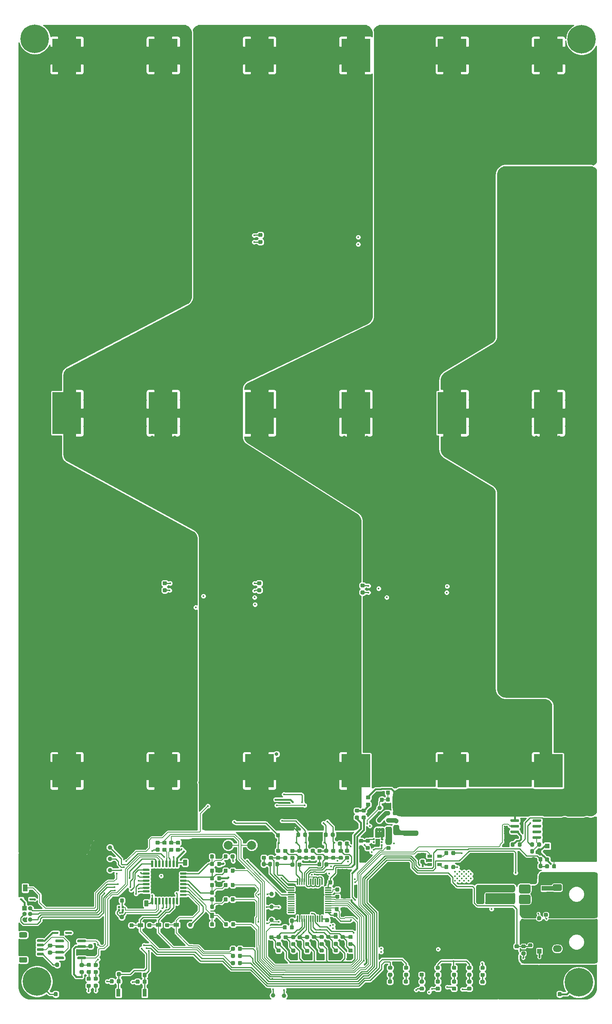
<source format=gbr>
G04 #@! TF.GenerationSoftware,KiCad,Pcbnew,(5.1.8)-1*
G04 #@! TF.CreationDate,2020-11-24T12:39:14-03:30*
G04 #@! TF.ProjectId,chum-bucket,6368756d-2d62-4756-936b-65742e6b6963,rev?*
G04 #@! TF.SameCoordinates,Original*
G04 #@! TF.FileFunction,Copper,L1,Top*
G04 #@! TF.FilePolarity,Positive*
%FSLAX46Y46*%
G04 Gerber Fmt 4.6, Leading zero omitted, Abs format (unit mm)*
G04 Created by KiCad (PCBNEW (5.1.8)-1) date 2020-11-24 12:39:14*
%MOMM*%
%LPD*%
G01*
G04 APERTURE LIST*
G04 #@! TA.AperFunction,ComponentPad*
%ADD10C,0.500000*%
G04 #@! TD*
G04 #@! TA.AperFunction,SMDPad,CuDef*
%ADD11R,5.170000X5.170000*%
G04 #@! TD*
G04 #@! TA.AperFunction,SMDPad,CuDef*
%ADD12R,1.200000X0.900000*%
G04 #@! TD*
G04 #@! TA.AperFunction,SMDPad,CuDef*
%ADD13R,6.470000X7.460000*%
G04 #@! TD*
G04 #@! TA.AperFunction,ComponentPad*
%ADD14O,2.020000X1.500000*%
G04 #@! TD*
G04 #@! TA.AperFunction,SMDPad,CuDef*
%ADD15R,0.600000X0.450000*%
G04 #@! TD*
G04 #@! TA.AperFunction,SMDPad,CuDef*
%ADD16R,0.450000X0.600000*%
G04 #@! TD*
G04 #@! TA.AperFunction,SMDPad,CuDef*
%ADD17R,0.900000X1.200000*%
G04 #@! TD*
G04 #@! TA.AperFunction,ComponentPad*
%ADD18R,1.000000X1.000000*%
G04 #@! TD*
G04 #@! TA.AperFunction,ComponentPad*
%ADD19O,1.000000X1.000000*%
G04 #@! TD*
G04 #@! TA.AperFunction,SMDPad,CuDef*
%ADD20R,0.900000X1.700000*%
G04 #@! TD*
G04 #@! TA.AperFunction,SMDPad,CuDef*
%ADD21R,1.000000X1.600000*%
G04 #@! TD*
G04 #@! TA.AperFunction,SMDPad,CuDef*
%ADD22C,1.000000*%
G04 #@! TD*
G04 #@! TA.AperFunction,ComponentPad*
%ADD23C,2.000000*%
G04 #@! TD*
G04 #@! TA.AperFunction,SMDPad,CuDef*
%ADD24R,2.450000X2.450000*%
G04 #@! TD*
G04 #@! TA.AperFunction,SMDPad,CuDef*
%ADD25R,1.060000X0.650000*%
G04 #@! TD*
G04 #@! TA.AperFunction,SMDPad,CuDef*
%ADD26R,0.520000X0.470000*%
G04 #@! TD*
G04 #@! TA.AperFunction,SMDPad,CuDef*
%ADD27R,1.100000X1.100000*%
G04 #@! TD*
G04 #@! TA.AperFunction,ComponentPad*
%ADD28C,2.750000*%
G04 #@! TD*
G04 #@! TA.AperFunction,ComponentPad*
%ADD29C,0.800000*%
G04 #@! TD*
G04 #@! TA.AperFunction,ComponentPad*
%ADD30C,6.400000*%
G04 #@! TD*
G04 #@! TA.AperFunction,ViaPad*
%ADD31C,0.800000*%
G04 #@! TD*
G04 #@! TA.AperFunction,ViaPad*
%ADD32C,0.450000*%
G04 #@! TD*
G04 #@! TA.AperFunction,Conductor*
%ADD33C,0.200000*%
G04 #@! TD*
G04 #@! TA.AperFunction,Conductor*
%ADD34C,0.250000*%
G04 #@! TD*
G04 #@! TA.AperFunction,Conductor*
%ADD35C,0.400000*%
G04 #@! TD*
G04 #@! TA.AperFunction,Conductor*
%ADD36C,1.000000*%
G04 #@! TD*
G04 #@! TA.AperFunction,Conductor*
%ADD37C,0.254000*%
G04 #@! TD*
G04 #@! TA.AperFunction,Conductor*
%ADD38C,0.100000*%
G04 #@! TD*
G04 APERTURE END LIST*
D10*
X143600000Y-229400000D03*
X143600000Y-227400000D03*
X145400000Y-227400000D03*
X145400000Y-229400000D03*
X146400000Y-228400000D03*
X142800000Y-228400000D03*
X144600000Y-226600000D03*
X142800000Y-226600000D03*
X146400000Y-226600000D03*
X146400000Y-230200000D03*
X144600000Y-230200000D03*
X142800000Y-230200000D03*
G04 #@! TA.AperFunction,SMDPad,CuDef*
G36*
G01*
X148100000Y-226500000D02*
X149425000Y-226500000D01*
G75*
G02*
X149500000Y-226575000I0J-75000D01*
G01*
X149500000Y-226725000D01*
G75*
G02*
X149425000Y-226800000I-75000J0D01*
G01*
X148100000Y-226800000D01*
G75*
G02*
X148025000Y-226725000I0J75000D01*
G01*
X148025000Y-226575000D01*
G75*
G02*
X148100000Y-226500000I75000J0D01*
G01*
G37*
G04 #@! TD.AperFunction*
G04 #@! TA.AperFunction,SMDPad,CuDef*
G36*
G01*
X148100000Y-227000000D02*
X149425000Y-227000000D01*
G75*
G02*
X149500000Y-227075000I0J-75000D01*
G01*
X149500000Y-227225000D01*
G75*
G02*
X149425000Y-227300000I-75000J0D01*
G01*
X148100000Y-227300000D01*
G75*
G02*
X148025000Y-227225000I0J75000D01*
G01*
X148025000Y-227075000D01*
G75*
G02*
X148100000Y-227000000I75000J0D01*
G01*
G37*
G04 #@! TD.AperFunction*
G04 #@! TA.AperFunction,SMDPad,CuDef*
G36*
G01*
X148100000Y-228000000D02*
X149425000Y-228000000D01*
G75*
G02*
X149500000Y-228075000I0J-75000D01*
G01*
X149500000Y-228225000D01*
G75*
G02*
X149425000Y-228300000I-75000J0D01*
G01*
X148100000Y-228300000D01*
G75*
G02*
X148025000Y-228225000I0J75000D01*
G01*
X148025000Y-228075000D01*
G75*
G02*
X148100000Y-228000000I75000J0D01*
G01*
G37*
G04 #@! TD.AperFunction*
G04 #@! TA.AperFunction,SMDPad,CuDef*
G36*
G01*
X148100000Y-231000000D02*
X149425000Y-231000000D01*
G75*
G02*
X149500000Y-231075000I0J-75000D01*
G01*
X149500000Y-231225000D01*
G75*
G02*
X149425000Y-231300000I-75000J0D01*
G01*
X148100000Y-231300000D01*
G75*
G02*
X148025000Y-231225000I0J75000D01*
G01*
X148025000Y-231075000D01*
G75*
G02*
X148100000Y-231000000I75000J0D01*
G01*
G37*
G04 #@! TD.AperFunction*
X144600000Y-228400000D03*
G04 #@! TA.AperFunction,SMDPad,CuDef*
G36*
G01*
X148100000Y-230000000D02*
X149425000Y-230000000D01*
G75*
G02*
X149500000Y-230075000I0J-75000D01*
G01*
X149500000Y-230225000D01*
G75*
G02*
X149425000Y-230300000I-75000J0D01*
G01*
X148100000Y-230300000D01*
G75*
G02*
X148025000Y-230225000I0J75000D01*
G01*
X148025000Y-230075000D01*
G75*
G02*
X148100000Y-230000000I75000J0D01*
G01*
G37*
G04 #@! TD.AperFunction*
G04 #@! TA.AperFunction,SMDPad,CuDef*
G36*
G01*
X148100000Y-228500000D02*
X149425000Y-228500000D01*
G75*
G02*
X149500000Y-228575000I0J-75000D01*
G01*
X149500000Y-228725000D01*
G75*
G02*
X149425000Y-228800000I-75000J0D01*
G01*
X148100000Y-228800000D01*
G75*
G02*
X148025000Y-228725000I0J75000D01*
G01*
X148025000Y-228575000D01*
G75*
G02*
X148100000Y-228500000I75000J0D01*
G01*
G37*
G04 #@! TD.AperFunction*
G04 #@! TA.AperFunction,SMDPad,CuDef*
G36*
G01*
X148100000Y-227500000D02*
X149425000Y-227500000D01*
G75*
G02*
X149500000Y-227575000I0J-75000D01*
G01*
X149500000Y-227725000D01*
G75*
G02*
X149425000Y-227800000I-75000J0D01*
G01*
X148100000Y-227800000D01*
G75*
G02*
X148025000Y-227725000I0J75000D01*
G01*
X148025000Y-227575000D01*
G75*
G02*
X148100000Y-227500000I75000J0D01*
G01*
G37*
G04 #@! TD.AperFunction*
G04 #@! TA.AperFunction,SMDPad,CuDef*
G36*
G01*
X148100000Y-226000000D02*
X149425000Y-226000000D01*
G75*
G02*
X149500000Y-226075000I0J-75000D01*
G01*
X149500000Y-226225000D01*
G75*
G02*
X149425000Y-226300000I-75000J0D01*
G01*
X148100000Y-226300000D01*
G75*
G02*
X148025000Y-226225000I0J75000D01*
G01*
X148025000Y-226075000D01*
G75*
G02*
X148100000Y-226000000I75000J0D01*
G01*
G37*
G04 #@! TD.AperFunction*
G04 #@! TA.AperFunction,SMDPad,CuDef*
G36*
G01*
X148100000Y-230500000D02*
X149425000Y-230500000D01*
G75*
G02*
X149500000Y-230575000I0J-75000D01*
G01*
X149500000Y-230725000D01*
G75*
G02*
X149425000Y-230800000I-75000J0D01*
G01*
X148100000Y-230800000D01*
G75*
G02*
X148025000Y-230725000I0J75000D01*
G01*
X148025000Y-230575000D01*
G75*
G02*
X148100000Y-230500000I75000J0D01*
G01*
G37*
G04 #@! TD.AperFunction*
G04 #@! TA.AperFunction,SMDPad,CuDef*
G36*
G01*
X148100000Y-229000000D02*
X149425000Y-229000000D01*
G75*
G02*
X149500000Y-229075000I0J-75000D01*
G01*
X149500000Y-229225000D01*
G75*
G02*
X149425000Y-229300000I-75000J0D01*
G01*
X148100000Y-229300000D01*
G75*
G02*
X148025000Y-229225000I0J75000D01*
G01*
X148025000Y-229075000D01*
G75*
G02*
X148100000Y-229000000I75000J0D01*
G01*
G37*
G04 #@! TD.AperFunction*
D11*
X144600000Y-228400000D03*
G04 #@! TA.AperFunction,SMDPad,CuDef*
G36*
G01*
X148100000Y-229500000D02*
X149425000Y-229500000D01*
G75*
G02*
X149500000Y-229575000I0J-75000D01*
G01*
X149500000Y-229725000D01*
G75*
G02*
X149425000Y-229800000I-75000J0D01*
G01*
X148100000Y-229800000D01*
G75*
G02*
X148025000Y-229725000I0J75000D01*
G01*
X148025000Y-229575000D01*
G75*
G02*
X148100000Y-229500000I75000J0D01*
G01*
G37*
G04 #@! TD.AperFunction*
G04 #@! TA.AperFunction,SMDPad,CuDef*
G36*
G01*
X148100000Y-225500000D02*
X149425000Y-225500000D01*
G75*
G02*
X149500000Y-225575000I0J-75000D01*
G01*
X149500000Y-225725000D01*
G75*
G02*
X149425000Y-225800000I-75000J0D01*
G01*
X148100000Y-225800000D01*
G75*
G02*
X148025000Y-225725000I0J75000D01*
G01*
X148025000Y-225575000D01*
G75*
G02*
X148100000Y-225500000I75000J0D01*
G01*
G37*
G04 #@! TD.AperFunction*
G04 #@! TA.AperFunction,SMDPad,CuDef*
G36*
G01*
X139775000Y-228000000D02*
X141100000Y-228000000D01*
G75*
G02*
X141175000Y-228075000I0J-75000D01*
G01*
X141175000Y-228225000D01*
G75*
G02*
X141100000Y-228300000I-75000J0D01*
G01*
X139775000Y-228300000D01*
G75*
G02*
X139700000Y-228225000I0J75000D01*
G01*
X139700000Y-228075000D01*
G75*
G02*
X139775000Y-228000000I75000J0D01*
G01*
G37*
G04 #@! TD.AperFunction*
G04 #@! TA.AperFunction,SMDPad,CuDef*
G36*
G01*
X141775000Y-231825000D02*
X141925000Y-231825000D01*
G75*
G02*
X142000000Y-231900000I0J-75000D01*
G01*
X142000000Y-233225000D01*
G75*
G02*
X141925000Y-233300000I-75000J0D01*
G01*
X141775000Y-233300000D01*
G75*
G02*
X141700000Y-233225000I0J75000D01*
G01*
X141700000Y-231900000D01*
G75*
G02*
X141775000Y-231825000I75000J0D01*
G01*
G37*
G04 #@! TD.AperFunction*
G04 #@! TA.AperFunction,SMDPad,CuDef*
G36*
G01*
X143775000Y-231825000D02*
X143925000Y-231825000D01*
G75*
G02*
X144000000Y-231900000I0J-75000D01*
G01*
X144000000Y-233225000D01*
G75*
G02*
X143925000Y-233300000I-75000J0D01*
G01*
X143775000Y-233300000D01*
G75*
G02*
X143700000Y-233225000I0J75000D01*
G01*
X143700000Y-231900000D01*
G75*
G02*
X143775000Y-231825000I75000J0D01*
G01*
G37*
G04 #@! TD.AperFunction*
G04 #@! TA.AperFunction,SMDPad,CuDef*
G36*
G01*
X142775000Y-231825000D02*
X142925000Y-231825000D01*
G75*
G02*
X143000000Y-231900000I0J-75000D01*
G01*
X143000000Y-233225000D01*
G75*
G02*
X142925000Y-233300000I-75000J0D01*
G01*
X142775000Y-233300000D01*
G75*
G02*
X142700000Y-233225000I0J75000D01*
G01*
X142700000Y-231900000D01*
G75*
G02*
X142775000Y-231825000I75000J0D01*
G01*
G37*
G04 #@! TD.AperFunction*
G04 #@! TA.AperFunction,SMDPad,CuDef*
G36*
G01*
X142275000Y-231825000D02*
X142425000Y-231825000D01*
G75*
G02*
X142500000Y-231900000I0J-75000D01*
G01*
X142500000Y-233225000D01*
G75*
G02*
X142425000Y-233300000I-75000J0D01*
G01*
X142275000Y-233300000D01*
G75*
G02*
X142200000Y-233225000I0J75000D01*
G01*
X142200000Y-231900000D01*
G75*
G02*
X142275000Y-231825000I75000J0D01*
G01*
G37*
G04 #@! TD.AperFunction*
G04 #@! TA.AperFunction,SMDPad,CuDef*
G36*
G01*
X139775000Y-228500000D02*
X141100000Y-228500000D01*
G75*
G02*
X141175000Y-228575000I0J-75000D01*
G01*
X141175000Y-228725000D01*
G75*
G02*
X141100000Y-228800000I-75000J0D01*
G01*
X139775000Y-228800000D01*
G75*
G02*
X139700000Y-228725000I0J75000D01*
G01*
X139700000Y-228575000D01*
G75*
G02*
X139775000Y-228500000I75000J0D01*
G01*
G37*
G04 #@! TD.AperFunction*
G04 #@! TA.AperFunction,SMDPad,CuDef*
G36*
G01*
X139775000Y-230500000D02*
X141100000Y-230500000D01*
G75*
G02*
X141175000Y-230575000I0J-75000D01*
G01*
X141175000Y-230725000D01*
G75*
G02*
X141100000Y-230800000I-75000J0D01*
G01*
X139775000Y-230800000D01*
G75*
G02*
X139700000Y-230725000I0J75000D01*
G01*
X139700000Y-230575000D01*
G75*
G02*
X139775000Y-230500000I75000J0D01*
G01*
G37*
G04 #@! TD.AperFunction*
G04 #@! TA.AperFunction,SMDPad,CuDef*
G36*
G01*
X139775000Y-230000000D02*
X141100000Y-230000000D01*
G75*
G02*
X141175000Y-230075000I0J-75000D01*
G01*
X141175000Y-230225000D01*
G75*
G02*
X141100000Y-230300000I-75000J0D01*
G01*
X139775000Y-230300000D01*
G75*
G02*
X139700000Y-230225000I0J75000D01*
G01*
X139700000Y-230075000D01*
G75*
G02*
X139775000Y-230000000I75000J0D01*
G01*
G37*
G04 #@! TD.AperFunction*
G04 #@! TA.AperFunction,SMDPad,CuDef*
G36*
G01*
X139775000Y-229500000D02*
X141100000Y-229500000D01*
G75*
G02*
X141175000Y-229575000I0J-75000D01*
G01*
X141175000Y-229725000D01*
G75*
G02*
X141100000Y-229800000I-75000J0D01*
G01*
X139775000Y-229800000D01*
G75*
G02*
X139700000Y-229725000I0J75000D01*
G01*
X139700000Y-229575000D01*
G75*
G02*
X139775000Y-229500000I75000J0D01*
G01*
G37*
G04 #@! TD.AperFunction*
G04 #@! TA.AperFunction,SMDPad,CuDef*
G36*
G01*
X139775000Y-229000000D02*
X141100000Y-229000000D01*
G75*
G02*
X141175000Y-229075000I0J-75000D01*
G01*
X141175000Y-229225000D01*
G75*
G02*
X141100000Y-229300000I-75000J0D01*
G01*
X139775000Y-229300000D01*
G75*
G02*
X139700000Y-229225000I0J75000D01*
G01*
X139700000Y-229075000D01*
G75*
G02*
X139775000Y-229000000I75000J0D01*
G01*
G37*
G04 #@! TD.AperFunction*
G04 #@! TA.AperFunction,SMDPad,CuDef*
G36*
G01*
X139775000Y-227500000D02*
X141100000Y-227500000D01*
G75*
G02*
X141175000Y-227575000I0J-75000D01*
G01*
X141175000Y-227725000D01*
G75*
G02*
X141100000Y-227800000I-75000J0D01*
G01*
X139775000Y-227800000D01*
G75*
G02*
X139700000Y-227725000I0J75000D01*
G01*
X139700000Y-227575000D01*
G75*
G02*
X139775000Y-227500000I75000J0D01*
G01*
G37*
G04 #@! TD.AperFunction*
G04 #@! TA.AperFunction,SMDPad,CuDef*
G36*
G01*
X141775000Y-223500000D02*
X141925000Y-223500000D01*
G75*
G02*
X142000000Y-223575000I0J-75000D01*
G01*
X142000000Y-224900000D01*
G75*
G02*
X141925000Y-224975000I-75000J0D01*
G01*
X141775000Y-224975000D01*
G75*
G02*
X141700000Y-224900000I0J75000D01*
G01*
X141700000Y-223575000D01*
G75*
G02*
X141775000Y-223500000I75000J0D01*
G01*
G37*
G04 #@! TD.AperFunction*
G04 #@! TA.AperFunction,SMDPad,CuDef*
G36*
G01*
X144275000Y-223500000D02*
X144425000Y-223500000D01*
G75*
G02*
X144500000Y-223575000I0J-75000D01*
G01*
X144500000Y-224900000D01*
G75*
G02*
X144425000Y-224975000I-75000J0D01*
G01*
X144275000Y-224975000D01*
G75*
G02*
X144200000Y-224900000I0J75000D01*
G01*
X144200000Y-223575000D01*
G75*
G02*
X144275000Y-223500000I75000J0D01*
G01*
G37*
G04 #@! TD.AperFunction*
G04 #@! TA.AperFunction,SMDPad,CuDef*
G36*
G01*
X142775000Y-223500000D02*
X142925000Y-223500000D01*
G75*
G02*
X143000000Y-223575000I0J-75000D01*
G01*
X143000000Y-224900000D01*
G75*
G02*
X142925000Y-224975000I-75000J0D01*
G01*
X142775000Y-224975000D01*
G75*
G02*
X142700000Y-224900000I0J75000D01*
G01*
X142700000Y-223575000D01*
G75*
G02*
X142775000Y-223500000I75000J0D01*
G01*
G37*
G04 #@! TD.AperFunction*
G04 #@! TA.AperFunction,SMDPad,CuDef*
G36*
G01*
X144775000Y-223500000D02*
X144925000Y-223500000D01*
G75*
G02*
X145000000Y-223575000I0J-75000D01*
G01*
X145000000Y-224900000D01*
G75*
G02*
X144925000Y-224975000I-75000J0D01*
G01*
X144775000Y-224975000D01*
G75*
G02*
X144700000Y-224900000I0J75000D01*
G01*
X144700000Y-223575000D01*
G75*
G02*
X144775000Y-223500000I75000J0D01*
G01*
G37*
G04 #@! TD.AperFunction*
G04 #@! TA.AperFunction,SMDPad,CuDef*
G36*
G01*
X146275000Y-231825000D02*
X146425000Y-231825000D01*
G75*
G02*
X146500000Y-231900000I0J-75000D01*
G01*
X146500000Y-233225000D01*
G75*
G02*
X146425000Y-233300000I-75000J0D01*
G01*
X146275000Y-233300000D01*
G75*
G02*
X146200000Y-233225000I0J75000D01*
G01*
X146200000Y-231900000D01*
G75*
G02*
X146275000Y-231825000I75000J0D01*
G01*
G37*
G04 #@! TD.AperFunction*
G04 #@! TA.AperFunction,SMDPad,CuDef*
G36*
G01*
X139775000Y-227000000D02*
X141100000Y-227000000D01*
G75*
G02*
X141175000Y-227075000I0J-75000D01*
G01*
X141175000Y-227225000D01*
G75*
G02*
X141100000Y-227300000I-75000J0D01*
G01*
X139775000Y-227300000D01*
G75*
G02*
X139700000Y-227225000I0J75000D01*
G01*
X139700000Y-227075000D01*
G75*
G02*
X139775000Y-227000000I75000J0D01*
G01*
G37*
G04 #@! TD.AperFunction*
G04 #@! TA.AperFunction,SMDPad,CuDef*
G36*
G01*
X144775000Y-231825000D02*
X144925000Y-231825000D01*
G75*
G02*
X145000000Y-231900000I0J-75000D01*
G01*
X145000000Y-233225000D01*
G75*
G02*
X144925000Y-233300000I-75000J0D01*
G01*
X144775000Y-233300000D01*
G75*
G02*
X144700000Y-233225000I0J75000D01*
G01*
X144700000Y-231900000D01*
G75*
G02*
X144775000Y-231825000I75000J0D01*
G01*
G37*
G04 #@! TD.AperFunction*
G04 #@! TA.AperFunction,SMDPad,CuDef*
G36*
G01*
X143275000Y-231825000D02*
X143425000Y-231825000D01*
G75*
G02*
X143500000Y-231900000I0J-75000D01*
G01*
X143500000Y-233225000D01*
G75*
G02*
X143425000Y-233300000I-75000J0D01*
G01*
X143275000Y-233300000D01*
G75*
G02*
X143200000Y-233225000I0J75000D01*
G01*
X143200000Y-231900000D01*
G75*
G02*
X143275000Y-231825000I75000J0D01*
G01*
G37*
G04 #@! TD.AperFunction*
G04 #@! TA.AperFunction,SMDPad,CuDef*
G36*
G01*
X146275000Y-223500000D02*
X146425000Y-223500000D01*
G75*
G02*
X146500000Y-223575000I0J-75000D01*
G01*
X146500000Y-224900000D01*
G75*
G02*
X146425000Y-224975000I-75000J0D01*
G01*
X146275000Y-224975000D01*
G75*
G02*
X146200000Y-224900000I0J75000D01*
G01*
X146200000Y-223575000D01*
G75*
G02*
X146275000Y-223500000I75000J0D01*
G01*
G37*
G04 #@! TD.AperFunction*
G04 #@! TA.AperFunction,SMDPad,CuDef*
G36*
G01*
X139775000Y-226000000D02*
X141100000Y-226000000D01*
G75*
G02*
X141175000Y-226075000I0J-75000D01*
G01*
X141175000Y-226225000D01*
G75*
G02*
X141100000Y-226300000I-75000J0D01*
G01*
X139775000Y-226300000D01*
G75*
G02*
X139700000Y-226225000I0J75000D01*
G01*
X139700000Y-226075000D01*
G75*
G02*
X139775000Y-226000000I75000J0D01*
G01*
G37*
G04 #@! TD.AperFunction*
G04 #@! TA.AperFunction,SMDPad,CuDef*
G36*
G01*
X139775000Y-225500000D02*
X141100000Y-225500000D01*
G75*
G02*
X141175000Y-225575000I0J-75000D01*
G01*
X141175000Y-225725000D01*
G75*
G02*
X141100000Y-225800000I-75000J0D01*
G01*
X139775000Y-225800000D01*
G75*
G02*
X139700000Y-225725000I0J75000D01*
G01*
X139700000Y-225575000D01*
G75*
G02*
X139775000Y-225500000I75000J0D01*
G01*
G37*
G04 #@! TD.AperFunction*
G04 #@! TA.AperFunction,SMDPad,CuDef*
G36*
G01*
X145775000Y-223500000D02*
X145925000Y-223500000D01*
G75*
G02*
X146000000Y-223575000I0J-75000D01*
G01*
X146000000Y-224900000D01*
G75*
G02*
X145925000Y-224975000I-75000J0D01*
G01*
X145775000Y-224975000D01*
G75*
G02*
X145700000Y-224900000I0J75000D01*
G01*
X145700000Y-223575000D01*
G75*
G02*
X145775000Y-223500000I75000J0D01*
G01*
G37*
G04 #@! TD.AperFunction*
G04 #@! TA.AperFunction,SMDPad,CuDef*
G36*
G01*
X147275000Y-231825000D02*
X147425000Y-231825000D01*
G75*
G02*
X147500000Y-231900000I0J-75000D01*
G01*
X147500000Y-233225000D01*
G75*
G02*
X147425000Y-233300000I-75000J0D01*
G01*
X147275000Y-233300000D01*
G75*
G02*
X147200000Y-233225000I0J75000D01*
G01*
X147200000Y-231900000D01*
G75*
G02*
X147275000Y-231825000I75000J0D01*
G01*
G37*
G04 #@! TD.AperFunction*
G04 #@! TA.AperFunction,SMDPad,CuDef*
G36*
G01*
X143775000Y-223500000D02*
X143925000Y-223500000D01*
G75*
G02*
X144000000Y-223575000I0J-75000D01*
G01*
X144000000Y-224900000D01*
G75*
G02*
X143925000Y-224975000I-75000J0D01*
G01*
X143775000Y-224975000D01*
G75*
G02*
X143700000Y-224900000I0J75000D01*
G01*
X143700000Y-223575000D01*
G75*
G02*
X143775000Y-223500000I75000J0D01*
G01*
G37*
G04 #@! TD.AperFunction*
G04 #@! TA.AperFunction,SMDPad,CuDef*
G36*
G01*
X146775000Y-231825000D02*
X146925000Y-231825000D01*
G75*
G02*
X147000000Y-231900000I0J-75000D01*
G01*
X147000000Y-233225000D01*
G75*
G02*
X146925000Y-233300000I-75000J0D01*
G01*
X146775000Y-233300000D01*
G75*
G02*
X146700000Y-233225000I0J75000D01*
G01*
X146700000Y-231900000D01*
G75*
G02*
X146775000Y-231825000I75000J0D01*
G01*
G37*
G04 #@! TD.AperFunction*
G04 #@! TA.AperFunction,SMDPad,CuDef*
G36*
G01*
X146775000Y-223500000D02*
X146925000Y-223500000D01*
G75*
G02*
X147000000Y-223575000I0J-75000D01*
G01*
X147000000Y-224900000D01*
G75*
G02*
X146925000Y-224975000I-75000J0D01*
G01*
X146775000Y-224975000D01*
G75*
G02*
X146700000Y-224900000I0J75000D01*
G01*
X146700000Y-223575000D01*
G75*
G02*
X146775000Y-223500000I75000J0D01*
G01*
G37*
G04 #@! TD.AperFunction*
G04 #@! TA.AperFunction,SMDPad,CuDef*
G36*
G01*
X145275000Y-231825000D02*
X145425000Y-231825000D01*
G75*
G02*
X145500000Y-231900000I0J-75000D01*
G01*
X145500000Y-233225000D01*
G75*
G02*
X145425000Y-233300000I-75000J0D01*
G01*
X145275000Y-233300000D01*
G75*
G02*
X145200000Y-233225000I0J75000D01*
G01*
X145200000Y-231900000D01*
G75*
G02*
X145275000Y-231825000I75000J0D01*
G01*
G37*
G04 #@! TD.AperFunction*
G04 #@! TA.AperFunction,SMDPad,CuDef*
G36*
G01*
X139775000Y-226500000D02*
X141100000Y-226500000D01*
G75*
G02*
X141175000Y-226575000I0J-75000D01*
G01*
X141175000Y-226725000D01*
G75*
G02*
X141100000Y-226800000I-75000J0D01*
G01*
X139775000Y-226800000D01*
G75*
G02*
X139700000Y-226725000I0J75000D01*
G01*
X139700000Y-226575000D01*
G75*
G02*
X139775000Y-226500000I75000J0D01*
G01*
G37*
G04 #@! TD.AperFunction*
G04 #@! TA.AperFunction,SMDPad,CuDef*
G36*
G01*
X147275000Y-223500000D02*
X147425000Y-223500000D01*
G75*
G02*
X147500000Y-223575000I0J-75000D01*
G01*
X147500000Y-224900000D01*
G75*
G02*
X147425000Y-224975000I-75000J0D01*
G01*
X147275000Y-224975000D01*
G75*
G02*
X147200000Y-224900000I0J75000D01*
G01*
X147200000Y-223575000D01*
G75*
G02*
X147275000Y-223500000I75000J0D01*
G01*
G37*
G04 #@! TD.AperFunction*
G04 #@! TA.AperFunction,SMDPad,CuDef*
G36*
G01*
X139775000Y-231000000D02*
X141100000Y-231000000D01*
G75*
G02*
X141175000Y-231075000I0J-75000D01*
G01*
X141175000Y-231225000D01*
G75*
G02*
X141100000Y-231300000I-75000J0D01*
G01*
X139775000Y-231300000D01*
G75*
G02*
X139700000Y-231225000I0J75000D01*
G01*
X139700000Y-231075000D01*
G75*
G02*
X139775000Y-231000000I75000J0D01*
G01*
G37*
G04 #@! TD.AperFunction*
G04 #@! TA.AperFunction,SMDPad,CuDef*
G36*
G01*
X145775000Y-231825000D02*
X145925000Y-231825000D01*
G75*
G02*
X146000000Y-231900000I0J-75000D01*
G01*
X146000000Y-233225000D01*
G75*
G02*
X145925000Y-233300000I-75000J0D01*
G01*
X145775000Y-233300000D01*
G75*
G02*
X145700000Y-233225000I0J75000D01*
G01*
X145700000Y-231900000D01*
G75*
G02*
X145775000Y-231825000I75000J0D01*
G01*
G37*
G04 #@! TD.AperFunction*
G04 #@! TA.AperFunction,SMDPad,CuDef*
G36*
G01*
X142275000Y-223500000D02*
X142425000Y-223500000D01*
G75*
G02*
X142500000Y-223575000I0J-75000D01*
G01*
X142500000Y-224900000D01*
G75*
G02*
X142425000Y-224975000I-75000J0D01*
G01*
X142275000Y-224975000D01*
G75*
G02*
X142200000Y-224900000I0J75000D01*
G01*
X142200000Y-223575000D01*
G75*
G02*
X142275000Y-223500000I75000J0D01*
G01*
G37*
G04 #@! TD.AperFunction*
G04 #@! TA.AperFunction,SMDPad,CuDef*
G36*
G01*
X144275000Y-231825000D02*
X144425000Y-231825000D01*
G75*
G02*
X144500000Y-231900000I0J-75000D01*
G01*
X144500000Y-233225000D01*
G75*
G02*
X144425000Y-233300000I-75000J0D01*
G01*
X144275000Y-233300000D01*
G75*
G02*
X144200000Y-233225000I0J75000D01*
G01*
X144200000Y-231900000D01*
G75*
G02*
X144275000Y-231825000I75000J0D01*
G01*
G37*
G04 #@! TD.AperFunction*
G04 #@! TA.AperFunction,SMDPad,CuDef*
G36*
G01*
X143275000Y-223500000D02*
X143425000Y-223500000D01*
G75*
G02*
X143500000Y-223575000I0J-75000D01*
G01*
X143500000Y-224900000D01*
G75*
G02*
X143425000Y-224975000I-75000J0D01*
G01*
X143275000Y-224975000D01*
G75*
G02*
X143200000Y-224900000I0J75000D01*
G01*
X143200000Y-223575000D01*
G75*
G02*
X143275000Y-223500000I75000J0D01*
G01*
G37*
G04 #@! TD.AperFunction*
G04 #@! TA.AperFunction,SMDPad,CuDef*
G36*
G01*
X145275000Y-223500000D02*
X145425000Y-223500000D01*
G75*
G02*
X145500000Y-223575000I0J-75000D01*
G01*
X145500000Y-224900000D01*
G75*
G02*
X145425000Y-224975000I-75000J0D01*
G01*
X145275000Y-224975000D01*
G75*
G02*
X145200000Y-224900000I0J75000D01*
G01*
X145200000Y-223575000D01*
G75*
G02*
X145275000Y-223500000I75000J0D01*
G01*
G37*
G04 #@! TD.AperFunction*
G04 #@! TA.AperFunction,SMDPad,CuDef*
G36*
G01*
X139450000Y-234243750D02*
X139450000Y-234756250D01*
G75*
G02*
X139231250Y-234975000I-218750J0D01*
G01*
X138793750Y-234975000D01*
G75*
G02*
X138575000Y-234756250I0J218750D01*
G01*
X138575000Y-234243750D01*
G75*
G02*
X138793750Y-234025000I218750J0D01*
G01*
X139231250Y-234025000D01*
G75*
G02*
X139450000Y-234243750I0J-218750D01*
G01*
G37*
G04 #@! TD.AperFunction*
G04 #@! TA.AperFunction,SMDPad,CuDef*
G36*
G01*
X141025000Y-234243750D02*
X141025000Y-234756250D01*
G75*
G02*
X140806250Y-234975000I-218750J0D01*
G01*
X140368750Y-234975000D01*
G75*
G02*
X140150000Y-234756250I0J218750D01*
G01*
X140150000Y-234243750D01*
G75*
G02*
X140368750Y-234025000I218750J0D01*
G01*
X140806250Y-234025000D01*
G75*
G02*
X141025000Y-234243750I0J-218750D01*
G01*
G37*
G04 #@! TD.AperFunction*
D12*
X106527600Y-234011200D03*
X106527600Y-237311200D03*
G04 #@! TA.AperFunction,SMDPad,CuDef*
G36*
G01*
X108327350Y-235121200D02*
X108839850Y-235121200D01*
G75*
G02*
X109058600Y-235339950I0J-218750D01*
G01*
X109058600Y-235777450D01*
G75*
G02*
X108839850Y-235996200I-218750J0D01*
G01*
X108327350Y-235996200D01*
G75*
G02*
X108108600Y-235777450I0J218750D01*
G01*
X108108600Y-235339950D01*
G75*
G02*
X108327350Y-235121200I218750J0D01*
G01*
G37*
G04 #@! TD.AperFunction*
G04 #@! TA.AperFunction,SMDPad,CuDef*
G36*
G01*
X108327350Y-233546200D02*
X108839850Y-233546200D01*
G75*
G02*
X109058600Y-233764950I0J-218750D01*
G01*
X109058600Y-234202450D01*
G75*
G02*
X108839850Y-234421200I-218750J0D01*
G01*
X108327350Y-234421200D01*
G75*
G02*
X108108600Y-234202450I0J218750D01*
G01*
X108108600Y-233764950D01*
G75*
G02*
X108327350Y-233546200I218750J0D01*
G01*
G37*
G04 #@! TD.AperFunction*
D13*
X111650000Y-199340000D03*
X111650000Y-120000000D03*
X90000000Y-199340000D03*
X90000000Y-120000000D03*
X90000000Y-38660000D03*
X90000000Y-118000000D03*
X111650000Y-38660000D03*
X111650000Y-118000000D03*
X133300000Y-38660000D03*
X133300000Y-118000000D03*
X133300000Y-199340000D03*
X133300000Y-120000000D03*
X154950000Y-38660000D03*
X154950000Y-118000000D03*
X154950000Y-199340000D03*
X154950000Y-120000000D03*
X176600000Y-38660000D03*
X176600000Y-118000000D03*
X176600000Y-199340000D03*
X176600000Y-120000000D03*
X198250000Y-199340000D03*
X198250000Y-120000000D03*
X198250000Y-38660000D03*
X198250000Y-118000000D03*
G04 #@! TA.AperFunction,ComponentPad*
G36*
G01*
X199493600Y-224802000D02*
X201013600Y-224802000D01*
G75*
G02*
X201263600Y-225052000I0J-250000D01*
G01*
X201263600Y-226052000D01*
G75*
G02*
X201013600Y-226302000I-250000J0D01*
G01*
X199493600Y-226302000D01*
G75*
G02*
X199243600Y-226052000I0J250000D01*
G01*
X199243600Y-225052000D01*
G75*
G02*
X199493600Y-224802000I250000J0D01*
G01*
G37*
G04 #@! TD.AperFunction*
D14*
X200253600Y-228552000D03*
G04 #@! TA.AperFunction,ComponentPad*
G36*
G01*
X199493600Y-235520800D02*
X201013600Y-235520800D01*
G75*
G02*
X201263600Y-235770800I0J-250000D01*
G01*
X201263600Y-236770800D01*
G75*
G02*
X201013600Y-237020800I-250000J0D01*
G01*
X199493600Y-237020800D01*
G75*
G02*
X199243600Y-236770800I0J250000D01*
G01*
X199243600Y-235770800D01*
G75*
G02*
X199493600Y-235520800I250000J0D01*
G01*
G37*
G04 #@! TD.AperFunction*
X200253600Y-239270800D03*
G04 #@! TA.AperFunction,SMDPad,CuDef*
G36*
G01*
X83417000Y-237183400D02*
X84667000Y-237183400D01*
G75*
G02*
X84817000Y-237333400I0J-150000D01*
G01*
X84817000Y-237633400D01*
G75*
G02*
X84667000Y-237783400I-150000J0D01*
G01*
X83417000Y-237783400D01*
G75*
G02*
X83267000Y-237633400I0J150000D01*
G01*
X83267000Y-237333400D01*
G75*
G02*
X83417000Y-237183400I150000J0D01*
G01*
G37*
G04 #@! TD.AperFunction*
G04 #@! TA.AperFunction,SMDPad,CuDef*
G36*
G01*
X83417000Y-238183400D02*
X84667000Y-238183400D01*
G75*
G02*
X84817000Y-238333400I0J-150000D01*
G01*
X84817000Y-238633400D01*
G75*
G02*
X84667000Y-238783400I-150000J0D01*
G01*
X83417000Y-238783400D01*
G75*
G02*
X83267000Y-238633400I0J150000D01*
G01*
X83267000Y-238333400D01*
G75*
G02*
X83417000Y-238183400I150000J0D01*
G01*
G37*
G04 #@! TD.AperFunction*
G04 #@! TA.AperFunction,SMDPad,CuDef*
G36*
G01*
X83417000Y-239183400D02*
X84667000Y-239183400D01*
G75*
G02*
X84817000Y-239333400I0J-150000D01*
G01*
X84817000Y-239633400D01*
G75*
G02*
X84667000Y-239783400I-150000J0D01*
G01*
X83417000Y-239783400D01*
G75*
G02*
X83267000Y-239633400I0J150000D01*
G01*
X83267000Y-239333400D01*
G75*
G02*
X83417000Y-239183400I150000J0D01*
G01*
G37*
G04 #@! TD.AperFunction*
G04 #@! TA.AperFunction,SMDPad,CuDef*
G36*
G01*
X83417000Y-240183400D02*
X84667000Y-240183400D01*
G75*
G02*
X84817000Y-240333400I0J-150000D01*
G01*
X84817000Y-240633400D01*
G75*
G02*
X84667000Y-240783400I-150000J0D01*
G01*
X83417000Y-240783400D01*
G75*
G02*
X83267000Y-240633400I0J150000D01*
G01*
X83267000Y-240333400D01*
G75*
G02*
X83417000Y-240183400I150000J0D01*
G01*
G37*
G04 #@! TD.AperFunction*
G04 #@! TA.AperFunction,SMDPad,CuDef*
G36*
G01*
X79516999Y-235583400D02*
X80817001Y-235583400D01*
G75*
G02*
X81067000Y-235833399I0J-249999D01*
G01*
X81067000Y-236533401D01*
G75*
G02*
X80817001Y-236783400I-249999J0D01*
G01*
X79516999Y-236783400D01*
G75*
G02*
X79267000Y-236533401I0J249999D01*
G01*
X79267000Y-235833399D01*
G75*
G02*
X79516999Y-235583400I249999J0D01*
G01*
G37*
G04 #@! TD.AperFunction*
G04 #@! TA.AperFunction,SMDPad,CuDef*
G36*
G01*
X79516999Y-241183400D02*
X80817001Y-241183400D01*
G75*
G02*
X81067000Y-241433399I0J-249999D01*
G01*
X81067000Y-242133401D01*
G75*
G02*
X80817001Y-242383400I-249999J0D01*
G01*
X79516999Y-242383400D01*
G75*
G02*
X79267000Y-242133401I0J249999D01*
G01*
X79267000Y-241433399D01*
G75*
G02*
X79516999Y-241183400I249999J0D01*
G01*
G37*
G04 #@! TD.AperFunction*
G04 #@! TA.AperFunction,SMDPad,CuDef*
G36*
G01*
X88637500Y-249756250D02*
X88637500Y-249243750D01*
G75*
G02*
X88856250Y-249025000I218750J0D01*
G01*
X89293750Y-249025000D01*
G75*
G02*
X89512500Y-249243750I0J-218750D01*
G01*
X89512500Y-249756250D01*
G75*
G02*
X89293750Y-249975000I-218750J0D01*
G01*
X88856250Y-249975000D01*
G75*
G02*
X88637500Y-249756250I0J218750D01*
G01*
G37*
G04 #@! TD.AperFunction*
G04 #@! TA.AperFunction,SMDPad,CuDef*
G36*
G01*
X87062500Y-249756250D02*
X87062500Y-249243750D01*
G75*
G02*
X87281250Y-249025000I218750J0D01*
G01*
X87718750Y-249025000D01*
G75*
G02*
X87937500Y-249243750I0J-218750D01*
G01*
X87937500Y-249756250D01*
G75*
G02*
X87718750Y-249975000I-218750J0D01*
G01*
X87281250Y-249975000D01*
G75*
G02*
X87062500Y-249756250I0J218750D01*
G01*
G37*
G04 #@! TD.AperFunction*
G04 #@! TA.AperFunction,SMDPad,CuDef*
G36*
G01*
X199650000Y-249243750D02*
X199650000Y-249756250D01*
G75*
G02*
X199431250Y-249975000I-218750J0D01*
G01*
X198993750Y-249975000D01*
G75*
G02*
X198775000Y-249756250I0J218750D01*
G01*
X198775000Y-249243750D01*
G75*
G02*
X198993750Y-249025000I218750J0D01*
G01*
X199431250Y-249025000D01*
G75*
G02*
X199650000Y-249243750I0J-218750D01*
G01*
G37*
G04 #@! TD.AperFunction*
G04 #@! TA.AperFunction,SMDPad,CuDef*
G36*
G01*
X201225000Y-249243750D02*
X201225000Y-249756250D01*
G75*
G02*
X201006250Y-249975000I-218750J0D01*
G01*
X200568750Y-249975000D01*
G75*
G02*
X200350000Y-249756250I0J218750D01*
G01*
X200350000Y-249243750D01*
G75*
G02*
X200568750Y-249025000I218750J0D01*
G01*
X201006250Y-249025000D01*
G75*
G02*
X201225000Y-249243750I0J-218750D01*
G01*
G37*
G04 #@! TD.AperFunction*
G04 #@! TA.AperFunction,SMDPad,CuDef*
G36*
G01*
X197419250Y-231236000D02*
X197931750Y-231236000D01*
G75*
G02*
X198150500Y-231454750I0J-218750D01*
G01*
X198150500Y-231892250D01*
G75*
G02*
X197931750Y-232111000I-218750J0D01*
G01*
X197419250Y-232111000D01*
G75*
G02*
X197200500Y-231892250I0J218750D01*
G01*
X197200500Y-231454750D01*
G75*
G02*
X197419250Y-231236000I218750J0D01*
G01*
G37*
G04 #@! TD.AperFunction*
G04 #@! TA.AperFunction,SMDPad,CuDef*
G36*
G01*
X197419250Y-229661000D02*
X197931750Y-229661000D01*
G75*
G02*
X198150500Y-229879750I0J-218750D01*
G01*
X198150500Y-230317250D01*
G75*
G02*
X197931750Y-230536000I-218750J0D01*
G01*
X197419250Y-230536000D01*
G75*
G02*
X197200500Y-230317250I0J218750D01*
G01*
X197200500Y-229879750D01*
G75*
G02*
X197419250Y-229661000I218750J0D01*
G01*
G37*
G04 #@! TD.AperFunction*
G04 #@! TA.AperFunction,SMDPad,CuDef*
G36*
G01*
X104288197Y-233596047D02*
X104800697Y-233596047D01*
G75*
G02*
X105019447Y-233814797I0J-218750D01*
G01*
X105019447Y-234252297D01*
G75*
G02*
X104800697Y-234471047I-218750J0D01*
G01*
X104288197Y-234471047D01*
G75*
G02*
X104069447Y-234252297I0J218750D01*
G01*
X104069447Y-233814797D01*
G75*
G02*
X104288197Y-233596047I218750J0D01*
G01*
G37*
G04 #@! TD.AperFunction*
G04 #@! TA.AperFunction,SMDPad,CuDef*
G36*
G01*
X104288197Y-235171047D02*
X104800697Y-235171047D01*
G75*
G02*
X105019447Y-235389797I0J-218750D01*
G01*
X105019447Y-235827297D01*
G75*
G02*
X104800697Y-236046047I-218750J0D01*
G01*
X104288197Y-236046047D01*
G75*
G02*
X104069447Y-235827297I0J218750D01*
G01*
X104069447Y-235389797D01*
G75*
G02*
X104288197Y-235171047I218750J0D01*
G01*
G37*
G04 #@! TD.AperFunction*
G04 #@! TA.AperFunction,SMDPad,CuDef*
G36*
G01*
X112277350Y-235133700D02*
X112789850Y-235133700D01*
G75*
G02*
X113008600Y-235352450I0J-218750D01*
G01*
X113008600Y-235789950D01*
G75*
G02*
X112789850Y-236008700I-218750J0D01*
G01*
X112277350Y-236008700D01*
G75*
G02*
X112058600Y-235789950I0J218750D01*
G01*
X112058600Y-235352450D01*
G75*
G02*
X112277350Y-235133700I218750J0D01*
G01*
G37*
G04 #@! TD.AperFunction*
G04 #@! TA.AperFunction,SMDPad,CuDef*
G36*
G01*
X112277350Y-233558700D02*
X112789850Y-233558700D01*
G75*
G02*
X113008600Y-233777450I0J-218750D01*
G01*
X113008600Y-234214950D01*
G75*
G02*
X112789850Y-234433700I-218750J0D01*
G01*
X112277350Y-234433700D01*
G75*
G02*
X112058600Y-234214950I0J218750D01*
G01*
X112058600Y-233777450D01*
G75*
G02*
X112277350Y-233558700I218750J0D01*
G01*
G37*
G04 #@! TD.AperFunction*
G04 #@! TA.AperFunction,SMDPad,CuDef*
G36*
G01*
X162650500Y-203982750D02*
X162650500Y-204495250D01*
G75*
G02*
X162431750Y-204714000I-218750J0D01*
G01*
X161994250Y-204714000D01*
G75*
G02*
X161775500Y-204495250I0J218750D01*
G01*
X161775500Y-203982750D01*
G75*
G02*
X161994250Y-203764000I218750J0D01*
G01*
X162431750Y-203764000D01*
G75*
G02*
X162650500Y-203982750I0J-218750D01*
G01*
G37*
G04 #@! TD.AperFunction*
G04 #@! TA.AperFunction,SMDPad,CuDef*
G36*
G01*
X164225500Y-203982750D02*
X164225500Y-204495250D01*
G75*
G02*
X164006750Y-204714000I-218750J0D01*
G01*
X163569250Y-204714000D01*
G75*
G02*
X163350500Y-204495250I0J218750D01*
G01*
X163350500Y-203982750D01*
G75*
G02*
X163569250Y-203764000I218750J0D01*
G01*
X164006750Y-203764000D01*
G75*
G02*
X164225500Y-203982750I0J-218750D01*
G01*
G37*
G04 #@! TD.AperFunction*
G04 #@! TA.AperFunction,SMDPad,CuDef*
G36*
G01*
X169693750Y-217737500D02*
X170206250Y-217737500D01*
G75*
G02*
X170425000Y-217956250I0J-218750D01*
G01*
X170425000Y-218393750D01*
G75*
G02*
X170206250Y-218612500I-218750J0D01*
G01*
X169693750Y-218612500D01*
G75*
G02*
X169475000Y-218393750I0J218750D01*
G01*
X169475000Y-217956250D01*
G75*
G02*
X169693750Y-217737500I218750J0D01*
G01*
G37*
G04 #@! TD.AperFunction*
G04 #@! TA.AperFunction,SMDPad,CuDef*
G36*
G01*
X169693750Y-219312500D02*
X170206250Y-219312500D01*
G75*
G02*
X170425000Y-219531250I0J-218750D01*
G01*
X170425000Y-219968750D01*
G75*
G02*
X170206250Y-220187500I-218750J0D01*
G01*
X169693750Y-220187500D01*
G75*
G02*
X169475000Y-219968750I0J218750D01*
G01*
X169475000Y-219531250D01*
G75*
G02*
X169693750Y-219312500I218750J0D01*
G01*
G37*
G04 #@! TD.AperFunction*
G04 #@! TA.AperFunction,SMDPad,CuDef*
G36*
G01*
X101250000Y-228216750D02*
X101250000Y-228729250D01*
G75*
G02*
X101031250Y-228948000I-218750J0D01*
G01*
X100593750Y-228948000D01*
G75*
G02*
X100375000Y-228729250I0J218750D01*
G01*
X100375000Y-228216750D01*
G75*
G02*
X100593750Y-227998000I218750J0D01*
G01*
X101031250Y-227998000D01*
G75*
G02*
X101250000Y-228216750I0J-218750D01*
G01*
G37*
G04 #@! TD.AperFunction*
G04 #@! TA.AperFunction,SMDPad,CuDef*
G36*
G01*
X102825000Y-228216750D02*
X102825000Y-228729250D01*
G75*
G02*
X102606250Y-228948000I-218750J0D01*
G01*
X102168750Y-228948000D01*
G75*
G02*
X101950000Y-228729250I0J218750D01*
G01*
X101950000Y-228216750D01*
G75*
G02*
X102168750Y-227998000I218750J0D01*
G01*
X102606250Y-227998000D01*
G75*
G02*
X102825000Y-228216750I0J-218750D01*
G01*
G37*
G04 #@! TD.AperFunction*
G04 #@! TA.AperFunction,SMDPad,CuDef*
G36*
G01*
X105475000Y-245456250D02*
X105475000Y-244943750D01*
G75*
G02*
X105693750Y-244725000I218750J0D01*
G01*
X106131250Y-244725000D01*
G75*
G02*
X106350000Y-244943750I0J-218750D01*
G01*
X106350000Y-245456250D01*
G75*
G02*
X106131250Y-245675000I-218750J0D01*
G01*
X105693750Y-245675000D01*
G75*
G02*
X105475000Y-245456250I0J218750D01*
G01*
G37*
G04 #@! TD.AperFunction*
G04 #@! TA.AperFunction,SMDPad,CuDef*
G36*
G01*
X107050000Y-245456250D02*
X107050000Y-244943750D01*
G75*
G02*
X107268750Y-244725000I218750J0D01*
G01*
X107706250Y-244725000D01*
G75*
G02*
X107925000Y-244943750I0J-218750D01*
G01*
X107925000Y-245456250D01*
G75*
G02*
X107706250Y-245675000I-218750J0D01*
G01*
X107268750Y-245675000D01*
G75*
G02*
X107050000Y-245456250I0J218750D01*
G01*
G37*
G04 #@! TD.AperFunction*
G04 #@! TA.AperFunction,SMDPad,CuDef*
G36*
G01*
X102799500Y-231899750D02*
X102799500Y-232412250D01*
G75*
G02*
X102580750Y-232631000I-218750J0D01*
G01*
X102143250Y-232631000D01*
G75*
G02*
X101924500Y-232412250I0J218750D01*
G01*
X101924500Y-231899750D01*
G75*
G02*
X102143250Y-231681000I218750J0D01*
G01*
X102580750Y-231681000D01*
G75*
G02*
X102799500Y-231899750I0J-218750D01*
G01*
G37*
G04 #@! TD.AperFunction*
G04 #@! TA.AperFunction,SMDPad,CuDef*
G36*
G01*
X101224500Y-231899750D02*
X101224500Y-232412250D01*
G75*
G02*
X101005750Y-232631000I-218750J0D01*
G01*
X100568250Y-232631000D01*
G75*
G02*
X100349500Y-232412250I0J218750D01*
G01*
X100349500Y-231899750D01*
G75*
G02*
X100568250Y-231681000I218750J0D01*
G01*
X101005750Y-231681000D01*
G75*
G02*
X101224500Y-231899750I0J-218750D01*
G01*
G37*
G04 #@! TD.AperFunction*
G04 #@! TA.AperFunction,SMDPad,CuDef*
G36*
G01*
X118948500Y-219507750D02*
X118948500Y-220420250D01*
G75*
G02*
X118704750Y-220664000I-243750J0D01*
G01*
X118217250Y-220664000D01*
G75*
G02*
X117973500Y-220420250I0J243750D01*
G01*
X117973500Y-219507750D01*
G75*
G02*
X118217250Y-219264000I243750J0D01*
G01*
X118704750Y-219264000D01*
G75*
G02*
X118948500Y-219507750I0J-243750D01*
G01*
G37*
G04 #@! TD.AperFunction*
G04 #@! TA.AperFunction,SMDPad,CuDef*
G36*
G01*
X117073500Y-219507750D02*
X117073500Y-220420250D01*
G75*
G02*
X116829750Y-220664000I-243750J0D01*
G01*
X116342250Y-220664000D01*
G75*
G02*
X116098500Y-220420250I0J243750D01*
G01*
X116098500Y-219507750D01*
G75*
G02*
X116342250Y-219264000I243750J0D01*
G01*
X116829750Y-219264000D01*
G75*
G02*
X117073500Y-219507750I0J-243750D01*
G01*
G37*
G04 #@! TD.AperFunction*
G04 #@! TA.AperFunction,SMDPad,CuDef*
G36*
G01*
X105509000Y-229564250D02*
X105509000Y-228651750D01*
G75*
G02*
X105752750Y-228408000I243750J0D01*
G01*
X106240250Y-228408000D01*
G75*
G02*
X106484000Y-228651750I0J-243750D01*
G01*
X106484000Y-229564250D01*
G75*
G02*
X106240250Y-229808000I-243750J0D01*
G01*
X105752750Y-229808000D01*
G75*
G02*
X105509000Y-229564250I0J243750D01*
G01*
G37*
G04 #@! TD.AperFunction*
G04 #@! TA.AperFunction,SMDPad,CuDef*
G36*
G01*
X107384000Y-229564250D02*
X107384000Y-228651750D01*
G75*
G02*
X107627750Y-228408000I243750J0D01*
G01*
X108115250Y-228408000D01*
G75*
G02*
X108359000Y-228651750I0J-243750D01*
G01*
X108359000Y-229564250D01*
G75*
G02*
X108115250Y-229808000I-243750J0D01*
G01*
X107627750Y-229808000D01*
G75*
G02*
X107384000Y-229564250I0J243750D01*
G01*
G37*
G04 #@! TD.AperFunction*
G04 #@! TA.AperFunction,SMDPad,CuDef*
G36*
G01*
X99675000Y-245256250D02*
X99675000Y-244743750D01*
G75*
G02*
X99893750Y-244525000I218750J0D01*
G01*
X100331250Y-244525000D01*
G75*
G02*
X100550000Y-244743750I0J-218750D01*
G01*
X100550000Y-245256250D01*
G75*
G02*
X100331250Y-245475000I-218750J0D01*
G01*
X99893750Y-245475000D01*
G75*
G02*
X99675000Y-245256250I0J218750D01*
G01*
G37*
G04 #@! TD.AperFunction*
G04 #@! TA.AperFunction,SMDPad,CuDef*
G36*
G01*
X101250000Y-245256250D02*
X101250000Y-244743750D01*
G75*
G02*
X101468750Y-244525000I218750J0D01*
G01*
X101906250Y-244525000D01*
G75*
G02*
X102125000Y-244743750I0J-218750D01*
G01*
X102125000Y-245256250D01*
G75*
G02*
X101906250Y-245475000I-218750J0D01*
G01*
X101468750Y-245475000D01*
G75*
G02*
X101250000Y-245256250I0J218750D01*
G01*
G37*
G04 #@! TD.AperFunction*
G04 #@! TA.AperFunction,SMDPad,CuDef*
G36*
G01*
X157906250Y-215500000D02*
X157393750Y-215500000D01*
G75*
G02*
X157175000Y-215281250I0J218750D01*
G01*
X157175000Y-214843750D01*
G75*
G02*
X157393750Y-214625000I218750J0D01*
G01*
X157906250Y-214625000D01*
G75*
G02*
X158125000Y-214843750I0J-218750D01*
G01*
X158125000Y-215281250D01*
G75*
G02*
X157906250Y-215500000I-218750J0D01*
G01*
G37*
G04 #@! TD.AperFunction*
G04 #@! TA.AperFunction,SMDPad,CuDef*
G36*
G01*
X157906250Y-217075000D02*
X157393750Y-217075000D01*
G75*
G02*
X157175000Y-216856250I0J218750D01*
G01*
X157175000Y-216418750D01*
G75*
G02*
X157393750Y-216200000I218750J0D01*
G01*
X157906250Y-216200000D01*
G75*
G02*
X158125000Y-216418750I0J-218750D01*
G01*
X158125000Y-216856250D01*
G75*
G02*
X157906250Y-217075000I-218750J0D01*
G01*
G37*
G04 #@! TD.AperFunction*
G04 #@! TA.AperFunction,SMDPad,CuDef*
G36*
G01*
X95051750Y-238287500D02*
X95564250Y-238287500D01*
G75*
G02*
X95783000Y-238506250I0J-218750D01*
G01*
X95783000Y-238943750D01*
G75*
G02*
X95564250Y-239162500I-218750J0D01*
G01*
X95051750Y-239162500D01*
G75*
G02*
X94833000Y-238943750I0J218750D01*
G01*
X94833000Y-238506250D01*
G75*
G02*
X95051750Y-238287500I218750J0D01*
G01*
G37*
G04 #@! TD.AperFunction*
G04 #@! TA.AperFunction,SMDPad,CuDef*
G36*
G01*
X95051750Y-239862500D02*
X95564250Y-239862500D01*
G75*
G02*
X95783000Y-240081250I0J-218750D01*
G01*
X95783000Y-240518750D01*
G75*
G02*
X95564250Y-240737500I-218750J0D01*
G01*
X95051750Y-240737500D01*
G75*
G02*
X94833000Y-240518750I0J218750D01*
G01*
X94833000Y-240081250D01*
G75*
G02*
X95051750Y-239862500I218750J0D01*
G01*
G37*
G04 #@! TD.AperFunction*
G04 #@! TA.AperFunction,SMDPad,CuDef*
G36*
G01*
X123794000Y-228475250D02*
X123794000Y-227962750D01*
G75*
G02*
X124012750Y-227744000I218750J0D01*
G01*
X124450250Y-227744000D01*
G75*
G02*
X124669000Y-227962750I0J-218750D01*
G01*
X124669000Y-228475250D01*
G75*
G02*
X124450250Y-228694000I-218750J0D01*
G01*
X124012750Y-228694000D01*
G75*
G02*
X123794000Y-228475250I0J218750D01*
G01*
G37*
G04 #@! TD.AperFunction*
G04 #@! TA.AperFunction,SMDPad,CuDef*
G36*
G01*
X122219000Y-228475250D02*
X122219000Y-227962750D01*
G75*
G02*
X122437750Y-227744000I218750J0D01*
G01*
X122875250Y-227744000D01*
G75*
G02*
X123094000Y-227962750I0J-218750D01*
G01*
X123094000Y-228475250D01*
G75*
G02*
X122875250Y-228694000I-218750J0D01*
G01*
X122437750Y-228694000D01*
G75*
G02*
X122219000Y-228475250I0J218750D01*
G01*
G37*
G04 #@! TD.AperFunction*
G04 #@! TA.AperFunction,SMDPad,CuDef*
G36*
G01*
X123794000Y-225249450D02*
X123794000Y-224736950D01*
G75*
G02*
X124012750Y-224518200I218750J0D01*
G01*
X124450250Y-224518200D01*
G75*
G02*
X124669000Y-224736950I0J-218750D01*
G01*
X124669000Y-225249450D01*
G75*
G02*
X124450250Y-225468200I-218750J0D01*
G01*
X124012750Y-225468200D01*
G75*
G02*
X123794000Y-225249450I0J218750D01*
G01*
G37*
G04 #@! TD.AperFunction*
G04 #@! TA.AperFunction,SMDPad,CuDef*
G36*
G01*
X122219000Y-225249450D02*
X122219000Y-224736950D01*
G75*
G02*
X122437750Y-224518200I218750J0D01*
G01*
X122875250Y-224518200D01*
G75*
G02*
X123094000Y-224736950I0J-218750D01*
G01*
X123094000Y-225249450D01*
G75*
G02*
X122875250Y-225468200I-218750J0D01*
G01*
X122437750Y-225468200D01*
G75*
G02*
X122219000Y-225249450I0J218750D01*
G01*
G37*
G04 #@! TD.AperFunction*
G04 #@! TA.AperFunction,SMDPad,CuDef*
G36*
G01*
X123068700Y-218323450D02*
X123068700Y-218835950D01*
G75*
G02*
X122849950Y-219054700I-218750J0D01*
G01*
X122412450Y-219054700D01*
G75*
G02*
X122193700Y-218835950I0J218750D01*
G01*
X122193700Y-218323450D01*
G75*
G02*
X122412450Y-218104700I218750J0D01*
G01*
X122849950Y-218104700D01*
G75*
G02*
X123068700Y-218323450I0J-218750D01*
G01*
G37*
G04 #@! TD.AperFunction*
G04 #@! TA.AperFunction,SMDPad,CuDef*
G36*
G01*
X124643700Y-218323450D02*
X124643700Y-218835950D01*
G75*
G02*
X124424950Y-219054700I-218750J0D01*
G01*
X123987450Y-219054700D01*
G75*
G02*
X123768700Y-218835950I0J218750D01*
G01*
X123768700Y-218323450D01*
G75*
G02*
X123987450Y-218104700I218750J0D01*
G01*
X124424950Y-218104700D01*
G75*
G02*
X124643700Y-218323450I0J-218750D01*
G01*
G37*
G04 #@! TD.AperFunction*
G04 #@! TA.AperFunction,SMDPad,CuDef*
G36*
G01*
X124669000Y-221511150D02*
X124669000Y-222023650D01*
G75*
G02*
X124450250Y-222242400I-218750J0D01*
G01*
X124012750Y-222242400D01*
G75*
G02*
X123794000Y-222023650I0J218750D01*
G01*
X123794000Y-221511150D01*
G75*
G02*
X124012750Y-221292400I218750J0D01*
G01*
X124450250Y-221292400D01*
G75*
G02*
X124669000Y-221511150I0J-218750D01*
G01*
G37*
G04 #@! TD.AperFunction*
G04 #@! TA.AperFunction,SMDPad,CuDef*
G36*
G01*
X123094000Y-221511150D02*
X123094000Y-222023650D01*
G75*
G02*
X122875250Y-222242400I-218750J0D01*
G01*
X122437750Y-222242400D01*
G75*
G02*
X122219000Y-222023650I0J218750D01*
G01*
X122219000Y-221511150D01*
G75*
G02*
X122437750Y-221292400I218750J0D01*
G01*
X122875250Y-221292400D01*
G75*
G02*
X123094000Y-221511150I0J-218750D01*
G01*
G37*
G04 #@! TD.AperFunction*
G04 #@! TA.AperFunction,SMDPad,CuDef*
G36*
G01*
X123794000Y-234088650D02*
X123794000Y-233576150D01*
G75*
G02*
X124012750Y-233357400I218750J0D01*
G01*
X124450250Y-233357400D01*
G75*
G02*
X124669000Y-233576150I0J-218750D01*
G01*
X124669000Y-234088650D01*
G75*
G02*
X124450250Y-234307400I-218750J0D01*
G01*
X124012750Y-234307400D01*
G75*
G02*
X123794000Y-234088650I0J218750D01*
G01*
G37*
G04 #@! TD.AperFunction*
G04 #@! TA.AperFunction,SMDPad,CuDef*
G36*
G01*
X122219000Y-234088650D02*
X122219000Y-233576150D01*
G75*
G02*
X122437750Y-233357400I218750J0D01*
G01*
X122875250Y-233357400D01*
G75*
G02*
X123094000Y-233576150I0J-218750D01*
G01*
X123094000Y-234088650D01*
G75*
G02*
X122875250Y-234307400I-218750J0D01*
G01*
X122437750Y-234307400D01*
G75*
G02*
X122219000Y-234088650I0J218750D01*
G01*
G37*
G04 #@! TD.AperFunction*
G04 #@! TA.AperFunction,SMDPad,CuDef*
G36*
G01*
X148062500Y-233156250D02*
X148062500Y-232643750D01*
G75*
G02*
X148281250Y-232425000I218750J0D01*
G01*
X148718750Y-232425000D01*
G75*
G02*
X148937500Y-232643750I0J-218750D01*
G01*
X148937500Y-233156250D01*
G75*
G02*
X148718750Y-233375000I-218750J0D01*
G01*
X148281250Y-233375000D01*
G75*
G02*
X148062500Y-233156250I0J218750D01*
G01*
G37*
G04 #@! TD.AperFunction*
G04 #@! TA.AperFunction,SMDPad,CuDef*
G36*
G01*
X149637500Y-233156250D02*
X149637500Y-232643750D01*
G75*
G02*
X149856250Y-232425000I218750J0D01*
G01*
X150293750Y-232425000D01*
G75*
G02*
X150512500Y-232643750I0J-218750D01*
G01*
X150512500Y-233156250D01*
G75*
G02*
X150293750Y-233375000I-218750J0D01*
G01*
X149856250Y-233375000D01*
G75*
G02*
X149637500Y-233156250I0J218750D01*
G01*
G37*
G04 #@! TD.AperFunction*
G04 #@! TA.AperFunction,SMDPad,CuDef*
G36*
G01*
X137353750Y-240827500D02*
X137866250Y-240827500D01*
G75*
G02*
X138085000Y-241046250I0J-218750D01*
G01*
X138085000Y-241483750D01*
G75*
G02*
X137866250Y-241702500I-218750J0D01*
G01*
X137353750Y-241702500D01*
G75*
G02*
X137135000Y-241483750I0J218750D01*
G01*
X137135000Y-241046250D01*
G75*
G02*
X137353750Y-240827500I218750J0D01*
G01*
G37*
G04 #@! TD.AperFunction*
G04 #@! TA.AperFunction,SMDPad,CuDef*
G36*
G01*
X137353750Y-239252500D02*
X137866250Y-239252500D01*
G75*
G02*
X138085000Y-239471250I0J-218750D01*
G01*
X138085000Y-239908750D01*
G75*
G02*
X137866250Y-240127500I-218750J0D01*
G01*
X137353750Y-240127500D01*
G75*
G02*
X137135000Y-239908750I0J218750D01*
G01*
X137135000Y-239471250D01*
G75*
G02*
X137353750Y-239252500I218750J0D01*
G01*
G37*
G04 #@! TD.AperFunction*
G04 #@! TA.AperFunction,SMDPad,CuDef*
G36*
G01*
X147028750Y-240837500D02*
X147541250Y-240837500D01*
G75*
G02*
X147760000Y-241056250I0J-218750D01*
G01*
X147760000Y-241493750D01*
G75*
G02*
X147541250Y-241712500I-218750J0D01*
G01*
X147028750Y-241712500D01*
G75*
G02*
X146810000Y-241493750I0J218750D01*
G01*
X146810000Y-241056250D01*
G75*
G02*
X147028750Y-240837500I218750J0D01*
G01*
G37*
G04 #@! TD.AperFunction*
G04 #@! TA.AperFunction,SMDPad,CuDef*
G36*
G01*
X147028750Y-239262500D02*
X147541250Y-239262500D01*
G75*
G02*
X147760000Y-239481250I0J-218750D01*
G01*
X147760000Y-239918750D01*
G75*
G02*
X147541250Y-240137500I-218750J0D01*
G01*
X147028750Y-240137500D01*
G75*
G02*
X146810000Y-239918750I0J218750D01*
G01*
X146810000Y-239481250D01*
G75*
G02*
X147028750Y-239262500I218750J0D01*
G01*
G37*
G04 #@! TD.AperFunction*
G04 #@! TA.AperFunction,SMDPad,CuDef*
G36*
G01*
X151937500Y-226256250D02*
X151937500Y-225743750D01*
G75*
G02*
X152156250Y-225525000I218750J0D01*
G01*
X152593750Y-225525000D01*
G75*
G02*
X152812500Y-225743750I0J-218750D01*
G01*
X152812500Y-226256250D01*
G75*
G02*
X152593750Y-226475000I-218750J0D01*
G01*
X152156250Y-226475000D01*
G75*
G02*
X151937500Y-226256250I0J218750D01*
G01*
G37*
G04 #@! TD.AperFunction*
G04 #@! TA.AperFunction,SMDPad,CuDef*
G36*
G01*
X150362500Y-226256250D02*
X150362500Y-225743750D01*
G75*
G02*
X150581250Y-225525000I218750J0D01*
G01*
X151018750Y-225525000D01*
G75*
G02*
X151237500Y-225743750I0J-218750D01*
G01*
X151237500Y-226256250D01*
G75*
G02*
X151018750Y-226475000I-218750J0D01*
G01*
X150581250Y-226475000D01*
G75*
G02*
X150362500Y-226256250I0J218750D01*
G01*
G37*
G04 #@! TD.AperFunction*
G04 #@! TA.AperFunction,SMDPad,CuDef*
G36*
G01*
X150375000Y-227856250D02*
X150375000Y-227343750D01*
G75*
G02*
X150593750Y-227125000I218750J0D01*
G01*
X151031250Y-227125000D01*
G75*
G02*
X151250000Y-227343750I0J-218750D01*
G01*
X151250000Y-227856250D01*
G75*
G02*
X151031250Y-228075000I-218750J0D01*
G01*
X150593750Y-228075000D01*
G75*
G02*
X150375000Y-227856250I0J218750D01*
G01*
G37*
G04 #@! TD.AperFunction*
G04 #@! TA.AperFunction,SMDPad,CuDef*
G36*
G01*
X151950000Y-227856250D02*
X151950000Y-227343750D01*
G75*
G02*
X152168750Y-227125000I218750J0D01*
G01*
X152606250Y-227125000D01*
G75*
G02*
X152825000Y-227343750I0J-218750D01*
G01*
X152825000Y-227856250D01*
G75*
G02*
X152606250Y-228075000I-218750J0D01*
G01*
X152168750Y-228075000D01*
G75*
G02*
X151950000Y-227856250I0J218750D01*
G01*
G37*
G04 #@! TD.AperFunction*
G04 #@! TA.AperFunction,SMDPad,CuDef*
G36*
G01*
X151837500Y-230656250D02*
X151837500Y-230143750D01*
G75*
G02*
X152056250Y-229925000I218750J0D01*
G01*
X152493750Y-229925000D01*
G75*
G02*
X152712500Y-230143750I0J-218750D01*
G01*
X152712500Y-230656250D01*
G75*
G02*
X152493750Y-230875000I-218750J0D01*
G01*
X152056250Y-230875000D01*
G75*
G02*
X151837500Y-230656250I0J218750D01*
G01*
G37*
G04 #@! TD.AperFunction*
G04 #@! TA.AperFunction,SMDPad,CuDef*
G36*
G01*
X150262500Y-230656250D02*
X150262500Y-230143750D01*
G75*
G02*
X150481250Y-229925000I218750J0D01*
G01*
X150918750Y-229925000D01*
G75*
G02*
X151137500Y-230143750I0J-218750D01*
G01*
X151137500Y-230656250D01*
G75*
G02*
X150918750Y-230875000I-218750J0D01*
G01*
X150481250Y-230875000D01*
G75*
G02*
X150262500Y-230656250I0J218750D01*
G01*
G37*
G04 #@! TD.AperFunction*
G04 #@! TA.AperFunction,SMDPad,CuDef*
G36*
G01*
X140663750Y-240860000D02*
X141176250Y-240860000D01*
G75*
G02*
X141395000Y-241078750I0J-218750D01*
G01*
X141395000Y-241516250D01*
G75*
G02*
X141176250Y-241735000I-218750J0D01*
G01*
X140663750Y-241735000D01*
G75*
G02*
X140445000Y-241516250I0J218750D01*
G01*
X140445000Y-241078750D01*
G75*
G02*
X140663750Y-240860000I218750J0D01*
G01*
G37*
G04 #@! TD.AperFunction*
G04 #@! TA.AperFunction,SMDPad,CuDef*
G36*
G01*
X140663750Y-239285000D02*
X141176250Y-239285000D01*
G75*
G02*
X141395000Y-239503750I0J-218750D01*
G01*
X141395000Y-239941250D01*
G75*
G02*
X141176250Y-240160000I-218750J0D01*
G01*
X140663750Y-240160000D01*
G75*
G02*
X140445000Y-239941250I0J218750D01*
G01*
X140445000Y-239503750D01*
G75*
G02*
X140663750Y-239285000I218750J0D01*
G01*
G37*
G04 #@! TD.AperFunction*
G04 #@! TA.AperFunction,SMDPad,CuDef*
G36*
G01*
X150226750Y-239236500D02*
X150739250Y-239236500D01*
G75*
G02*
X150958000Y-239455250I0J-218750D01*
G01*
X150958000Y-239892750D01*
G75*
G02*
X150739250Y-240111500I-218750J0D01*
G01*
X150226750Y-240111500D01*
G75*
G02*
X150008000Y-239892750I0J218750D01*
G01*
X150008000Y-239455250D01*
G75*
G02*
X150226750Y-239236500I218750J0D01*
G01*
G37*
G04 #@! TD.AperFunction*
G04 #@! TA.AperFunction,SMDPad,CuDef*
G36*
G01*
X150226750Y-240811500D02*
X150739250Y-240811500D01*
G75*
G02*
X150958000Y-241030250I0J-218750D01*
G01*
X150958000Y-241467750D01*
G75*
G02*
X150739250Y-241686500I-218750J0D01*
G01*
X150226750Y-241686500D01*
G75*
G02*
X150008000Y-241467750I0J218750D01*
G01*
X150008000Y-241030250D01*
G75*
G02*
X150226750Y-240811500I218750J0D01*
G01*
G37*
G04 #@! TD.AperFunction*
G04 #@! TA.AperFunction,SMDPad,CuDef*
G36*
G01*
X141037500Y-232743750D02*
X141037500Y-233256250D01*
G75*
G02*
X140818750Y-233475000I-218750J0D01*
G01*
X140381250Y-233475000D01*
G75*
G02*
X140162500Y-233256250I0J218750D01*
G01*
X140162500Y-232743750D01*
G75*
G02*
X140381250Y-232525000I218750J0D01*
G01*
X140818750Y-232525000D01*
G75*
G02*
X141037500Y-232743750I0J-218750D01*
G01*
G37*
G04 #@! TD.AperFunction*
G04 #@! TA.AperFunction,SMDPad,CuDef*
G36*
G01*
X139462500Y-232743750D02*
X139462500Y-233256250D01*
G75*
G02*
X139243750Y-233475000I-218750J0D01*
G01*
X138806250Y-233475000D01*
G75*
G02*
X138587500Y-233256250I0J218750D01*
G01*
X138587500Y-232743750D01*
G75*
G02*
X138806250Y-232525000I218750J0D01*
G01*
X139243750Y-232525000D01*
G75*
G02*
X139462500Y-232743750I0J-218750D01*
G01*
G37*
G04 #@! TD.AperFunction*
G04 #@! TA.AperFunction,SMDPad,CuDef*
G36*
G01*
X143761750Y-239338500D02*
X144274250Y-239338500D01*
G75*
G02*
X144493000Y-239557250I0J-218750D01*
G01*
X144493000Y-239994750D01*
G75*
G02*
X144274250Y-240213500I-218750J0D01*
G01*
X143761750Y-240213500D01*
G75*
G02*
X143543000Y-239994750I0J218750D01*
G01*
X143543000Y-239557250D01*
G75*
G02*
X143761750Y-239338500I218750J0D01*
G01*
G37*
G04 #@! TD.AperFunction*
G04 #@! TA.AperFunction,SMDPad,CuDef*
G36*
G01*
X143761750Y-240913500D02*
X144274250Y-240913500D01*
G75*
G02*
X144493000Y-241132250I0J-218750D01*
G01*
X144493000Y-241569750D01*
G75*
G02*
X144274250Y-241788500I-218750J0D01*
G01*
X143761750Y-241788500D01*
G75*
G02*
X143543000Y-241569750I0J218750D01*
G01*
X143543000Y-241132250D01*
G75*
G02*
X143761750Y-240913500I218750J0D01*
G01*
G37*
G04 #@! TD.AperFunction*
G04 #@! TA.AperFunction,SMDPad,CuDef*
G36*
G01*
X153515250Y-239275000D02*
X154027750Y-239275000D01*
G75*
G02*
X154246500Y-239493750I0J-218750D01*
G01*
X154246500Y-239931250D01*
G75*
G02*
X154027750Y-240150000I-218750J0D01*
G01*
X153515250Y-240150000D01*
G75*
G02*
X153296500Y-239931250I0J218750D01*
G01*
X153296500Y-239493750D01*
G75*
G02*
X153515250Y-239275000I218750J0D01*
G01*
G37*
G04 #@! TD.AperFunction*
G04 #@! TA.AperFunction,SMDPad,CuDef*
G36*
G01*
X153515250Y-240850000D02*
X154027750Y-240850000D01*
G75*
G02*
X154246500Y-241068750I0J-218750D01*
G01*
X154246500Y-241506250D01*
G75*
G02*
X154027750Y-241725000I-218750J0D01*
G01*
X153515250Y-241725000D01*
G75*
G02*
X153296500Y-241506250I0J218750D01*
G01*
X153296500Y-241068750D01*
G75*
G02*
X153515250Y-240850000I218750J0D01*
G01*
G37*
G04 #@! TD.AperFunction*
G04 #@! TA.AperFunction,SMDPad,CuDef*
G36*
G01*
X151343750Y-218450000D02*
X151856250Y-218450000D01*
G75*
G02*
X152075000Y-218668750I0J-218750D01*
G01*
X152075000Y-219106250D01*
G75*
G02*
X151856250Y-219325000I-218750J0D01*
G01*
X151343750Y-219325000D01*
G75*
G02*
X151125000Y-219106250I0J218750D01*
G01*
X151125000Y-218668750D01*
G75*
G02*
X151343750Y-218450000I218750J0D01*
G01*
G37*
G04 #@! TD.AperFunction*
G04 #@! TA.AperFunction,SMDPad,CuDef*
G36*
G01*
X151343750Y-216875000D02*
X151856250Y-216875000D01*
G75*
G02*
X152075000Y-217093750I0J-218750D01*
G01*
X152075000Y-217531250D01*
G75*
G02*
X151856250Y-217750000I-218750J0D01*
G01*
X151343750Y-217750000D01*
G75*
G02*
X151125000Y-217531250I0J218750D01*
G01*
X151125000Y-217093750D01*
G75*
G02*
X151343750Y-216875000I218750J0D01*
G01*
G37*
G04 #@! TD.AperFunction*
G04 #@! TA.AperFunction,SMDPad,CuDef*
G36*
G01*
X145043750Y-218437500D02*
X145556250Y-218437500D01*
G75*
G02*
X145775000Y-218656250I0J-218750D01*
G01*
X145775000Y-219093750D01*
G75*
G02*
X145556250Y-219312500I-218750J0D01*
G01*
X145043750Y-219312500D01*
G75*
G02*
X144825000Y-219093750I0J218750D01*
G01*
X144825000Y-218656250D01*
G75*
G02*
X145043750Y-218437500I218750J0D01*
G01*
G37*
G04 #@! TD.AperFunction*
G04 #@! TA.AperFunction,SMDPad,CuDef*
G36*
G01*
X145043750Y-216862500D02*
X145556250Y-216862500D01*
G75*
G02*
X145775000Y-217081250I0J-218750D01*
G01*
X145775000Y-217518750D01*
G75*
G02*
X145556250Y-217737500I-218750J0D01*
G01*
X145043750Y-217737500D01*
G75*
G02*
X144825000Y-217518750I0J218750D01*
G01*
X144825000Y-217081250D01*
G75*
G02*
X145043750Y-216862500I218750J0D01*
G01*
G37*
G04 #@! TD.AperFunction*
G04 #@! TA.AperFunction,SMDPad,CuDef*
G36*
G01*
X138843750Y-216887500D02*
X139356250Y-216887500D01*
G75*
G02*
X139575000Y-217106250I0J-218750D01*
G01*
X139575000Y-217543750D01*
G75*
G02*
X139356250Y-217762500I-218750J0D01*
G01*
X138843750Y-217762500D01*
G75*
G02*
X138625000Y-217543750I0J218750D01*
G01*
X138625000Y-217106250D01*
G75*
G02*
X138843750Y-216887500I218750J0D01*
G01*
G37*
G04 #@! TD.AperFunction*
G04 #@! TA.AperFunction,SMDPad,CuDef*
G36*
G01*
X138843750Y-218462500D02*
X139356250Y-218462500D01*
G75*
G02*
X139575000Y-218681250I0J-218750D01*
G01*
X139575000Y-219118750D01*
G75*
G02*
X139356250Y-219337500I-218750J0D01*
G01*
X138843750Y-219337500D01*
G75*
G02*
X138625000Y-219118750I0J218750D01*
G01*
X138625000Y-218681250D01*
G75*
G02*
X138843750Y-218462500I218750J0D01*
G01*
G37*
G04 #@! TD.AperFunction*
G04 #@! TA.AperFunction,SMDPad,CuDef*
G36*
G01*
X149962500Y-231956250D02*
X149962500Y-231443750D01*
G75*
G02*
X150181250Y-231225000I218750J0D01*
G01*
X150618750Y-231225000D01*
G75*
G02*
X150837500Y-231443750I0J-218750D01*
G01*
X150837500Y-231956250D01*
G75*
G02*
X150618750Y-232175000I-218750J0D01*
G01*
X150181250Y-232175000D01*
G75*
G02*
X149962500Y-231956250I0J218750D01*
G01*
G37*
G04 #@! TD.AperFunction*
G04 #@! TA.AperFunction,SMDPad,CuDef*
G36*
G01*
X151537500Y-231956250D02*
X151537500Y-231443750D01*
G75*
G02*
X151756250Y-231225000I218750J0D01*
G01*
X152193750Y-231225000D01*
G75*
G02*
X152412500Y-231443750I0J-218750D01*
G01*
X152412500Y-231956250D01*
G75*
G02*
X152193750Y-232175000I-218750J0D01*
G01*
X151756250Y-232175000D01*
G75*
G02*
X151537500Y-231956250I0J218750D01*
G01*
G37*
G04 #@! TD.AperFunction*
G04 #@! TA.AperFunction,SMDPad,CuDef*
G36*
G01*
X148775000Y-224656250D02*
X148775000Y-224143750D01*
G75*
G02*
X148993750Y-223925000I218750J0D01*
G01*
X149431250Y-223925000D01*
G75*
G02*
X149650000Y-224143750I0J-218750D01*
G01*
X149650000Y-224656250D01*
G75*
G02*
X149431250Y-224875000I-218750J0D01*
G01*
X148993750Y-224875000D01*
G75*
G02*
X148775000Y-224656250I0J218750D01*
G01*
G37*
G04 #@! TD.AperFunction*
G04 #@! TA.AperFunction,SMDPad,CuDef*
G36*
G01*
X150350000Y-224656250D02*
X150350000Y-224143750D01*
G75*
G02*
X150568750Y-223925000I218750J0D01*
G01*
X151006250Y-223925000D01*
G75*
G02*
X151225000Y-224143750I0J-218750D01*
G01*
X151225000Y-224656250D01*
G75*
G02*
X151006250Y-224875000I-218750J0D01*
G01*
X150568750Y-224875000D01*
G75*
G02*
X150350000Y-224656250I0J218750D01*
G01*
G37*
G04 #@! TD.AperFunction*
G04 #@! TA.AperFunction,SMDPad,CuDef*
G36*
G01*
X147212500Y-220093750D02*
X147212500Y-220606250D01*
G75*
G02*
X146993750Y-220825000I-218750J0D01*
G01*
X146556250Y-220825000D01*
G75*
G02*
X146337500Y-220606250I0J218750D01*
G01*
X146337500Y-220093750D01*
G75*
G02*
X146556250Y-219875000I218750J0D01*
G01*
X146993750Y-219875000D01*
G75*
G02*
X147212500Y-220093750I0J-218750D01*
G01*
G37*
G04 #@! TD.AperFunction*
G04 #@! TA.AperFunction,SMDPad,CuDef*
G36*
G01*
X148787500Y-220093750D02*
X148787500Y-220606250D01*
G75*
G02*
X148568750Y-220825000I-218750J0D01*
G01*
X148131250Y-220825000D01*
G75*
G02*
X147912500Y-220606250I0J218750D01*
G01*
X147912500Y-220093750D01*
G75*
G02*
X148131250Y-219875000I218750J0D01*
G01*
X148568750Y-219875000D01*
G75*
G02*
X148787500Y-220093750I0J-218750D01*
G01*
G37*
G04 #@! TD.AperFunction*
G04 #@! TA.AperFunction,SMDPad,CuDef*
G36*
G01*
X142737500Y-220143750D02*
X142737500Y-220656250D01*
G75*
G02*
X142518750Y-220875000I-218750J0D01*
G01*
X142081250Y-220875000D01*
G75*
G02*
X141862500Y-220656250I0J218750D01*
G01*
X141862500Y-220143750D01*
G75*
G02*
X142081250Y-219925000I218750J0D01*
G01*
X142518750Y-219925000D01*
G75*
G02*
X142737500Y-220143750I0J-218750D01*
G01*
G37*
G04 #@! TD.AperFunction*
G04 #@! TA.AperFunction,SMDPad,CuDef*
G36*
G01*
X141162500Y-220143750D02*
X141162500Y-220656250D01*
G75*
G02*
X140943750Y-220875000I-218750J0D01*
G01*
X140506250Y-220875000D01*
G75*
G02*
X140287500Y-220656250I0J218750D01*
G01*
X140287500Y-220143750D01*
G75*
G02*
X140506250Y-219925000I218750J0D01*
G01*
X140943750Y-219925000D01*
G75*
G02*
X141162500Y-220143750I0J-218750D01*
G01*
G37*
G04 #@! TD.AperFunction*
G04 #@! TA.AperFunction,SMDPad,CuDef*
G36*
G01*
X136150000Y-220043750D02*
X136150000Y-220556250D01*
G75*
G02*
X135931250Y-220775000I-218750J0D01*
G01*
X135493750Y-220775000D01*
G75*
G02*
X135275000Y-220556250I0J218750D01*
G01*
X135275000Y-220043750D01*
G75*
G02*
X135493750Y-219825000I218750J0D01*
G01*
X135931250Y-219825000D01*
G75*
G02*
X136150000Y-220043750I0J-218750D01*
G01*
G37*
G04 #@! TD.AperFunction*
G04 #@! TA.AperFunction,SMDPad,CuDef*
G36*
G01*
X137725000Y-220043750D02*
X137725000Y-220556250D01*
G75*
G02*
X137506250Y-220775000I-218750J0D01*
G01*
X137068750Y-220775000D01*
G75*
G02*
X136850000Y-220556250I0J218750D01*
G01*
X136850000Y-220043750D01*
G75*
G02*
X137068750Y-219825000I218750J0D01*
G01*
X137506250Y-219825000D01*
G75*
G02*
X137725000Y-220043750I0J-218750D01*
G01*
G37*
G04 #@! TD.AperFunction*
G04 #@! TA.AperFunction,SMDPad,CuDef*
G36*
G01*
X134725000Y-220043750D02*
X134725000Y-220556250D01*
G75*
G02*
X134506250Y-220775000I-218750J0D01*
G01*
X134068750Y-220775000D01*
G75*
G02*
X133850000Y-220556250I0J218750D01*
G01*
X133850000Y-220043750D01*
G75*
G02*
X134068750Y-219825000I218750J0D01*
G01*
X134506250Y-219825000D01*
G75*
G02*
X134725000Y-220043750I0J-218750D01*
G01*
G37*
G04 #@! TD.AperFunction*
G04 #@! TA.AperFunction,SMDPad,CuDef*
G36*
G01*
X133150000Y-220043750D02*
X133150000Y-220556250D01*
G75*
G02*
X132931250Y-220775000I-218750J0D01*
G01*
X132493750Y-220775000D01*
G75*
G02*
X132275000Y-220556250I0J218750D01*
G01*
X132275000Y-220043750D01*
G75*
G02*
X132493750Y-219825000I218750J0D01*
G01*
X132931250Y-219825000D01*
G75*
G02*
X133150000Y-220043750I0J-218750D01*
G01*
G37*
G04 #@! TD.AperFunction*
G04 #@! TA.AperFunction,SMDPad,CuDef*
G36*
G01*
X148650000Y-213443750D02*
X148650000Y-213956250D01*
G75*
G02*
X148431250Y-214175000I-218750J0D01*
G01*
X147993750Y-214175000D01*
G75*
G02*
X147775000Y-213956250I0J218750D01*
G01*
X147775000Y-213443750D01*
G75*
G02*
X147993750Y-213225000I218750J0D01*
G01*
X148431250Y-213225000D01*
G75*
G02*
X148650000Y-213443750I0J-218750D01*
G01*
G37*
G04 #@! TD.AperFunction*
G04 #@! TA.AperFunction,SMDPad,CuDef*
G36*
G01*
X150225000Y-213443750D02*
X150225000Y-213956250D01*
G75*
G02*
X150006250Y-214175000I-218750J0D01*
G01*
X149568750Y-214175000D01*
G75*
G02*
X149350000Y-213956250I0J218750D01*
G01*
X149350000Y-213443750D01*
G75*
G02*
X149568750Y-213225000I218750J0D01*
G01*
X150006250Y-213225000D01*
G75*
G02*
X150225000Y-213443750I0J-218750D01*
G01*
G37*
G04 #@! TD.AperFunction*
G04 #@! TA.AperFunction,SMDPad,CuDef*
G36*
G01*
X144025000Y-213443750D02*
X144025000Y-213956250D01*
G75*
G02*
X143806250Y-214175000I-218750J0D01*
G01*
X143368750Y-214175000D01*
G75*
G02*
X143150000Y-213956250I0J218750D01*
G01*
X143150000Y-213443750D01*
G75*
G02*
X143368750Y-213225000I218750J0D01*
G01*
X143806250Y-213225000D01*
G75*
G02*
X144025000Y-213443750I0J-218750D01*
G01*
G37*
G04 #@! TD.AperFunction*
G04 #@! TA.AperFunction,SMDPad,CuDef*
G36*
G01*
X142450000Y-213443750D02*
X142450000Y-213956250D01*
G75*
G02*
X142231250Y-214175000I-218750J0D01*
G01*
X141793750Y-214175000D01*
G75*
G02*
X141575000Y-213956250I0J218750D01*
G01*
X141575000Y-213443750D01*
G75*
G02*
X141793750Y-213225000I218750J0D01*
G01*
X142231250Y-213225000D01*
G75*
G02*
X142450000Y-213443750I0J-218750D01*
G01*
G37*
G04 #@! TD.AperFunction*
G04 #@! TA.AperFunction,SMDPad,CuDef*
G36*
G01*
X136350000Y-213543750D02*
X136350000Y-214056250D01*
G75*
G02*
X136131250Y-214275000I-218750J0D01*
G01*
X135693750Y-214275000D01*
G75*
G02*
X135475000Y-214056250I0J218750D01*
G01*
X135475000Y-213543750D01*
G75*
G02*
X135693750Y-213325000I218750J0D01*
G01*
X136131250Y-213325000D01*
G75*
G02*
X136350000Y-213543750I0J-218750D01*
G01*
G37*
G04 #@! TD.AperFunction*
G04 #@! TA.AperFunction,SMDPad,CuDef*
G36*
G01*
X137925000Y-213543750D02*
X137925000Y-214056250D01*
G75*
G02*
X137706250Y-214275000I-218750J0D01*
G01*
X137268750Y-214275000D01*
G75*
G02*
X137050000Y-214056250I0J218750D01*
G01*
X137050000Y-213543750D01*
G75*
G02*
X137268750Y-213325000I218750J0D01*
G01*
X137706250Y-213325000D01*
G75*
G02*
X137925000Y-213543750I0J-218750D01*
G01*
G37*
G04 #@! TD.AperFunction*
G04 #@! TA.AperFunction,SMDPad,CuDef*
G36*
G01*
X162591000Y-207071250D02*
X162591000Y-207583750D01*
G75*
G02*
X162372250Y-207802500I-218750J0D01*
G01*
X161934750Y-207802500D01*
G75*
G02*
X161716000Y-207583750I0J218750D01*
G01*
X161716000Y-207071250D01*
G75*
G02*
X161934750Y-206852500I218750J0D01*
G01*
X162372250Y-206852500D01*
G75*
G02*
X162591000Y-207071250I0J-218750D01*
G01*
G37*
G04 #@! TD.AperFunction*
G04 #@! TA.AperFunction,SMDPad,CuDef*
G36*
G01*
X164166000Y-207071250D02*
X164166000Y-207583750D01*
G75*
G02*
X163947250Y-207802500I-218750J0D01*
G01*
X163509750Y-207802500D01*
G75*
G02*
X163291000Y-207583750I0J218750D01*
G01*
X163291000Y-207071250D01*
G75*
G02*
X163509750Y-206852500I218750J0D01*
G01*
X163947250Y-206852500D01*
G75*
G02*
X164166000Y-207071250I0J-218750D01*
G01*
G37*
G04 #@! TD.AperFunction*
G04 #@! TA.AperFunction,SMDPad,CuDef*
G36*
G01*
X191391250Y-240772500D02*
X190878750Y-240772500D01*
G75*
G02*
X190660000Y-240553750I0J218750D01*
G01*
X190660000Y-240116250D01*
G75*
G02*
X190878750Y-239897500I218750J0D01*
G01*
X191391250Y-239897500D01*
G75*
G02*
X191610000Y-240116250I0J-218750D01*
G01*
X191610000Y-240553750D01*
G75*
G02*
X191391250Y-240772500I-218750J0D01*
G01*
G37*
G04 #@! TD.AperFunction*
G04 #@! TA.AperFunction,SMDPad,CuDef*
G36*
G01*
X191391250Y-239197500D02*
X190878750Y-239197500D01*
G75*
G02*
X190660000Y-238978750I0J218750D01*
G01*
X190660000Y-238541250D01*
G75*
G02*
X190878750Y-238322500I218750J0D01*
G01*
X191391250Y-238322500D01*
G75*
G02*
X191610000Y-238541250I0J-218750D01*
G01*
X191610000Y-238978750D01*
G75*
G02*
X191391250Y-239197500I-218750J0D01*
G01*
G37*
G04 #@! TD.AperFunction*
G04 #@! TA.AperFunction,SMDPad,CuDef*
G36*
G01*
X196057000Y-219458250D02*
X196057000Y-218945750D01*
G75*
G02*
X196275750Y-218727000I218750J0D01*
G01*
X196713250Y-218727000D01*
G75*
G02*
X196932000Y-218945750I0J-218750D01*
G01*
X196932000Y-219458250D01*
G75*
G02*
X196713250Y-219677000I-218750J0D01*
G01*
X196275750Y-219677000D01*
G75*
G02*
X196057000Y-219458250I0J218750D01*
G01*
G37*
G04 #@! TD.AperFunction*
G04 #@! TA.AperFunction,SMDPad,CuDef*
G36*
G01*
X194482000Y-219458250D02*
X194482000Y-218945750D01*
G75*
G02*
X194700750Y-218727000I218750J0D01*
G01*
X195138250Y-218727000D01*
G75*
G02*
X195357000Y-218945750I0J-218750D01*
G01*
X195357000Y-219458250D01*
G75*
G02*
X195138250Y-219677000I-218750J0D01*
G01*
X194700750Y-219677000D01*
G75*
G02*
X194482000Y-219458250I0J218750D01*
G01*
G37*
G04 #@! TD.AperFunction*
G04 #@! TA.AperFunction,SMDPad,CuDef*
G36*
G01*
X197530000Y-219521750D02*
X197530000Y-219009250D01*
G75*
G02*
X197748750Y-218790500I218750J0D01*
G01*
X198186250Y-218790500D01*
G75*
G02*
X198405000Y-219009250I0J-218750D01*
G01*
X198405000Y-219521750D01*
G75*
G02*
X198186250Y-219740500I-218750J0D01*
G01*
X197748750Y-219740500D01*
G75*
G02*
X197530000Y-219521750I0J218750D01*
G01*
G37*
G04 #@! TD.AperFunction*
G04 #@! TA.AperFunction,SMDPad,CuDef*
G36*
G01*
X199105000Y-219521750D02*
X199105000Y-219009250D01*
G75*
G02*
X199323750Y-218790500I218750J0D01*
G01*
X199761250Y-218790500D01*
G75*
G02*
X199980000Y-219009250I0J-218750D01*
G01*
X199980000Y-219521750D01*
G75*
G02*
X199761250Y-219740500I-218750J0D01*
G01*
X199323750Y-219740500D01*
G75*
G02*
X199105000Y-219521750I0J218750D01*
G01*
G37*
G04 #@! TD.AperFunction*
G04 #@! TA.AperFunction,SMDPad,CuDef*
G36*
G01*
X195895250Y-233585500D02*
X196407750Y-233585500D01*
G75*
G02*
X196626500Y-233804250I0J-218750D01*
G01*
X196626500Y-234241750D01*
G75*
G02*
X196407750Y-234460500I-218750J0D01*
G01*
X195895250Y-234460500D01*
G75*
G02*
X195676500Y-234241750I0J218750D01*
G01*
X195676500Y-233804250D01*
G75*
G02*
X195895250Y-233585500I218750J0D01*
G01*
G37*
G04 #@! TD.AperFunction*
G04 #@! TA.AperFunction,SMDPad,CuDef*
G36*
G01*
X195895250Y-232010500D02*
X196407750Y-232010500D01*
G75*
G02*
X196626500Y-232229250I0J-218750D01*
G01*
X196626500Y-232666750D01*
G75*
G02*
X196407750Y-232885500I-218750J0D01*
G01*
X195895250Y-232885500D01*
G75*
G02*
X195676500Y-232666750I0J218750D01*
G01*
X195676500Y-232229250D01*
G75*
G02*
X195895250Y-232010500I218750J0D01*
G01*
G37*
G04 #@! TD.AperFunction*
G04 #@! TA.AperFunction,SMDPad,CuDef*
G36*
G01*
X195739500Y-217680250D02*
X195739500Y-217167750D01*
G75*
G02*
X195958250Y-216949000I218750J0D01*
G01*
X196395750Y-216949000D01*
G75*
G02*
X196614500Y-217167750I0J-218750D01*
G01*
X196614500Y-217680250D01*
G75*
G02*
X196395750Y-217899000I-218750J0D01*
G01*
X195958250Y-217899000D01*
G75*
G02*
X195739500Y-217680250I0J218750D01*
G01*
G37*
G04 #@! TD.AperFunction*
G04 #@! TA.AperFunction,SMDPad,CuDef*
G36*
G01*
X194164500Y-217680250D02*
X194164500Y-217167750D01*
G75*
G02*
X194383250Y-216949000I218750J0D01*
G01*
X194820750Y-216949000D01*
G75*
G02*
X195039500Y-217167750I0J-218750D01*
G01*
X195039500Y-217680250D01*
G75*
G02*
X194820750Y-217899000I-218750J0D01*
G01*
X194383250Y-217899000D01*
G75*
G02*
X194164500Y-217680250I0J218750D01*
G01*
G37*
G04 #@! TD.AperFunction*
G04 #@! TA.AperFunction,SMDPad,CuDef*
G36*
G01*
X96243750Y-245587500D02*
X96756250Y-245587500D01*
G75*
G02*
X96975000Y-245806250I0J-218750D01*
G01*
X96975000Y-246243750D01*
G75*
G02*
X96756250Y-246462500I-218750J0D01*
G01*
X96243750Y-246462500D01*
G75*
G02*
X96025000Y-246243750I0J218750D01*
G01*
X96025000Y-245806250D01*
G75*
G02*
X96243750Y-245587500I218750J0D01*
G01*
G37*
G04 #@! TD.AperFunction*
G04 #@! TA.AperFunction,SMDPad,CuDef*
G36*
G01*
X96243750Y-247162500D02*
X96756250Y-247162500D01*
G75*
G02*
X96975000Y-247381250I0J-218750D01*
G01*
X96975000Y-247818750D01*
G75*
G02*
X96756250Y-248037500I-218750J0D01*
G01*
X96243750Y-248037500D01*
G75*
G02*
X96025000Y-247818750I0J218750D01*
G01*
X96025000Y-247381250D01*
G75*
G02*
X96243750Y-247162500I218750J0D01*
G01*
G37*
G04 #@! TD.AperFunction*
G04 #@! TA.AperFunction,SMDPad,CuDef*
G36*
G01*
X94643750Y-245612500D02*
X95156250Y-245612500D01*
G75*
G02*
X95375000Y-245831250I0J-218750D01*
G01*
X95375000Y-246268750D01*
G75*
G02*
X95156250Y-246487500I-218750J0D01*
G01*
X94643750Y-246487500D01*
G75*
G02*
X94425000Y-246268750I0J218750D01*
G01*
X94425000Y-245831250D01*
G75*
G02*
X94643750Y-245612500I218750J0D01*
G01*
G37*
G04 #@! TD.AperFunction*
G04 #@! TA.AperFunction,SMDPad,CuDef*
G36*
G01*
X94643750Y-247187500D02*
X95156250Y-247187500D01*
G75*
G02*
X95375000Y-247406250I0J-218750D01*
G01*
X95375000Y-247843750D01*
G75*
G02*
X95156250Y-248062500I-218750J0D01*
G01*
X94643750Y-248062500D01*
G75*
G02*
X94425000Y-247843750I0J218750D01*
G01*
X94425000Y-247406250D01*
G75*
G02*
X94643750Y-247187500I218750J0D01*
G01*
G37*
G04 #@! TD.AperFunction*
D15*
X89908000Y-235700000D03*
X87808000Y-235700000D03*
D12*
X114583600Y-237271200D03*
X114583600Y-233971200D03*
G04 #@! TA.AperFunction,SMDPad,CuDef*
G36*
G01*
X173642750Y-248692500D02*
X173130250Y-248692500D01*
G75*
G02*
X172911500Y-248473750I0J218750D01*
G01*
X172911500Y-248036250D01*
G75*
G02*
X173130250Y-247817500I218750J0D01*
G01*
X173642750Y-247817500D01*
G75*
G02*
X173861500Y-248036250I0J-218750D01*
G01*
X173861500Y-248473750D01*
G75*
G02*
X173642750Y-248692500I-218750J0D01*
G01*
G37*
G04 #@! TD.AperFunction*
G04 #@! TA.AperFunction,SMDPad,CuDef*
G36*
G01*
X173642750Y-247117500D02*
X173130250Y-247117500D01*
G75*
G02*
X172911500Y-246898750I0J218750D01*
G01*
X172911500Y-246461250D01*
G75*
G02*
X173130250Y-246242500I218750J0D01*
G01*
X173642750Y-246242500D01*
G75*
G02*
X173861500Y-246461250I0J-218750D01*
G01*
X173861500Y-246898750D01*
G75*
G02*
X173642750Y-247117500I-218750J0D01*
G01*
G37*
G04 #@! TD.AperFunction*
G04 #@! TA.AperFunction,SMDPad,CuDef*
G36*
G01*
X180730250Y-247117500D02*
X180217750Y-247117500D01*
G75*
G02*
X179999000Y-246898750I0J218750D01*
G01*
X179999000Y-246461250D01*
G75*
G02*
X180217750Y-246242500I218750J0D01*
G01*
X180730250Y-246242500D01*
G75*
G02*
X180949000Y-246461250I0J-218750D01*
G01*
X180949000Y-246898750D01*
G75*
G02*
X180730250Y-247117500I-218750J0D01*
G01*
G37*
G04 #@! TD.AperFunction*
G04 #@! TA.AperFunction,SMDPad,CuDef*
G36*
G01*
X180730250Y-248692500D02*
X180217750Y-248692500D01*
G75*
G02*
X179999000Y-248473750I0J218750D01*
G01*
X179999000Y-248036250D01*
G75*
G02*
X180217750Y-247817500I218750J0D01*
G01*
X180730250Y-247817500D01*
G75*
G02*
X180949000Y-248036250I0J-218750D01*
G01*
X180949000Y-248473750D01*
G75*
G02*
X180730250Y-248692500I-218750J0D01*
G01*
G37*
G04 #@! TD.AperFunction*
G04 #@! TA.AperFunction,SMDPad,CuDef*
G36*
G01*
X177317750Y-248692500D02*
X176805250Y-248692500D01*
G75*
G02*
X176586500Y-248473750I0J218750D01*
G01*
X176586500Y-248036250D01*
G75*
G02*
X176805250Y-247817500I218750J0D01*
G01*
X177317750Y-247817500D01*
G75*
G02*
X177536500Y-248036250I0J-218750D01*
G01*
X177536500Y-248473750D01*
G75*
G02*
X177317750Y-248692500I-218750J0D01*
G01*
G37*
G04 #@! TD.AperFunction*
G04 #@! TA.AperFunction,SMDPad,CuDef*
G36*
G01*
X177317750Y-247117500D02*
X176805250Y-247117500D01*
G75*
G02*
X176586500Y-246898750I0J218750D01*
G01*
X176586500Y-246461250D01*
G75*
G02*
X176805250Y-246242500I218750J0D01*
G01*
X177317750Y-246242500D01*
G75*
G02*
X177536500Y-246461250I0J-218750D01*
G01*
X177536500Y-246898750D01*
G75*
G02*
X177317750Y-247117500I-218750J0D01*
G01*
G37*
G04 #@! TD.AperFunction*
D15*
X192300000Y-225900000D03*
X190200000Y-225900000D03*
D16*
X162300000Y-210450000D03*
X162300000Y-212550000D03*
X160250000Y-210450000D03*
X160250000Y-212550000D03*
D15*
X190200000Y-227900000D03*
X192300000Y-227900000D03*
D12*
X110583600Y-233971200D03*
X110583600Y-237271200D03*
D17*
X122657600Y-231851200D03*
X125957600Y-231851200D03*
D15*
X81850000Y-228150000D03*
X79750000Y-228150000D03*
X150050000Y-215500000D03*
X147950000Y-215500000D03*
X143750000Y-215500000D03*
X141650000Y-215500000D03*
X137650000Y-215600000D03*
X135550000Y-215600000D03*
G04 #@! TA.AperFunction,SMDPad,CuDef*
G36*
G01*
X193212500Y-226206250D02*
X193212500Y-225693750D01*
G75*
G02*
X193431250Y-225475000I218750J0D01*
G01*
X193868750Y-225475000D01*
G75*
G02*
X194087500Y-225693750I0J-218750D01*
G01*
X194087500Y-226206250D01*
G75*
G02*
X193868750Y-226425000I-218750J0D01*
G01*
X193431250Y-226425000D01*
G75*
G02*
X193212500Y-226206250I0J218750D01*
G01*
G37*
G04 #@! TD.AperFunction*
G04 #@! TA.AperFunction,SMDPad,CuDef*
G36*
G01*
X194787500Y-226206250D02*
X194787500Y-225693750D01*
G75*
G02*
X195006250Y-225475000I218750J0D01*
G01*
X195443750Y-225475000D01*
G75*
G02*
X195662500Y-225693750I0J-218750D01*
G01*
X195662500Y-226206250D01*
G75*
G02*
X195443750Y-226425000I-218750J0D01*
G01*
X195006250Y-226425000D01*
G75*
G02*
X194787500Y-226206250I0J218750D01*
G01*
G37*
G04 #@! TD.AperFunction*
G04 #@! TA.AperFunction,SMDPad,CuDef*
G36*
G01*
X163793750Y-210175000D02*
X164306250Y-210175000D01*
G75*
G02*
X164525000Y-210393750I0J-218750D01*
G01*
X164525000Y-210831250D01*
G75*
G02*
X164306250Y-211050000I-218750J0D01*
G01*
X163793750Y-211050000D01*
G75*
G02*
X163575000Y-210831250I0J218750D01*
G01*
X163575000Y-210393750D01*
G75*
G02*
X163793750Y-210175000I218750J0D01*
G01*
G37*
G04 #@! TD.AperFunction*
G04 #@! TA.AperFunction,SMDPad,CuDef*
G36*
G01*
X163793750Y-211750000D02*
X164306250Y-211750000D01*
G75*
G02*
X164525000Y-211968750I0J-218750D01*
G01*
X164525000Y-212406250D01*
G75*
G02*
X164306250Y-212625000I-218750J0D01*
G01*
X163793750Y-212625000D01*
G75*
G02*
X163575000Y-212406250I0J218750D01*
G01*
X163575000Y-211968750D01*
G75*
G02*
X163793750Y-211750000I218750J0D01*
G01*
G37*
G04 #@! TD.AperFunction*
G04 #@! TA.AperFunction,SMDPad,CuDef*
G36*
G01*
X163316500Y-209107750D02*
X163316500Y-208595250D01*
G75*
G02*
X163535250Y-208376500I218750J0D01*
G01*
X163972750Y-208376500D01*
G75*
G02*
X164191500Y-208595250I0J-218750D01*
G01*
X164191500Y-209107750D01*
G75*
G02*
X163972750Y-209326500I-218750J0D01*
G01*
X163535250Y-209326500D01*
G75*
G02*
X163316500Y-209107750I0J218750D01*
G01*
G37*
G04 #@! TD.AperFunction*
G04 #@! TA.AperFunction,SMDPad,CuDef*
G36*
G01*
X161741500Y-209107750D02*
X161741500Y-208595250D01*
G75*
G02*
X161960250Y-208376500I218750J0D01*
G01*
X162397750Y-208376500D01*
G75*
G02*
X162616500Y-208595250I0J-218750D01*
G01*
X162616500Y-209107750D01*
G75*
G02*
X162397750Y-209326500I-218750J0D01*
G01*
X161960250Y-209326500D01*
G75*
G02*
X161741500Y-209107750I0J218750D01*
G01*
G37*
G04 #@! TD.AperFunction*
G04 #@! TA.AperFunction,SMDPad,CuDef*
G36*
G01*
X193175000Y-228306250D02*
X193175000Y-227793750D01*
G75*
G02*
X193393750Y-227575000I218750J0D01*
G01*
X193831250Y-227575000D01*
G75*
G02*
X194050000Y-227793750I0J-218750D01*
G01*
X194050000Y-228306250D01*
G75*
G02*
X193831250Y-228525000I-218750J0D01*
G01*
X193393750Y-228525000D01*
G75*
G02*
X193175000Y-228306250I0J218750D01*
G01*
G37*
G04 #@! TD.AperFunction*
G04 #@! TA.AperFunction,SMDPad,CuDef*
G36*
G01*
X194750000Y-228306250D02*
X194750000Y-227793750D01*
G75*
G02*
X194968750Y-227575000I218750J0D01*
G01*
X195406250Y-227575000D01*
G75*
G02*
X195625000Y-227793750I0J-218750D01*
G01*
X195625000Y-228306250D01*
G75*
G02*
X195406250Y-228525000I-218750J0D01*
G01*
X194968750Y-228525000D01*
G75*
G02*
X194750000Y-228306250I0J218750D01*
G01*
G37*
G04 #@! TD.AperFunction*
G04 #@! TA.AperFunction,SMDPad,CuDef*
G36*
G01*
X157477750Y-206471000D02*
X157990250Y-206471000D01*
G75*
G02*
X158209000Y-206689750I0J-218750D01*
G01*
X158209000Y-207127250D01*
G75*
G02*
X157990250Y-207346000I-218750J0D01*
G01*
X157477750Y-207346000D01*
G75*
G02*
X157259000Y-207127250I0J218750D01*
G01*
X157259000Y-206689750D01*
G75*
G02*
X157477750Y-206471000I218750J0D01*
G01*
G37*
G04 #@! TD.AperFunction*
G04 #@! TA.AperFunction,SMDPad,CuDef*
G36*
G01*
X157477750Y-204896000D02*
X157990250Y-204896000D01*
G75*
G02*
X158209000Y-205114750I0J-218750D01*
G01*
X158209000Y-205552250D01*
G75*
G02*
X157990250Y-205771000I-218750J0D01*
G01*
X157477750Y-205771000D01*
G75*
G02*
X157259000Y-205552250I0J218750D01*
G01*
X157259000Y-205114750D01*
G75*
G02*
X157477750Y-204896000I218750J0D01*
G01*
G37*
G04 #@! TD.AperFunction*
G04 #@! TA.AperFunction,SMDPad,CuDef*
G36*
G01*
X155893750Y-214637500D02*
X156406250Y-214637500D01*
G75*
G02*
X156625000Y-214856250I0J-218750D01*
G01*
X156625000Y-215293750D01*
G75*
G02*
X156406250Y-215512500I-218750J0D01*
G01*
X155893750Y-215512500D01*
G75*
G02*
X155675000Y-215293750I0J218750D01*
G01*
X155675000Y-214856250D01*
G75*
G02*
X155893750Y-214637500I218750J0D01*
G01*
G37*
G04 #@! TD.AperFunction*
G04 #@! TA.AperFunction,SMDPad,CuDef*
G36*
G01*
X155893750Y-216212500D02*
X156406250Y-216212500D01*
G75*
G02*
X156625000Y-216431250I0J-218750D01*
G01*
X156625000Y-216868750D01*
G75*
G02*
X156406250Y-217087500I-218750J0D01*
G01*
X155893750Y-217087500D01*
G75*
G02*
X155675000Y-216868750I0J218750D01*
G01*
X155675000Y-216431250D01*
G75*
G02*
X155893750Y-216212500I218750J0D01*
G01*
G37*
G04 #@! TD.AperFunction*
D18*
X80500000Y-230250000D03*
D19*
X81770000Y-230250000D03*
X80500000Y-231520000D03*
X81770000Y-231520000D03*
X80500000Y-232790000D03*
X81770000Y-232790000D03*
G04 #@! TA.AperFunction,SMDPad,CuDef*
G36*
G01*
X96756250Y-244975000D02*
X96243750Y-244975000D01*
G75*
G02*
X96025000Y-244756250I0J218750D01*
G01*
X96025000Y-244318750D01*
G75*
G02*
X96243750Y-244100000I218750J0D01*
G01*
X96756250Y-244100000D01*
G75*
G02*
X96975000Y-244318750I0J-218750D01*
G01*
X96975000Y-244756250D01*
G75*
G02*
X96756250Y-244975000I-218750J0D01*
G01*
G37*
G04 #@! TD.AperFunction*
G04 #@! TA.AperFunction,SMDPad,CuDef*
G36*
G01*
X96756250Y-243400000D02*
X96243750Y-243400000D01*
G75*
G02*
X96025000Y-243181250I0J218750D01*
G01*
X96025000Y-242743750D01*
G75*
G02*
X96243750Y-242525000I218750J0D01*
G01*
X96756250Y-242525000D01*
G75*
G02*
X96975000Y-242743750I0J-218750D01*
G01*
X96975000Y-243181250D01*
G75*
G02*
X96756250Y-243400000I-218750J0D01*
G01*
G37*
G04 #@! TD.AperFunction*
G04 #@! TA.AperFunction,SMDPad,CuDef*
G36*
G01*
X95206250Y-243362500D02*
X94693750Y-243362500D01*
G75*
G02*
X94475000Y-243143750I0J218750D01*
G01*
X94475000Y-242706250D01*
G75*
G02*
X94693750Y-242487500I218750J0D01*
G01*
X95206250Y-242487500D01*
G75*
G02*
X95425000Y-242706250I0J-218750D01*
G01*
X95425000Y-243143750D01*
G75*
G02*
X95206250Y-243362500I-218750J0D01*
G01*
G37*
G04 #@! TD.AperFunction*
G04 #@! TA.AperFunction,SMDPad,CuDef*
G36*
G01*
X95206250Y-244937500D02*
X94693750Y-244937500D01*
G75*
G02*
X94475000Y-244718750I0J218750D01*
G01*
X94475000Y-244281250D01*
G75*
G02*
X94693750Y-244062500I218750J0D01*
G01*
X95206250Y-244062500D01*
G75*
G02*
X95425000Y-244281250I0J-218750D01*
G01*
X95425000Y-244718750D01*
G75*
G02*
X95206250Y-244937500I-218750J0D01*
G01*
G37*
G04 #@! TD.AperFunction*
G04 #@! TA.AperFunction,SMDPad,CuDef*
G36*
G01*
X93606250Y-243400000D02*
X93093750Y-243400000D01*
G75*
G02*
X92875000Y-243181250I0J218750D01*
G01*
X92875000Y-242743750D01*
G75*
G02*
X93093750Y-242525000I218750J0D01*
G01*
X93606250Y-242525000D01*
G75*
G02*
X93825000Y-242743750I0J-218750D01*
G01*
X93825000Y-243181250D01*
G75*
G02*
X93606250Y-243400000I-218750J0D01*
G01*
G37*
G04 #@! TD.AperFunction*
G04 #@! TA.AperFunction,SMDPad,CuDef*
G36*
G01*
X93606250Y-244975000D02*
X93093750Y-244975000D01*
G75*
G02*
X92875000Y-244756250I0J218750D01*
G01*
X92875000Y-244318750D01*
G75*
G02*
X93093750Y-244100000I218750J0D01*
G01*
X93606250Y-244100000D01*
G75*
G02*
X93825000Y-244318750I0J-218750D01*
G01*
X93825000Y-244756250D01*
G75*
G02*
X93606250Y-244975000I-218750J0D01*
G01*
G37*
G04 #@! TD.AperFunction*
G04 #@! TA.AperFunction,SMDPad,CuDef*
G36*
G01*
X183199750Y-244730500D02*
X183712250Y-244730500D01*
G75*
G02*
X183931000Y-244949250I0J-218750D01*
G01*
X183931000Y-245386750D01*
G75*
G02*
X183712250Y-245605500I-218750J0D01*
G01*
X183199750Y-245605500D01*
G75*
G02*
X182981000Y-245386750I0J218750D01*
G01*
X182981000Y-244949250D01*
G75*
G02*
X183199750Y-244730500I218750J0D01*
G01*
G37*
G04 #@! TD.AperFunction*
G04 #@! TA.AperFunction,SMDPad,CuDef*
G36*
G01*
X183199750Y-243155500D02*
X183712250Y-243155500D01*
G75*
G02*
X183931000Y-243374250I0J-218750D01*
G01*
X183931000Y-243811750D01*
G75*
G02*
X183712250Y-244030500I-218750J0D01*
G01*
X183199750Y-244030500D01*
G75*
G02*
X182981000Y-243811750I0J218750D01*
G01*
X182981000Y-243374250D01*
G75*
G02*
X183199750Y-243155500I218750J0D01*
G01*
G37*
G04 #@! TD.AperFunction*
G04 #@! TA.AperFunction,SMDPad,CuDef*
G36*
G01*
X129360000Y-242243750D02*
X129360000Y-242756250D01*
G75*
G02*
X129141250Y-242975000I-218750J0D01*
G01*
X128703750Y-242975000D01*
G75*
G02*
X128485000Y-242756250I0J218750D01*
G01*
X128485000Y-242243750D01*
G75*
G02*
X128703750Y-242025000I218750J0D01*
G01*
X129141250Y-242025000D01*
G75*
G02*
X129360000Y-242243750I0J-218750D01*
G01*
G37*
G04 #@! TD.AperFunction*
G04 #@! TA.AperFunction,SMDPad,CuDef*
G36*
G01*
X127785000Y-242243750D02*
X127785000Y-242756250D01*
G75*
G02*
X127566250Y-242975000I-218750J0D01*
G01*
X127128750Y-242975000D01*
G75*
G02*
X126910000Y-242756250I0J218750D01*
G01*
X126910000Y-242243750D01*
G75*
G02*
X127128750Y-242025000I218750J0D01*
G01*
X127566250Y-242025000D01*
G75*
G02*
X127785000Y-242243750I0J-218750D01*
G01*
G37*
G04 #@! TD.AperFunction*
G04 #@! TA.AperFunction,SMDPad,CuDef*
G36*
G01*
X129360000Y-239043750D02*
X129360000Y-239556250D01*
G75*
G02*
X129141250Y-239775000I-218750J0D01*
G01*
X128703750Y-239775000D01*
G75*
G02*
X128485000Y-239556250I0J218750D01*
G01*
X128485000Y-239043750D01*
G75*
G02*
X128703750Y-238825000I218750J0D01*
G01*
X129141250Y-238825000D01*
G75*
G02*
X129360000Y-239043750I0J-218750D01*
G01*
G37*
G04 #@! TD.AperFunction*
G04 #@! TA.AperFunction,SMDPad,CuDef*
G36*
G01*
X127785000Y-239043750D02*
X127785000Y-239556250D01*
G75*
G02*
X127566250Y-239775000I-218750J0D01*
G01*
X127128750Y-239775000D01*
G75*
G02*
X126910000Y-239556250I0J218750D01*
G01*
X126910000Y-239043750D01*
G75*
G02*
X127128750Y-238825000I218750J0D01*
G01*
X127566250Y-238825000D01*
G75*
G02*
X127785000Y-239043750I0J-218750D01*
G01*
G37*
G04 #@! TD.AperFunction*
G04 #@! TA.AperFunction,SMDPad,CuDef*
G36*
G01*
X164200500Y-205532750D02*
X164200500Y-206045250D01*
G75*
G02*
X163981750Y-206264000I-218750J0D01*
G01*
X163544250Y-206264000D01*
G75*
G02*
X163325500Y-206045250I0J218750D01*
G01*
X163325500Y-205532750D01*
G75*
G02*
X163544250Y-205314000I218750J0D01*
G01*
X163981750Y-205314000D01*
G75*
G02*
X164200500Y-205532750I0J-218750D01*
G01*
G37*
G04 #@! TD.AperFunction*
G04 #@! TA.AperFunction,SMDPad,CuDef*
G36*
G01*
X162625500Y-205532750D02*
X162625500Y-206045250D01*
G75*
G02*
X162406750Y-206264000I-218750J0D01*
G01*
X161969250Y-206264000D01*
G75*
G02*
X161750500Y-206045250I0J218750D01*
G01*
X161750500Y-205532750D01*
G75*
G02*
X161969250Y-205314000I218750J0D01*
G01*
X162406750Y-205314000D01*
G75*
G02*
X162625500Y-205532750I0J-218750D01*
G01*
G37*
G04 #@! TD.AperFunction*
G04 #@! TA.AperFunction,SMDPad,CuDef*
G36*
G01*
X159670000Y-205582750D02*
X159670000Y-206095250D01*
G75*
G02*
X159451250Y-206314000I-218750J0D01*
G01*
X159013750Y-206314000D01*
G75*
G02*
X158795000Y-206095250I0J218750D01*
G01*
X158795000Y-205582750D01*
G75*
G02*
X159013750Y-205364000I218750J0D01*
G01*
X159451250Y-205364000D01*
G75*
G02*
X159670000Y-205582750I0J-218750D01*
G01*
G37*
G04 #@! TD.AperFunction*
G04 #@! TA.AperFunction,SMDPad,CuDef*
G36*
G01*
X161245000Y-205582750D02*
X161245000Y-206095250D01*
G75*
G02*
X161026250Y-206314000I-218750J0D01*
G01*
X160588750Y-206314000D01*
G75*
G02*
X160370000Y-206095250I0J218750D01*
G01*
X160370000Y-205582750D01*
G75*
G02*
X160588750Y-205364000I218750J0D01*
G01*
X161026250Y-205364000D01*
G75*
G02*
X161245000Y-205582750I0J-218750D01*
G01*
G37*
G04 #@! TD.AperFunction*
G04 #@! TA.AperFunction,SMDPad,CuDef*
G36*
G01*
X162556250Y-215550000D02*
X162043750Y-215550000D01*
G75*
G02*
X161825000Y-215331250I0J218750D01*
G01*
X161825000Y-214893750D01*
G75*
G02*
X162043750Y-214675000I218750J0D01*
G01*
X162556250Y-214675000D01*
G75*
G02*
X162775000Y-214893750I0J-218750D01*
G01*
X162775000Y-215331250D01*
G75*
G02*
X162556250Y-215550000I-218750J0D01*
G01*
G37*
G04 #@! TD.AperFunction*
G04 #@! TA.AperFunction,SMDPad,CuDef*
G36*
G01*
X162556250Y-217125000D02*
X162043750Y-217125000D01*
G75*
G02*
X161825000Y-216906250I0J218750D01*
G01*
X161825000Y-216468750D01*
G75*
G02*
X162043750Y-216250000I218750J0D01*
G01*
X162556250Y-216250000D01*
G75*
G02*
X162775000Y-216468750I0J-218750D01*
G01*
X162775000Y-216906250D01*
G75*
G02*
X162556250Y-217125000I-218750J0D01*
G01*
G37*
G04 #@! TD.AperFunction*
G04 #@! TA.AperFunction,SMDPad,CuDef*
G36*
G01*
X173119750Y-243137000D02*
X173632250Y-243137000D01*
G75*
G02*
X173851000Y-243355750I0J-218750D01*
G01*
X173851000Y-243793250D01*
G75*
G02*
X173632250Y-244012000I-218750J0D01*
G01*
X173119750Y-244012000D01*
G75*
G02*
X172901000Y-243793250I0J218750D01*
G01*
X172901000Y-243355750D01*
G75*
G02*
X173119750Y-243137000I218750J0D01*
G01*
G37*
G04 #@! TD.AperFunction*
G04 #@! TA.AperFunction,SMDPad,CuDef*
G36*
G01*
X173119750Y-244712000D02*
X173632250Y-244712000D01*
G75*
G02*
X173851000Y-244930750I0J-218750D01*
G01*
X173851000Y-245368250D01*
G75*
G02*
X173632250Y-245587000I-218750J0D01*
G01*
X173119750Y-245587000D01*
G75*
G02*
X172901000Y-245368250I0J218750D01*
G01*
X172901000Y-244930750D01*
G75*
G02*
X173119750Y-244712000I218750J0D01*
G01*
G37*
G04 #@! TD.AperFunction*
G04 #@! TA.AperFunction,SMDPad,CuDef*
G36*
G01*
X180217750Y-244706000D02*
X180730250Y-244706000D01*
G75*
G02*
X180949000Y-244924750I0J-218750D01*
G01*
X180949000Y-245362250D01*
G75*
G02*
X180730250Y-245581000I-218750J0D01*
G01*
X180217750Y-245581000D01*
G75*
G02*
X179999000Y-245362250I0J218750D01*
G01*
X179999000Y-244924750D01*
G75*
G02*
X180217750Y-244706000I218750J0D01*
G01*
G37*
G04 #@! TD.AperFunction*
G04 #@! TA.AperFunction,SMDPad,CuDef*
G36*
G01*
X180217750Y-243131000D02*
X180730250Y-243131000D01*
G75*
G02*
X180949000Y-243349750I0J-218750D01*
G01*
X180949000Y-243787250D01*
G75*
G02*
X180730250Y-244006000I-218750J0D01*
G01*
X180217750Y-244006000D01*
G75*
G02*
X179999000Y-243787250I0J218750D01*
G01*
X179999000Y-243349750D01*
G75*
G02*
X180217750Y-243131000I218750J0D01*
G01*
G37*
G04 #@! TD.AperFunction*
G04 #@! TA.AperFunction,SMDPad,CuDef*
G36*
G01*
X176805250Y-243131000D02*
X177317750Y-243131000D01*
G75*
G02*
X177536500Y-243349750I0J-218750D01*
G01*
X177536500Y-243787250D01*
G75*
G02*
X177317750Y-244006000I-218750J0D01*
G01*
X176805250Y-244006000D01*
G75*
G02*
X176586500Y-243787250I0J218750D01*
G01*
X176586500Y-243349750D01*
G75*
G02*
X176805250Y-243131000I218750J0D01*
G01*
G37*
G04 #@! TD.AperFunction*
G04 #@! TA.AperFunction,SMDPad,CuDef*
G36*
G01*
X176805250Y-244706000D02*
X177317750Y-244706000D01*
G75*
G02*
X177536500Y-244924750I0J-218750D01*
G01*
X177536500Y-245362250D01*
G75*
G02*
X177317750Y-245581000I-218750J0D01*
G01*
X176805250Y-245581000D01*
G75*
G02*
X176586500Y-245362250I0J218750D01*
G01*
X176586500Y-244924750D01*
G75*
G02*
X176805250Y-244706000I218750J0D01*
G01*
G37*
G04 #@! TD.AperFunction*
G04 #@! TA.AperFunction,SMDPad,CuDef*
G36*
G01*
X176450000Y-221206250D02*
X176450000Y-220693750D01*
G75*
G02*
X176668750Y-220475000I218750J0D01*
G01*
X177106250Y-220475000D01*
G75*
G02*
X177325000Y-220693750I0J-218750D01*
G01*
X177325000Y-221206250D01*
G75*
G02*
X177106250Y-221425000I-218750J0D01*
G01*
X176668750Y-221425000D01*
G75*
G02*
X176450000Y-221206250I0J218750D01*
G01*
G37*
G04 #@! TD.AperFunction*
G04 #@! TA.AperFunction,SMDPad,CuDef*
G36*
G01*
X174875000Y-221206250D02*
X174875000Y-220693750D01*
G75*
G02*
X175093750Y-220475000I218750J0D01*
G01*
X175531250Y-220475000D01*
G75*
G02*
X175750000Y-220693750I0J-218750D01*
G01*
X175750000Y-221206250D01*
G75*
G02*
X175531250Y-221425000I-218750J0D01*
G01*
X175093750Y-221425000D01*
G75*
G02*
X174875000Y-221206250I0J218750D01*
G01*
G37*
G04 #@! TD.AperFunction*
G04 #@! TA.AperFunction,SMDPad,CuDef*
G36*
G01*
X174875000Y-218056250D02*
X174875000Y-217543750D01*
G75*
G02*
X175093750Y-217325000I218750J0D01*
G01*
X175531250Y-217325000D01*
G75*
G02*
X175750000Y-217543750I0J-218750D01*
G01*
X175750000Y-218056250D01*
G75*
G02*
X175531250Y-218275000I-218750J0D01*
G01*
X175093750Y-218275000D01*
G75*
G02*
X174875000Y-218056250I0J218750D01*
G01*
G37*
G04 #@! TD.AperFunction*
G04 #@! TA.AperFunction,SMDPad,CuDef*
G36*
G01*
X176450000Y-218056250D02*
X176450000Y-217543750D01*
G75*
G02*
X176668750Y-217325000I218750J0D01*
G01*
X177106250Y-217325000D01*
G75*
G02*
X177325000Y-217543750I0J-218750D01*
G01*
X177325000Y-218056250D01*
G75*
G02*
X177106250Y-218275000I-218750J0D01*
G01*
X176668750Y-218275000D01*
G75*
G02*
X176450000Y-218056250I0J218750D01*
G01*
G37*
G04 #@! TD.AperFunction*
G04 #@! TA.AperFunction,SMDPad,CuDef*
G36*
G01*
X170022750Y-243986000D02*
X169510250Y-243986000D01*
G75*
G02*
X169291500Y-243767250I0J218750D01*
G01*
X169291500Y-243329750D01*
G75*
G02*
X169510250Y-243111000I218750J0D01*
G01*
X170022750Y-243111000D01*
G75*
G02*
X170241500Y-243329750I0J-218750D01*
G01*
X170241500Y-243767250D01*
G75*
G02*
X170022750Y-243986000I-218750J0D01*
G01*
G37*
G04 #@! TD.AperFunction*
G04 #@! TA.AperFunction,SMDPad,CuDef*
G36*
G01*
X170022750Y-245561000D02*
X169510250Y-245561000D01*
G75*
G02*
X169291500Y-245342250I0J218750D01*
G01*
X169291500Y-244904750D01*
G75*
G02*
X169510250Y-244686000I218750J0D01*
G01*
X170022750Y-244686000D01*
G75*
G02*
X170241500Y-244904750I0J-218750D01*
G01*
X170241500Y-245342250D01*
G75*
G02*
X170022750Y-245561000I-218750J0D01*
G01*
G37*
G04 #@! TD.AperFunction*
G04 #@! TA.AperFunction,SMDPad,CuDef*
G36*
G01*
X105475000Y-246956250D02*
X105475000Y-246443750D01*
G75*
G02*
X105693750Y-246225000I218750J0D01*
G01*
X106131250Y-246225000D01*
G75*
G02*
X106350000Y-246443750I0J-218750D01*
G01*
X106350000Y-246956250D01*
G75*
G02*
X106131250Y-247175000I-218750J0D01*
G01*
X105693750Y-247175000D01*
G75*
G02*
X105475000Y-246956250I0J218750D01*
G01*
G37*
G04 #@! TD.AperFunction*
G04 #@! TA.AperFunction,SMDPad,CuDef*
G36*
G01*
X107050000Y-246956250D02*
X107050000Y-246443750D01*
G75*
G02*
X107268750Y-246225000I218750J0D01*
G01*
X107706250Y-246225000D01*
G75*
G02*
X107925000Y-246443750I0J-218750D01*
G01*
X107925000Y-246956250D01*
G75*
G02*
X107706250Y-247175000I-218750J0D01*
G01*
X107268750Y-247175000D01*
G75*
G02*
X107050000Y-246956250I0J218750D01*
G01*
G37*
G04 #@! TD.AperFunction*
G04 #@! TA.AperFunction,SMDPad,CuDef*
G36*
G01*
X166018750Y-243131000D02*
X166531250Y-243131000D01*
G75*
G02*
X166750000Y-243349750I0J-218750D01*
G01*
X166750000Y-243787250D01*
G75*
G02*
X166531250Y-244006000I-218750J0D01*
G01*
X166018750Y-244006000D01*
G75*
G02*
X165800000Y-243787250I0J218750D01*
G01*
X165800000Y-243349750D01*
G75*
G02*
X166018750Y-243131000I218750J0D01*
G01*
G37*
G04 #@! TD.AperFunction*
G04 #@! TA.AperFunction,SMDPad,CuDef*
G36*
G01*
X166018750Y-244706000D02*
X166531250Y-244706000D01*
G75*
G02*
X166750000Y-244924750I0J-218750D01*
G01*
X166750000Y-245362250D01*
G75*
G02*
X166531250Y-245581000I-218750J0D01*
G01*
X166018750Y-245581000D01*
G75*
G02*
X165800000Y-245362250I0J218750D01*
G01*
X165800000Y-244924750D01*
G75*
G02*
X166018750Y-244706000I218750J0D01*
G01*
G37*
G04 #@! TD.AperFunction*
G04 #@! TA.AperFunction,SMDPad,CuDef*
G36*
G01*
X162431250Y-244706000D02*
X162943750Y-244706000D01*
G75*
G02*
X163162500Y-244924750I0J-218750D01*
G01*
X163162500Y-245362250D01*
G75*
G02*
X162943750Y-245581000I-218750J0D01*
G01*
X162431250Y-245581000D01*
G75*
G02*
X162212500Y-245362250I0J218750D01*
G01*
X162212500Y-244924750D01*
G75*
G02*
X162431250Y-244706000I218750J0D01*
G01*
G37*
G04 #@! TD.AperFunction*
G04 #@! TA.AperFunction,SMDPad,CuDef*
G36*
G01*
X162431250Y-243131000D02*
X162943750Y-243131000D01*
G75*
G02*
X163162500Y-243349750I0J-218750D01*
G01*
X163162500Y-243787250D01*
G75*
G02*
X162943750Y-244006000I-218750J0D01*
G01*
X162431250Y-244006000D01*
G75*
G02*
X162212500Y-243787250I0J218750D01*
G01*
X162212500Y-243349750D01*
G75*
G02*
X162431250Y-243131000I218750J0D01*
G01*
G37*
G04 #@! TD.AperFunction*
G04 #@! TA.AperFunction,SMDPad,CuDef*
G36*
G01*
X101237500Y-246856250D02*
X101237500Y-246343750D01*
G75*
G02*
X101456250Y-246125000I218750J0D01*
G01*
X101893750Y-246125000D01*
G75*
G02*
X102112500Y-246343750I0J-218750D01*
G01*
X102112500Y-246856250D01*
G75*
G02*
X101893750Y-247075000I-218750J0D01*
G01*
X101456250Y-247075000D01*
G75*
G02*
X101237500Y-246856250I0J218750D01*
G01*
G37*
G04 #@! TD.AperFunction*
G04 #@! TA.AperFunction,SMDPad,CuDef*
G36*
G01*
X99662500Y-246856250D02*
X99662500Y-246343750D01*
G75*
G02*
X99881250Y-246125000I218750J0D01*
G01*
X100318750Y-246125000D01*
G75*
G02*
X100537500Y-246343750I0J-218750D01*
G01*
X100537500Y-246856250D01*
G75*
G02*
X100318750Y-247075000I-218750J0D01*
G01*
X99881250Y-247075000D01*
G75*
G02*
X99662500Y-246856250I0J218750D01*
G01*
G37*
G04 #@! TD.AperFunction*
G04 #@! TA.AperFunction,SMDPad,CuDef*
G36*
G01*
X123794000Y-230126250D02*
X123794000Y-229613750D01*
G75*
G02*
X124012750Y-229395000I218750J0D01*
G01*
X124450250Y-229395000D01*
G75*
G02*
X124669000Y-229613750I0J-218750D01*
G01*
X124669000Y-230126250D01*
G75*
G02*
X124450250Y-230345000I-218750J0D01*
G01*
X124012750Y-230345000D01*
G75*
G02*
X123794000Y-230126250I0J218750D01*
G01*
G37*
G04 #@! TD.AperFunction*
G04 #@! TA.AperFunction,SMDPad,CuDef*
G36*
G01*
X122219000Y-230126250D02*
X122219000Y-229613750D01*
G75*
G02*
X122437750Y-229395000I218750J0D01*
G01*
X122875250Y-229395000D01*
G75*
G02*
X123094000Y-229613750I0J-218750D01*
G01*
X123094000Y-230126250D01*
G75*
G02*
X122875250Y-230345000I-218750J0D01*
G01*
X122437750Y-230345000D01*
G75*
G02*
X122219000Y-230126250I0J218750D01*
G01*
G37*
G04 #@! TD.AperFunction*
G04 #@! TA.AperFunction,SMDPad,CuDef*
G36*
G01*
X86489250Y-240594500D02*
X85976750Y-240594500D01*
G75*
G02*
X85758000Y-240375750I0J218750D01*
G01*
X85758000Y-239938250D01*
G75*
G02*
X85976750Y-239719500I218750J0D01*
G01*
X86489250Y-239719500D01*
G75*
G02*
X86708000Y-239938250I0J-218750D01*
G01*
X86708000Y-240375750D01*
G75*
G02*
X86489250Y-240594500I-218750J0D01*
G01*
G37*
G04 #@! TD.AperFunction*
G04 #@! TA.AperFunction,SMDPad,CuDef*
G36*
G01*
X86489250Y-239019500D02*
X85976750Y-239019500D01*
G75*
G02*
X85758000Y-238800750I0J218750D01*
G01*
X85758000Y-238363250D01*
G75*
G02*
X85976750Y-238144500I218750J0D01*
G01*
X86489250Y-238144500D01*
G75*
G02*
X86708000Y-238363250I0J-218750D01*
G01*
X86708000Y-238800750D01*
G75*
G02*
X86489250Y-239019500I-218750J0D01*
G01*
G37*
G04 #@! TD.AperFunction*
G04 #@! TA.AperFunction,SMDPad,CuDef*
G36*
G01*
X123794000Y-226951250D02*
X123794000Y-226438750D01*
G75*
G02*
X124012750Y-226220000I218750J0D01*
G01*
X124450250Y-226220000D01*
G75*
G02*
X124669000Y-226438750I0J-218750D01*
G01*
X124669000Y-226951250D01*
G75*
G02*
X124450250Y-227170000I-218750J0D01*
G01*
X124012750Y-227170000D01*
G75*
G02*
X123794000Y-226951250I0J218750D01*
G01*
G37*
G04 #@! TD.AperFunction*
G04 #@! TA.AperFunction,SMDPad,CuDef*
G36*
G01*
X122219000Y-226951250D02*
X122219000Y-226438750D01*
G75*
G02*
X122437750Y-226220000I218750J0D01*
G01*
X122875250Y-226220000D01*
G75*
G02*
X123094000Y-226438750I0J-218750D01*
G01*
X123094000Y-226951250D01*
G75*
G02*
X122875250Y-227170000I-218750J0D01*
G01*
X122437750Y-227170000D01*
G75*
G02*
X122219000Y-226951250I0J218750D01*
G01*
G37*
G04 #@! TD.AperFunction*
G04 #@! TA.AperFunction,SMDPad,CuDef*
G36*
G01*
X124669000Y-219987150D02*
X124669000Y-220499650D01*
G75*
G02*
X124450250Y-220718400I-218750J0D01*
G01*
X124012750Y-220718400D01*
G75*
G02*
X123794000Y-220499650I0J218750D01*
G01*
X123794000Y-219987150D01*
G75*
G02*
X124012750Y-219768400I218750J0D01*
G01*
X124450250Y-219768400D01*
G75*
G02*
X124669000Y-219987150I0J-218750D01*
G01*
G37*
G04 #@! TD.AperFunction*
G04 #@! TA.AperFunction,SMDPad,CuDef*
G36*
G01*
X123094000Y-219987150D02*
X123094000Y-220499650D01*
G75*
G02*
X122875250Y-220718400I-218750J0D01*
G01*
X122437750Y-220718400D01*
G75*
G02*
X122219000Y-220499650I0J218750D01*
G01*
X122219000Y-219987150D01*
G75*
G02*
X122437750Y-219768400I218750J0D01*
G01*
X122875250Y-219768400D01*
G75*
G02*
X123094000Y-219987150I0J-218750D01*
G01*
G37*
G04 #@! TD.AperFunction*
G04 #@! TA.AperFunction,SMDPad,CuDef*
G36*
G01*
X123094000Y-223212950D02*
X123094000Y-223725450D01*
G75*
G02*
X122875250Y-223944200I-218750J0D01*
G01*
X122437750Y-223944200D01*
G75*
G02*
X122219000Y-223725450I0J218750D01*
G01*
X122219000Y-223212950D01*
G75*
G02*
X122437750Y-222994200I218750J0D01*
G01*
X122875250Y-222994200D01*
G75*
G02*
X123094000Y-223212950I0J-218750D01*
G01*
G37*
G04 #@! TD.AperFunction*
G04 #@! TA.AperFunction,SMDPad,CuDef*
G36*
G01*
X124669000Y-223212950D02*
X124669000Y-223725450D01*
G75*
G02*
X124450250Y-223944200I-218750J0D01*
G01*
X124012750Y-223944200D01*
G75*
G02*
X123794000Y-223725450I0J218750D01*
G01*
X123794000Y-223212950D01*
G75*
G02*
X124012750Y-222994200I218750J0D01*
G01*
X124450250Y-222994200D01*
G75*
G02*
X124669000Y-223212950I0J-218750D01*
G01*
G37*
G04 #@! TD.AperFunction*
G04 #@! TA.AperFunction,SMDPad,CuDef*
G36*
G01*
X127717000Y-224736950D02*
X127717000Y-225249450D01*
G75*
G02*
X127498250Y-225468200I-218750J0D01*
G01*
X127060750Y-225468200D01*
G75*
G02*
X126842000Y-225249450I0J218750D01*
G01*
X126842000Y-224736950D01*
G75*
G02*
X127060750Y-224518200I218750J0D01*
G01*
X127498250Y-224518200D01*
G75*
G02*
X127717000Y-224736950I0J-218750D01*
G01*
G37*
G04 #@! TD.AperFunction*
G04 #@! TA.AperFunction,SMDPad,CuDef*
G36*
G01*
X126142000Y-224736950D02*
X126142000Y-225249450D01*
G75*
G02*
X125923250Y-225468200I-218750J0D01*
G01*
X125485750Y-225468200D01*
G75*
G02*
X125267000Y-225249450I0J218750D01*
G01*
X125267000Y-224736950D01*
G75*
G02*
X125485750Y-224518200I218750J0D01*
G01*
X125923250Y-224518200D01*
G75*
G02*
X126142000Y-224736950I0J-218750D01*
G01*
G37*
G04 #@! TD.AperFunction*
G04 #@! TA.AperFunction,SMDPad,CuDef*
G36*
G01*
X127785000Y-240643750D02*
X127785000Y-241156250D01*
G75*
G02*
X127566250Y-241375000I-218750J0D01*
G01*
X127128750Y-241375000D01*
G75*
G02*
X126910000Y-241156250I0J218750D01*
G01*
X126910000Y-240643750D01*
G75*
G02*
X127128750Y-240425000I218750J0D01*
G01*
X127566250Y-240425000D01*
G75*
G02*
X127785000Y-240643750I0J-218750D01*
G01*
G37*
G04 #@! TD.AperFunction*
G04 #@! TA.AperFunction,SMDPad,CuDef*
G36*
G01*
X129360000Y-240643750D02*
X129360000Y-241156250D01*
G75*
G02*
X129141250Y-241375000I-218750J0D01*
G01*
X128703750Y-241375000D01*
G75*
G02*
X128485000Y-241156250I0J218750D01*
G01*
X128485000Y-240643750D01*
G75*
G02*
X128703750Y-240425000I218750J0D01*
G01*
X129141250Y-240425000D01*
G75*
G02*
X129360000Y-240643750I0J-218750D01*
G01*
G37*
G04 #@! TD.AperFunction*
G04 #@! TA.AperFunction,SMDPad,CuDef*
G36*
G01*
X127818500Y-233550750D02*
X127818500Y-234063250D01*
G75*
G02*
X127599750Y-234282000I-218750J0D01*
G01*
X127162250Y-234282000D01*
G75*
G02*
X126943500Y-234063250I0J218750D01*
G01*
X126943500Y-233550750D01*
G75*
G02*
X127162250Y-233332000I218750J0D01*
G01*
X127599750Y-233332000D01*
G75*
G02*
X127818500Y-233550750I0J-218750D01*
G01*
G37*
G04 #@! TD.AperFunction*
G04 #@! TA.AperFunction,SMDPad,CuDef*
G36*
G01*
X126243500Y-233550750D02*
X126243500Y-234063250D01*
G75*
G02*
X126024750Y-234282000I-218750J0D01*
G01*
X125587250Y-234282000D01*
G75*
G02*
X125368500Y-234063250I0J218750D01*
G01*
X125368500Y-233550750D01*
G75*
G02*
X125587250Y-233332000I218750J0D01*
G01*
X126024750Y-233332000D01*
G75*
G02*
X126243500Y-233550750I0J-218750D01*
G01*
G37*
G04 #@! TD.AperFunction*
G04 #@! TA.AperFunction,SMDPad,CuDef*
G36*
G01*
X111694250Y-216631000D02*
X112206750Y-216631000D01*
G75*
G02*
X112425500Y-216849750I0J-218750D01*
G01*
X112425500Y-217287250D01*
G75*
G02*
X112206750Y-217506000I-218750J0D01*
G01*
X111694250Y-217506000D01*
G75*
G02*
X111475500Y-217287250I0J218750D01*
G01*
X111475500Y-216849750D01*
G75*
G02*
X111694250Y-216631000I218750J0D01*
G01*
G37*
G04 #@! TD.AperFunction*
G04 #@! TA.AperFunction,SMDPad,CuDef*
G36*
G01*
X111694250Y-215056000D02*
X112206750Y-215056000D01*
G75*
G02*
X112425500Y-215274750I0J-218750D01*
G01*
X112425500Y-215712250D01*
G75*
G02*
X112206750Y-215931000I-218750J0D01*
G01*
X111694250Y-215931000D01*
G75*
G02*
X111475500Y-215712250I0J218750D01*
G01*
X111475500Y-215274750D01*
G75*
G02*
X111694250Y-215056000I218750J0D01*
G01*
G37*
G04 #@! TD.AperFunction*
G04 #@! TA.AperFunction,SMDPad,CuDef*
G36*
G01*
X113218250Y-216631000D02*
X113730750Y-216631000D01*
G75*
G02*
X113949500Y-216849750I0J-218750D01*
G01*
X113949500Y-217287250D01*
G75*
G02*
X113730750Y-217506000I-218750J0D01*
G01*
X113218250Y-217506000D01*
G75*
G02*
X112999500Y-217287250I0J218750D01*
G01*
X112999500Y-216849750D01*
G75*
G02*
X113218250Y-216631000I218750J0D01*
G01*
G37*
G04 #@! TD.AperFunction*
G04 #@! TA.AperFunction,SMDPad,CuDef*
G36*
G01*
X113218250Y-215056000D02*
X113730750Y-215056000D01*
G75*
G02*
X113949500Y-215274750I0J-218750D01*
G01*
X113949500Y-215712250D01*
G75*
G02*
X113730750Y-215931000I-218750J0D01*
G01*
X113218250Y-215931000D01*
G75*
G02*
X112999500Y-215712250I0J218750D01*
G01*
X112999500Y-215274750D01*
G75*
G02*
X113218250Y-215056000I218750J0D01*
G01*
G37*
G04 #@! TD.AperFunction*
G04 #@! TA.AperFunction,SMDPad,CuDef*
G36*
G01*
X127704200Y-218323450D02*
X127704200Y-218835950D01*
G75*
G02*
X127485450Y-219054700I-218750J0D01*
G01*
X127047950Y-219054700D01*
G75*
G02*
X126829200Y-218835950I0J218750D01*
G01*
X126829200Y-218323450D01*
G75*
G02*
X127047950Y-218104700I218750J0D01*
G01*
X127485450Y-218104700D01*
G75*
G02*
X127704200Y-218323450I0J-218750D01*
G01*
G37*
G04 #@! TD.AperFunction*
G04 #@! TA.AperFunction,SMDPad,CuDef*
G36*
G01*
X126129200Y-218323450D02*
X126129200Y-218835950D01*
G75*
G02*
X125910450Y-219054700I-218750J0D01*
G01*
X125472950Y-219054700D01*
G75*
G02*
X125254200Y-218835950I0J218750D01*
G01*
X125254200Y-218323450D01*
G75*
G02*
X125472950Y-218104700I218750J0D01*
G01*
X125910450Y-218104700D01*
G75*
G02*
X126129200Y-218323450I0J-218750D01*
G01*
G37*
G04 #@! TD.AperFunction*
G04 #@! TA.AperFunction,SMDPad,CuDef*
G36*
G01*
X126142000Y-221511150D02*
X126142000Y-222023650D01*
G75*
G02*
X125923250Y-222242400I-218750J0D01*
G01*
X125485750Y-222242400D01*
G75*
G02*
X125267000Y-222023650I0J218750D01*
G01*
X125267000Y-221511150D01*
G75*
G02*
X125485750Y-221292400I218750J0D01*
G01*
X125923250Y-221292400D01*
G75*
G02*
X126142000Y-221511150I0J-218750D01*
G01*
G37*
G04 #@! TD.AperFunction*
G04 #@! TA.AperFunction,SMDPad,CuDef*
G36*
G01*
X127717000Y-221511150D02*
X127717000Y-222023650D01*
G75*
G02*
X127498250Y-222242400I-218750J0D01*
G01*
X127060750Y-222242400D01*
G75*
G02*
X126842000Y-222023650I0J218750D01*
G01*
X126842000Y-221511150D01*
G75*
G02*
X127060750Y-221292400I218750J0D01*
G01*
X127498250Y-221292400D01*
G75*
G02*
X127717000Y-221511150I0J-218750D01*
G01*
G37*
G04 #@! TD.AperFunction*
G04 #@! TA.AperFunction,SMDPad,CuDef*
G36*
G01*
X126142000Y-227962750D02*
X126142000Y-228475250D01*
G75*
G02*
X125923250Y-228694000I-218750J0D01*
G01*
X125485750Y-228694000D01*
G75*
G02*
X125267000Y-228475250I0J218750D01*
G01*
X125267000Y-227962750D01*
G75*
G02*
X125485750Y-227744000I218750J0D01*
G01*
X125923250Y-227744000D01*
G75*
G02*
X126142000Y-227962750I0J-218750D01*
G01*
G37*
G04 #@! TD.AperFunction*
G04 #@! TA.AperFunction,SMDPad,CuDef*
G36*
G01*
X127717000Y-227962750D02*
X127717000Y-228475250D01*
G75*
G02*
X127498250Y-228694000I-218750J0D01*
G01*
X127060750Y-228694000D01*
G75*
G02*
X126842000Y-228475250I0J218750D01*
G01*
X126842000Y-227962750D01*
G75*
G02*
X127060750Y-227744000I218750J0D01*
G01*
X127498250Y-227744000D01*
G75*
G02*
X127717000Y-227962750I0J-218750D01*
G01*
G37*
G04 #@! TD.AperFunction*
G04 #@! TA.AperFunction,SMDPad,CuDef*
G36*
G01*
X137886250Y-237110000D02*
X137373750Y-237110000D01*
G75*
G02*
X137155000Y-236891250I0J218750D01*
G01*
X137155000Y-236453750D01*
G75*
G02*
X137373750Y-236235000I218750J0D01*
G01*
X137886250Y-236235000D01*
G75*
G02*
X138105000Y-236453750I0J-218750D01*
G01*
X138105000Y-236891250D01*
G75*
G02*
X137886250Y-237110000I-218750J0D01*
G01*
G37*
G04 #@! TD.AperFunction*
G04 #@! TA.AperFunction,SMDPad,CuDef*
G36*
G01*
X137886250Y-238685000D02*
X137373750Y-238685000D01*
G75*
G02*
X137155000Y-238466250I0J218750D01*
G01*
X137155000Y-238028750D01*
G75*
G02*
X137373750Y-237810000I218750J0D01*
G01*
X137886250Y-237810000D01*
G75*
G02*
X138105000Y-238028750I0J-218750D01*
G01*
X138105000Y-238466250D01*
G75*
G02*
X137886250Y-238685000I-218750J0D01*
G01*
G37*
G04 #@! TD.AperFunction*
G04 #@! TA.AperFunction,SMDPad,CuDef*
G36*
G01*
X135743750Y-236275000D02*
X136256250Y-236275000D01*
G75*
G02*
X136475000Y-236493750I0J-218750D01*
G01*
X136475000Y-236931250D01*
G75*
G02*
X136256250Y-237150000I-218750J0D01*
G01*
X135743750Y-237150000D01*
G75*
G02*
X135525000Y-236931250I0J218750D01*
G01*
X135525000Y-236493750D01*
G75*
G02*
X135743750Y-236275000I218750J0D01*
G01*
G37*
G04 #@! TD.AperFunction*
G04 #@! TA.AperFunction,SMDPad,CuDef*
G36*
G01*
X135743750Y-237850000D02*
X136256250Y-237850000D01*
G75*
G02*
X136475000Y-238068750I0J-218750D01*
G01*
X136475000Y-238506250D01*
G75*
G02*
X136256250Y-238725000I-218750J0D01*
G01*
X135743750Y-238725000D01*
G75*
G02*
X135525000Y-238506250I0J218750D01*
G01*
X135525000Y-238068750D01*
G75*
G02*
X135743750Y-237850000I218750J0D01*
G01*
G37*
G04 #@! TD.AperFunction*
G04 #@! TA.AperFunction,SMDPad,CuDef*
G36*
G01*
X147541250Y-237100000D02*
X147028750Y-237100000D01*
G75*
G02*
X146810000Y-236881250I0J218750D01*
G01*
X146810000Y-236443750D01*
G75*
G02*
X147028750Y-236225000I218750J0D01*
G01*
X147541250Y-236225000D01*
G75*
G02*
X147760000Y-236443750I0J-218750D01*
G01*
X147760000Y-236881250D01*
G75*
G02*
X147541250Y-237100000I-218750J0D01*
G01*
G37*
G04 #@! TD.AperFunction*
G04 #@! TA.AperFunction,SMDPad,CuDef*
G36*
G01*
X147541250Y-238675000D02*
X147028750Y-238675000D01*
G75*
G02*
X146810000Y-238456250I0J218750D01*
G01*
X146810000Y-238018750D01*
G75*
G02*
X147028750Y-237800000I218750J0D01*
G01*
X147541250Y-237800000D01*
G75*
G02*
X147760000Y-238018750I0J-218750D01*
G01*
X147760000Y-238456250D01*
G75*
G02*
X147541250Y-238675000I-218750J0D01*
G01*
G37*
G04 #@! TD.AperFunction*
G04 #@! TA.AperFunction,SMDPad,CuDef*
G36*
G01*
X145343750Y-236212500D02*
X145856250Y-236212500D01*
G75*
G02*
X146075000Y-236431250I0J-218750D01*
G01*
X146075000Y-236868750D01*
G75*
G02*
X145856250Y-237087500I-218750J0D01*
G01*
X145343750Y-237087500D01*
G75*
G02*
X145125000Y-236868750I0J218750D01*
G01*
X145125000Y-236431250D01*
G75*
G02*
X145343750Y-236212500I218750J0D01*
G01*
G37*
G04 #@! TD.AperFunction*
G04 #@! TA.AperFunction,SMDPad,CuDef*
G36*
G01*
X145343750Y-237787500D02*
X145856250Y-237787500D01*
G75*
G02*
X146075000Y-238006250I0J-218750D01*
G01*
X146075000Y-238443750D01*
G75*
G02*
X145856250Y-238662500I-218750J0D01*
G01*
X145343750Y-238662500D01*
G75*
G02*
X145125000Y-238443750I0J218750D01*
G01*
X145125000Y-238006250D01*
G75*
G02*
X145343750Y-237787500I218750J0D01*
G01*
G37*
G04 #@! TD.AperFunction*
G04 #@! TA.AperFunction,SMDPad,CuDef*
G36*
G01*
X110170250Y-216605500D02*
X110682750Y-216605500D01*
G75*
G02*
X110901500Y-216824250I0J-218750D01*
G01*
X110901500Y-217261750D01*
G75*
G02*
X110682750Y-217480500I-218750J0D01*
G01*
X110170250Y-217480500D01*
G75*
G02*
X109951500Y-217261750I0J218750D01*
G01*
X109951500Y-216824250D01*
G75*
G02*
X110170250Y-216605500I218750J0D01*
G01*
G37*
G04 #@! TD.AperFunction*
G04 #@! TA.AperFunction,SMDPad,CuDef*
G36*
G01*
X110170250Y-215030500D02*
X110682750Y-215030500D01*
G75*
G02*
X110901500Y-215249250I0J-218750D01*
G01*
X110901500Y-215686750D01*
G75*
G02*
X110682750Y-215905500I-218750J0D01*
G01*
X110170250Y-215905500D01*
G75*
G02*
X109951500Y-215686750I0J218750D01*
G01*
X109951500Y-215249250D01*
G75*
G02*
X110170250Y-215030500I218750J0D01*
G01*
G37*
G04 #@! TD.AperFunction*
G04 #@! TA.AperFunction,SMDPad,CuDef*
G36*
G01*
X114742250Y-216631000D02*
X115254750Y-216631000D01*
G75*
G02*
X115473500Y-216849750I0J-218750D01*
G01*
X115473500Y-217287250D01*
G75*
G02*
X115254750Y-217506000I-218750J0D01*
G01*
X114742250Y-217506000D01*
G75*
G02*
X114523500Y-217287250I0J218750D01*
G01*
X114523500Y-216849750D01*
G75*
G02*
X114742250Y-216631000I218750J0D01*
G01*
G37*
G04 #@! TD.AperFunction*
G04 #@! TA.AperFunction,SMDPad,CuDef*
G36*
G01*
X114742250Y-215056000D02*
X115254750Y-215056000D01*
G75*
G02*
X115473500Y-215274750I0J-218750D01*
G01*
X115473500Y-215712250D01*
G75*
G02*
X115254750Y-215931000I-218750J0D01*
G01*
X114742250Y-215931000D01*
G75*
G02*
X114523500Y-215712250I0J218750D01*
G01*
X114523500Y-215274750D01*
G75*
G02*
X114742250Y-215056000I218750J0D01*
G01*
G37*
G04 #@! TD.AperFunction*
G04 #@! TA.AperFunction,SMDPad,CuDef*
G36*
G01*
X141166250Y-238700000D02*
X140653750Y-238700000D01*
G75*
G02*
X140435000Y-238481250I0J218750D01*
G01*
X140435000Y-238043750D01*
G75*
G02*
X140653750Y-237825000I218750J0D01*
G01*
X141166250Y-237825000D01*
G75*
G02*
X141385000Y-238043750I0J-218750D01*
G01*
X141385000Y-238481250D01*
G75*
G02*
X141166250Y-238700000I-218750J0D01*
G01*
G37*
G04 #@! TD.AperFunction*
G04 #@! TA.AperFunction,SMDPad,CuDef*
G36*
G01*
X141166250Y-237125000D02*
X140653750Y-237125000D01*
G75*
G02*
X140435000Y-236906250I0J218750D01*
G01*
X140435000Y-236468750D01*
G75*
G02*
X140653750Y-236250000I218750J0D01*
G01*
X141166250Y-236250000D01*
G75*
G02*
X141385000Y-236468750I0J-218750D01*
G01*
X141385000Y-236906250D01*
G75*
G02*
X141166250Y-237125000I-218750J0D01*
G01*
G37*
G04 #@! TD.AperFunction*
G04 #@! TA.AperFunction,SMDPad,CuDef*
G36*
G01*
X138943750Y-237850000D02*
X139456250Y-237850000D01*
G75*
G02*
X139675000Y-238068750I0J-218750D01*
G01*
X139675000Y-238506250D01*
G75*
G02*
X139456250Y-238725000I-218750J0D01*
G01*
X138943750Y-238725000D01*
G75*
G02*
X138725000Y-238506250I0J218750D01*
G01*
X138725000Y-238068750D01*
G75*
G02*
X138943750Y-237850000I218750J0D01*
G01*
G37*
G04 #@! TD.AperFunction*
G04 #@! TA.AperFunction,SMDPad,CuDef*
G36*
G01*
X138943750Y-236275000D02*
X139456250Y-236275000D01*
G75*
G02*
X139675000Y-236493750I0J-218750D01*
G01*
X139675000Y-236931250D01*
G75*
G02*
X139456250Y-237150000I-218750J0D01*
G01*
X138943750Y-237150000D01*
G75*
G02*
X138725000Y-236931250I0J218750D01*
G01*
X138725000Y-236493750D01*
G75*
G02*
X138943750Y-236275000I218750J0D01*
G01*
G37*
G04 #@! TD.AperFunction*
G04 #@! TA.AperFunction,SMDPad,CuDef*
G36*
G01*
X150714250Y-237061500D02*
X150201750Y-237061500D01*
G75*
G02*
X149983000Y-236842750I0J218750D01*
G01*
X149983000Y-236405250D01*
G75*
G02*
X150201750Y-236186500I218750J0D01*
G01*
X150714250Y-236186500D01*
G75*
G02*
X150933000Y-236405250I0J-218750D01*
G01*
X150933000Y-236842750D01*
G75*
G02*
X150714250Y-237061500I-218750J0D01*
G01*
G37*
G04 #@! TD.AperFunction*
G04 #@! TA.AperFunction,SMDPad,CuDef*
G36*
G01*
X150714250Y-238636500D02*
X150201750Y-238636500D01*
G75*
G02*
X149983000Y-238417750I0J218750D01*
G01*
X149983000Y-237980250D01*
G75*
G02*
X150201750Y-237761500I218750J0D01*
G01*
X150714250Y-237761500D01*
G75*
G02*
X150933000Y-237980250I0J-218750D01*
G01*
X150933000Y-238417750D01*
G75*
G02*
X150714250Y-238636500I-218750J0D01*
G01*
G37*
G04 #@! TD.AperFunction*
G04 #@! TA.AperFunction,SMDPad,CuDef*
G36*
G01*
X148543750Y-236187500D02*
X149056250Y-236187500D01*
G75*
G02*
X149275000Y-236406250I0J-218750D01*
G01*
X149275000Y-236843750D01*
G75*
G02*
X149056250Y-237062500I-218750J0D01*
G01*
X148543750Y-237062500D01*
G75*
G02*
X148325000Y-236843750I0J218750D01*
G01*
X148325000Y-236406250D01*
G75*
G02*
X148543750Y-236187500I218750J0D01*
G01*
G37*
G04 #@! TD.AperFunction*
G04 #@! TA.AperFunction,SMDPad,CuDef*
G36*
G01*
X148543750Y-237762500D02*
X149056250Y-237762500D01*
G75*
G02*
X149275000Y-237981250I0J-218750D01*
G01*
X149275000Y-238418750D01*
G75*
G02*
X149056250Y-238637500I-218750J0D01*
G01*
X148543750Y-238637500D01*
G75*
G02*
X148325000Y-238418750I0J218750D01*
G01*
X148325000Y-237981250D01*
G75*
G02*
X148543750Y-237762500I218750J0D01*
G01*
G37*
G04 #@! TD.AperFunction*
G04 #@! TA.AperFunction,SMDPad,CuDef*
G36*
G01*
X144266250Y-238687500D02*
X143753750Y-238687500D01*
G75*
G02*
X143535000Y-238468750I0J218750D01*
G01*
X143535000Y-238031250D01*
G75*
G02*
X143753750Y-237812500I218750J0D01*
G01*
X144266250Y-237812500D01*
G75*
G02*
X144485000Y-238031250I0J-218750D01*
G01*
X144485000Y-238468750D01*
G75*
G02*
X144266250Y-238687500I-218750J0D01*
G01*
G37*
G04 #@! TD.AperFunction*
G04 #@! TA.AperFunction,SMDPad,CuDef*
G36*
G01*
X144266250Y-237112500D02*
X143753750Y-237112500D01*
G75*
G02*
X143535000Y-236893750I0J218750D01*
G01*
X143535000Y-236456250D01*
G75*
G02*
X143753750Y-236237500I218750J0D01*
G01*
X144266250Y-236237500D01*
G75*
G02*
X144485000Y-236456250I0J-218750D01*
G01*
X144485000Y-236893750D01*
G75*
G02*
X144266250Y-237112500I-218750J0D01*
G01*
G37*
G04 #@! TD.AperFunction*
G04 #@! TA.AperFunction,SMDPad,CuDef*
G36*
G01*
X142110750Y-236303000D02*
X142623250Y-236303000D01*
G75*
G02*
X142842000Y-236521750I0J-218750D01*
G01*
X142842000Y-236959250D01*
G75*
G02*
X142623250Y-237178000I-218750J0D01*
G01*
X142110750Y-237178000D01*
G75*
G02*
X141892000Y-236959250I0J218750D01*
G01*
X141892000Y-236521750D01*
G75*
G02*
X142110750Y-236303000I218750J0D01*
G01*
G37*
G04 #@! TD.AperFunction*
G04 #@! TA.AperFunction,SMDPad,CuDef*
G36*
G01*
X142110750Y-237878000D02*
X142623250Y-237878000D01*
G75*
G02*
X142842000Y-238096750I0J-218750D01*
G01*
X142842000Y-238534250D01*
G75*
G02*
X142623250Y-238753000I-218750J0D01*
G01*
X142110750Y-238753000D01*
G75*
G02*
X141892000Y-238534250I0J218750D01*
G01*
X141892000Y-238096750D01*
G75*
G02*
X142110750Y-237878000I218750J0D01*
G01*
G37*
G04 #@! TD.AperFunction*
G04 #@! TA.AperFunction,SMDPad,CuDef*
G36*
G01*
X154027750Y-237100000D02*
X153515250Y-237100000D01*
G75*
G02*
X153296500Y-236881250I0J218750D01*
G01*
X153296500Y-236443750D01*
G75*
G02*
X153515250Y-236225000I218750J0D01*
G01*
X154027750Y-236225000D01*
G75*
G02*
X154246500Y-236443750I0J-218750D01*
G01*
X154246500Y-236881250D01*
G75*
G02*
X154027750Y-237100000I-218750J0D01*
G01*
G37*
G04 #@! TD.AperFunction*
G04 #@! TA.AperFunction,SMDPad,CuDef*
G36*
G01*
X154027750Y-238675000D02*
X153515250Y-238675000D01*
G75*
G02*
X153296500Y-238456250I0J218750D01*
G01*
X153296500Y-238018750D01*
G75*
G02*
X153515250Y-237800000I218750J0D01*
G01*
X154027750Y-237800000D01*
G75*
G02*
X154246500Y-238018750I0J-218750D01*
G01*
X154246500Y-238456250D01*
G75*
G02*
X154027750Y-238675000I-218750J0D01*
G01*
G37*
G04 #@! TD.AperFunction*
G04 #@! TA.AperFunction,SMDPad,CuDef*
G36*
G01*
X151780250Y-237800000D02*
X152292750Y-237800000D01*
G75*
G02*
X152511500Y-238018750I0J-218750D01*
G01*
X152511500Y-238456250D01*
G75*
G02*
X152292750Y-238675000I-218750J0D01*
G01*
X151780250Y-238675000D01*
G75*
G02*
X151561500Y-238456250I0J218750D01*
G01*
X151561500Y-238018750D01*
G75*
G02*
X151780250Y-237800000I218750J0D01*
G01*
G37*
G04 #@! TD.AperFunction*
G04 #@! TA.AperFunction,SMDPad,CuDef*
G36*
G01*
X151780250Y-236225000D02*
X152292750Y-236225000D01*
G75*
G02*
X152511500Y-236443750I0J-218750D01*
G01*
X152511500Y-236881250D01*
G75*
G02*
X152292750Y-237100000I-218750J0D01*
G01*
X151780250Y-237100000D01*
G75*
G02*
X151561500Y-236881250I0J218750D01*
G01*
X151561500Y-236443750D01*
G75*
G02*
X151780250Y-236225000I218750J0D01*
G01*
G37*
G04 #@! TD.AperFunction*
G04 #@! TA.AperFunction,SMDPad,CuDef*
G36*
G01*
X135643750Y-216875000D02*
X136156250Y-216875000D01*
G75*
G02*
X136375000Y-217093750I0J-218750D01*
G01*
X136375000Y-217531250D01*
G75*
G02*
X136156250Y-217750000I-218750J0D01*
G01*
X135643750Y-217750000D01*
G75*
G02*
X135425000Y-217531250I0J218750D01*
G01*
X135425000Y-217093750D01*
G75*
G02*
X135643750Y-216875000I218750J0D01*
G01*
G37*
G04 #@! TD.AperFunction*
G04 #@! TA.AperFunction,SMDPad,CuDef*
G36*
G01*
X135643750Y-218450000D02*
X136156250Y-218450000D01*
G75*
G02*
X136375000Y-218668750I0J-218750D01*
G01*
X136375000Y-219106250D01*
G75*
G02*
X136156250Y-219325000I-218750J0D01*
G01*
X135643750Y-219325000D01*
G75*
G02*
X135425000Y-219106250I0J218750D01*
G01*
X135425000Y-218668750D01*
G75*
G02*
X135643750Y-218450000I218750J0D01*
G01*
G37*
G04 #@! TD.AperFunction*
G04 #@! TA.AperFunction,SMDPad,CuDef*
G36*
G01*
X153412500Y-215443750D02*
X153412500Y-215956250D01*
G75*
G02*
X153193750Y-216175000I-218750J0D01*
G01*
X152756250Y-216175000D01*
G75*
G02*
X152537500Y-215956250I0J218750D01*
G01*
X152537500Y-215443750D01*
G75*
G02*
X152756250Y-215225000I218750J0D01*
G01*
X153193750Y-215225000D01*
G75*
G02*
X153412500Y-215443750I0J-218750D01*
G01*
G37*
G04 #@! TD.AperFunction*
G04 #@! TA.AperFunction,SMDPad,CuDef*
G36*
G01*
X151837500Y-215443750D02*
X151837500Y-215956250D01*
G75*
G02*
X151618750Y-216175000I-218750J0D01*
G01*
X151181250Y-216175000D01*
G75*
G02*
X150962500Y-215956250I0J218750D01*
G01*
X150962500Y-215443750D01*
G75*
G02*
X151181250Y-215225000I218750J0D01*
G01*
X151618750Y-215225000D01*
G75*
G02*
X151837500Y-215443750I0J-218750D01*
G01*
G37*
G04 #@! TD.AperFunction*
G04 #@! TA.AperFunction,SMDPad,CuDef*
G36*
G01*
X148043750Y-216862500D02*
X148556250Y-216862500D01*
G75*
G02*
X148775000Y-217081250I0J-218750D01*
G01*
X148775000Y-217518750D01*
G75*
G02*
X148556250Y-217737500I-218750J0D01*
G01*
X148043750Y-217737500D01*
G75*
G02*
X147825000Y-217518750I0J218750D01*
G01*
X147825000Y-217081250D01*
G75*
G02*
X148043750Y-216862500I218750J0D01*
G01*
G37*
G04 #@! TD.AperFunction*
G04 #@! TA.AperFunction,SMDPad,CuDef*
G36*
G01*
X148043750Y-218437500D02*
X148556250Y-218437500D01*
G75*
G02*
X148775000Y-218656250I0J-218750D01*
G01*
X148775000Y-219093750D01*
G75*
G02*
X148556250Y-219312500I-218750J0D01*
G01*
X148043750Y-219312500D01*
G75*
G02*
X147825000Y-219093750I0J218750D01*
G01*
X147825000Y-218656250D01*
G75*
G02*
X148043750Y-218437500I218750J0D01*
G01*
G37*
G04 #@! TD.AperFunction*
G04 #@! TA.AperFunction,SMDPad,CuDef*
G36*
G01*
X142043750Y-218450000D02*
X142556250Y-218450000D01*
G75*
G02*
X142775000Y-218668750I0J-218750D01*
G01*
X142775000Y-219106250D01*
G75*
G02*
X142556250Y-219325000I-218750J0D01*
G01*
X142043750Y-219325000D01*
G75*
G02*
X141825000Y-219106250I0J218750D01*
G01*
X141825000Y-218668750D01*
G75*
G02*
X142043750Y-218450000I218750J0D01*
G01*
G37*
G04 #@! TD.AperFunction*
G04 #@! TA.AperFunction,SMDPad,CuDef*
G36*
G01*
X142043750Y-216875000D02*
X142556250Y-216875000D01*
G75*
G02*
X142775000Y-217093750I0J-218750D01*
G01*
X142775000Y-217531250D01*
G75*
G02*
X142556250Y-217750000I-218750J0D01*
G01*
X142043750Y-217750000D01*
G75*
G02*
X141825000Y-217531250I0J218750D01*
G01*
X141825000Y-217093750D01*
G75*
G02*
X142043750Y-216875000I218750J0D01*
G01*
G37*
G04 #@! TD.AperFunction*
G04 #@! TA.AperFunction,SMDPad,CuDef*
G36*
G01*
X149643750Y-216875000D02*
X150156250Y-216875000D01*
G75*
G02*
X150375000Y-217093750I0J-218750D01*
G01*
X150375000Y-217531250D01*
G75*
G02*
X150156250Y-217750000I-218750J0D01*
G01*
X149643750Y-217750000D01*
G75*
G02*
X149425000Y-217531250I0J218750D01*
G01*
X149425000Y-217093750D01*
G75*
G02*
X149643750Y-216875000I218750J0D01*
G01*
G37*
G04 #@! TD.AperFunction*
G04 #@! TA.AperFunction,SMDPad,CuDef*
G36*
G01*
X149643750Y-218450000D02*
X150156250Y-218450000D01*
G75*
G02*
X150375000Y-218668750I0J-218750D01*
G01*
X150375000Y-219106250D01*
G75*
G02*
X150156250Y-219325000I-218750J0D01*
G01*
X149643750Y-219325000D01*
G75*
G02*
X149425000Y-219106250I0J218750D01*
G01*
X149425000Y-218668750D01*
G75*
G02*
X149643750Y-218450000I218750J0D01*
G01*
G37*
G04 #@! TD.AperFunction*
G04 #@! TA.AperFunction,SMDPad,CuDef*
G36*
G01*
X143543750Y-216862500D02*
X144056250Y-216862500D01*
G75*
G02*
X144275000Y-217081250I0J-218750D01*
G01*
X144275000Y-217518750D01*
G75*
G02*
X144056250Y-217737500I-218750J0D01*
G01*
X143543750Y-217737500D01*
G75*
G02*
X143325000Y-217518750I0J218750D01*
G01*
X143325000Y-217081250D01*
G75*
G02*
X143543750Y-216862500I218750J0D01*
G01*
G37*
G04 #@! TD.AperFunction*
G04 #@! TA.AperFunction,SMDPad,CuDef*
G36*
G01*
X143543750Y-218437500D02*
X144056250Y-218437500D01*
G75*
G02*
X144275000Y-218656250I0J-218750D01*
G01*
X144275000Y-219093750D01*
G75*
G02*
X144056250Y-219312500I-218750J0D01*
G01*
X143543750Y-219312500D01*
G75*
G02*
X143325000Y-219093750I0J218750D01*
G01*
X143325000Y-218656250D01*
G75*
G02*
X143543750Y-218437500I218750J0D01*
G01*
G37*
G04 #@! TD.AperFunction*
G04 #@! TA.AperFunction,SMDPad,CuDef*
G36*
G01*
X137243750Y-218450000D02*
X137756250Y-218450000D01*
G75*
G02*
X137975000Y-218668750I0J-218750D01*
G01*
X137975000Y-219106250D01*
G75*
G02*
X137756250Y-219325000I-218750J0D01*
G01*
X137243750Y-219325000D01*
G75*
G02*
X137025000Y-219106250I0J218750D01*
G01*
X137025000Y-218668750D01*
G75*
G02*
X137243750Y-218450000I218750J0D01*
G01*
G37*
G04 #@! TD.AperFunction*
G04 #@! TA.AperFunction,SMDPad,CuDef*
G36*
G01*
X137243750Y-216875000D02*
X137756250Y-216875000D01*
G75*
G02*
X137975000Y-217093750I0J-218750D01*
G01*
X137975000Y-217531250D01*
G75*
G02*
X137756250Y-217750000I-218750J0D01*
G01*
X137243750Y-217750000D01*
G75*
G02*
X137025000Y-217531250I0J218750D01*
G01*
X137025000Y-217093750D01*
G75*
G02*
X137243750Y-216875000I218750J0D01*
G01*
G37*
G04 #@! TD.AperFunction*
G04 #@! TA.AperFunction,SMDPad,CuDef*
G36*
G01*
X156491050Y-209390500D02*
X157003550Y-209390500D01*
G75*
G02*
X157222300Y-209609250I0J-218750D01*
G01*
X157222300Y-210046750D01*
G75*
G02*
X157003550Y-210265500I-218750J0D01*
G01*
X156491050Y-210265500D01*
G75*
G02*
X156272300Y-210046750I0J218750D01*
G01*
X156272300Y-209609250D01*
G75*
G02*
X156491050Y-209390500I218750J0D01*
G01*
G37*
G04 #@! TD.AperFunction*
G04 #@! TA.AperFunction,SMDPad,CuDef*
G36*
G01*
X156491050Y-207815500D02*
X157003550Y-207815500D01*
G75*
G02*
X157222300Y-208034250I0J-218750D01*
G01*
X157222300Y-208471750D01*
G75*
G02*
X157003550Y-208690500I-218750J0D01*
G01*
X156491050Y-208690500D01*
G75*
G02*
X156272300Y-208471750I0J218750D01*
G01*
X156272300Y-208034250D01*
G75*
G02*
X156491050Y-207815500I218750J0D01*
G01*
G37*
G04 #@! TD.AperFunction*
G04 #@! TA.AperFunction,SMDPad,CuDef*
G36*
G01*
X154977050Y-207826800D02*
X155489550Y-207826800D01*
G75*
G02*
X155708300Y-208045550I0J-218750D01*
G01*
X155708300Y-208483050D01*
G75*
G02*
X155489550Y-208701800I-218750J0D01*
G01*
X154977050Y-208701800D01*
G75*
G02*
X154758300Y-208483050I0J218750D01*
G01*
X154758300Y-208045550D01*
G75*
G02*
X154977050Y-207826800I218750J0D01*
G01*
G37*
G04 #@! TD.AperFunction*
G04 #@! TA.AperFunction,SMDPad,CuDef*
G36*
G01*
X154977050Y-209401800D02*
X155489550Y-209401800D01*
G75*
G02*
X155708300Y-209620550I0J-218750D01*
G01*
X155708300Y-210058050D01*
G75*
G02*
X155489550Y-210276800I-218750J0D01*
G01*
X154977050Y-210276800D01*
G75*
G02*
X154758300Y-210058050I0J218750D01*
G01*
X154758300Y-209620550D01*
G75*
G02*
X154977050Y-209401800I218750J0D01*
G01*
G37*
G04 #@! TD.AperFunction*
G04 #@! TA.AperFunction,SMDPad,CuDef*
G36*
G01*
X152743750Y-216862500D02*
X153256250Y-216862500D01*
G75*
G02*
X153475000Y-217081250I0J-218750D01*
G01*
X153475000Y-217518750D01*
G75*
G02*
X153256250Y-217737500I-218750J0D01*
G01*
X152743750Y-217737500D01*
G75*
G02*
X152525000Y-217518750I0J218750D01*
G01*
X152525000Y-217081250D01*
G75*
G02*
X152743750Y-216862500I218750J0D01*
G01*
G37*
G04 #@! TD.AperFunction*
G04 #@! TA.AperFunction,SMDPad,CuDef*
G36*
G01*
X152743750Y-218437500D02*
X153256250Y-218437500D01*
G75*
G02*
X153475000Y-218656250I0J-218750D01*
G01*
X153475000Y-219093750D01*
G75*
G02*
X153256250Y-219312500I-218750J0D01*
G01*
X152743750Y-219312500D01*
G75*
G02*
X152525000Y-219093750I0J218750D01*
G01*
X152525000Y-218656250D01*
G75*
G02*
X152743750Y-218437500I218750J0D01*
G01*
G37*
G04 #@! TD.AperFunction*
G04 #@! TA.AperFunction,SMDPad,CuDef*
G36*
G01*
X146543750Y-218450000D02*
X147056250Y-218450000D01*
G75*
G02*
X147275000Y-218668750I0J-218750D01*
G01*
X147275000Y-219106250D01*
G75*
G02*
X147056250Y-219325000I-218750J0D01*
G01*
X146543750Y-219325000D01*
G75*
G02*
X146325000Y-219106250I0J218750D01*
G01*
X146325000Y-218668750D01*
G75*
G02*
X146543750Y-218450000I218750J0D01*
G01*
G37*
G04 #@! TD.AperFunction*
G04 #@! TA.AperFunction,SMDPad,CuDef*
G36*
G01*
X146543750Y-216875000D02*
X147056250Y-216875000D01*
G75*
G02*
X147275000Y-217093750I0J-218750D01*
G01*
X147275000Y-217531250D01*
G75*
G02*
X147056250Y-217750000I-218750J0D01*
G01*
X146543750Y-217750000D01*
G75*
G02*
X146325000Y-217531250I0J218750D01*
G01*
X146325000Y-217093750D01*
G75*
G02*
X146543750Y-216875000I218750J0D01*
G01*
G37*
G04 #@! TD.AperFunction*
G04 #@! TA.AperFunction,SMDPad,CuDef*
G36*
G01*
X140443750Y-216875000D02*
X140956250Y-216875000D01*
G75*
G02*
X141175000Y-217093750I0J-218750D01*
G01*
X141175000Y-217531250D01*
G75*
G02*
X140956250Y-217750000I-218750J0D01*
G01*
X140443750Y-217750000D01*
G75*
G02*
X140225000Y-217531250I0J218750D01*
G01*
X140225000Y-217093750D01*
G75*
G02*
X140443750Y-216875000I218750J0D01*
G01*
G37*
G04 #@! TD.AperFunction*
G04 #@! TA.AperFunction,SMDPad,CuDef*
G36*
G01*
X140443750Y-218450000D02*
X140956250Y-218450000D01*
G75*
G02*
X141175000Y-218668750I0J-218750D01*
G01*
X141175000Y-219106250D01*
G75*
G02*
X140956250Y-219325000I-218750J0D01*
G01*
X140443750Y-219325000D01*
G75*
G02*
X140225000Y-219106250I0J218750D01*
G01*
X140225000Y-218668750D01*
G75*
G02*
X140443750Y-218450000I218750J0D01*
G01*
G37*
G04 #@! TD.AperFunction*
G04 #@! TA.AperFunction,SMDPad,CuDef*
G36*
G01*
X134043750Y-218437500D02*
X134556250Y-218437500D01*
G75*
G02*
X134775000Y-218656250I0J-218750D01*
G01*
X134775000Y-219093750D01*
G75*
G02*
X134556250Y-219312500I-218750J0D01*
G01*
X134043750Y-219312500D01*
G75*
G02*
X133825000Y-219093750I0J218750D01*
G01*
X133825000Y-218656250D01*
G75*
G02*
X134043750Y-218437500I218750J0D01*
G01*
G37*
G04 #@! TD.AperFunction*
G04 #@! TA.AperFunction,SMDPad,CuDef*
G36*
G01*
X134043750Y-216862500D02*
X134556250Y-216862500D01*
G75*
G02*
X134775000Y-217081250I0J-218750D01*
G01*
X134775000Y-217518750D01*
G75*
G02*
X134556250Y-217737500I-218750J0D01*
G01*
X134043750Y-217737500D01*
G75*
G02*
X133825000Y-217518750I0J218750D01*
G01*
X133825000Y-217081250D01*
G75*
G02*
X134043750Y-216862500I218750J0D01*
G01*
G37*
G04 #@! TD.AperFunction*
G04 #@! TA.AperFunction,SMDPad,CuDef*
G36*
G01*
X193926750Y-236519000D02*
X194439250Y-236519000D01*
G75*
G02*
X194658000Y-236737750I0J-218750D01*
G01*
X194658000Y-237175250D01*
G75*
G02*
X194439250Y-237394000I-218750J0D01*
G01*
X193926750Y-237394000D01*
G75*
G02*
X193708000Y-237175250I0J218750D01*
G01*
X193708000Y-236737750D01*
G75*
G02*
X193926750Y-236519000I218750J0D01*
G01*
G37*
G04 #@! TD.AperFunction*
G04 #@! TA.AperFunction,SMDPad,CuDef*
G36*
G01*
X193926750Y-238094000D02*
X194439250Y-238094000D01*
G75*
G02*
X194658000Y-238312750I0J-218750D01*
G01*
X194658000Y-238750250D01*
G75*
G02*
X194439250Y-238969000I-218750J0D01*
G01*
X193926750Y-238969000D01*
G75*
G02*
X193708000Y-238750250I0J218750D01*
G01*
X193708000Y-238312750D01*
G75*
G02*
X193926750Y-238094000I218750J0D01*
G01*
G37*
G04 #@! TD.AperFunction*
G04 #@! TA.AperFunction,SMDPad,CuDef*
G36*
G01*
X192402750Y-239897500D02*
X192915250Y-239897500D01*
G75*
G02*
X193134000Y-240116250I0J-218750D01*
G01*
X193134000Y-240553750D01*
G75*
G02*
X192915250Y-240772500I-218750J0D01*
G01*
X192402750Y-240772500D01*
G75*
G02*
X192184000Y-240553750I0J218750D01*
G01*
X192184000Y-240116250D01*
G75*
G02*
X192402750Y-239897500I218750J0D01*
G01*
G37*
G04 #@! TD.AperFunction*
G04 #@! TA.AperFunction,SMDPad,CuDef*
G36*
G01*
X192402750Y-238322500D02*
X192915250Y-238322500D01*
G75*
G02*
X193134000Y-238541250I0J-218750D01*
G01*
X193134000Y-238978750D01*
G75*
G02*
X192915250Y-239197500I-218750J0D01*
G01*
X192402750Y-239197500D01*
G75*
G02*
X192184000Y-238978750I0J218750D01*
G01*
X192184000Y-238541250D01*
G75*
G02*
X192402750Y-238322500I218750J0D01*
G01*
G37*
G04 #@! TD.AperFunction*
G04 #@! TA.AperFunction,SMDPad,CuDef*
G36*
G01*
X199980000Y-220533250D02*
X199980000Y-221045750D01*
G75*
G02*
X199761250Y-221264500I-218750J0D01*
G01*
X199323750Y-221264500D01*
G75*
G02*
X199105000Y-221045750I0J218750D01*
G01*
X199105000Y-220533250D01*
G75*
G02*
X199323750Y-220314500I218750J0D01*
G01*
X199761250Y-220314500D01*
G75*
G02*
X199980000Y-220533250I0J-218750D01*
G01*
G37*
G04 #@! TD.AperFunction*
G04 #@! TA.AperFunction,SMDPad,CuDef*
G36*
G01*
X198405000Y-220533250D02*
X198405000Y-221045750D01*
G75*
G02*
X198186250Y-221264500I-218750J0D01*
G01*
X197748750Y-221264500D01*
G75*
G02*
X197530000Y-221045750I0J218750D01*
G01*
X197530000Y-220533250D01*
G75*
G02*
X197748750Y-220314500I218750J0D01*
G01*
X198186250Y-220314500D01*
G75*
G02*
X198405000Y-220533250I0J-218750D01*
G01*
G37*
G04 #@! TD.AperFunction*
G04 #@! TA.AperFunction,SMDPad,CuDef*
G36*
G01*
X195357000Y-220469750D02*
X195357000Y-220982250D01*
G75*
G02*
X195138250Y-221201000I-218750J0D01*
G01*
X194700750Y-221201000D01*
G75*
G02*
X194482000Y-220982250I0J218750D01*
G01*
X194482000Y-220469750D01*
G75*
G02*
X194700750Y-220251000I218750J0D01*
G01*
X195138250Y-220251000D01*
G75*
G02*
X195357000Y-220469750I0J-218750D01*
G01*
G37*
G04 #@! TD.AperFunction*
G04 #@! TA.AperFunction,SMDPad,CuDef*
G36*
G01*
X196932000Y-220469750D02*
X196932000Y-220982250D01*
G75*
G02*
X196713250Y-221201000I-218750J0D01*
G01*
X196275750Y-221201000D01*
G75*
G02*
X196057000Y-220982250I0J218750D01*
G01*
X196057000Y-220469750D01*
G75*
G02*
X196275750Y-220251000I218750J0D01*
G01*
X196713250Y-220251000D01*
G75*
G02*
X196932000Y-220469750I0J-218750D01*
G01*
G37*
G04 #@! TD.AperFunction*
D20*
X104100000Y-249200000D03*
X107500000Y-249200000D03*
D21*
X80650000Y-225650000D03*
X80650000Y-220570000D03*
D20*
X101600000Y-249200000D03*
X98200000Y-249200000D03*
G04 #@! TA.AperFunction,SMDPad,CuDef*
G36*
G01*
X133506250Y-159225000D02*
X132993750Y-159225000D01*
G75*
G02*
X132775000Y-159006250I0J218750D01*
G01*
X132775000Y-158568750D01*
G75*
G02*
X132993750Y-158350000I218750J0D01*
G01*
X133506250Y-158350000D01*
G75*
G02*
X133725000Y-158568750I0J-218750D01*
G01*
X133725000Y-159006250D01*
G75*
G02*
X133506250Y-159225000I-218750J0D01*
G01*
G37*
G04 #@! TD.AperFunction*
G04 #@! TA.AperFunction,SMDPad,CuDef*
G36*
G01*
X133506250Y-157650000D02*
X132993750Y-157650000D01*
G75*
G02*
X132775000Y-157431250I0J218750D01*
G01*
X132775000Y-156993750D01*
G75*
G02*
X132993750Y-156775000I218750J0D01*
G01*
X133506250Y-156775000D01*
G75*
G02*
X133725000Y-156993750I0J-218750D01*
G01*
X133725000Y-157431250D01*
G75*
G02*
X133506250Y-157650000I-218750J0D01*
G01*
G37*
G04 #@! TD.AperFunction*
G04 #@! TA.AperFunction,SMDPad,CuDef*
G36*
G01*
X111743750Y-156775000D02*
X112256250Y-156775000D01*
G75*
G02*
X112475000Y-156993750I0J-218750D01*
G01*
X112475000Y-157431250D01*
G75*
G02*
X112256250Y-157650000I-218750J0D01*
G01*
X111743750Y-157650000D01*
G75*
G02*
X111525000Y-157431250I0J218750D01*
G01*
X111525000Y-156993750D01*
G75*
G02*
X111743750Y-156775000I218750J0D01*
G01*
G37*
G04 #@! TD.AperFunction*
G04 #@! TA.AperFunction,SMDPad,CuDef*
G36*
G01*
X111743750Y-158350000D02*
X112256250Y-158350000D01*
G75*
G02*
X112475000Y-158568750I0J-218750D01*
G01*
X112475000Y-159006250D01*
G75*
G02*
X112256250Y-159225000I-218750J0D01*
G01*
X111743750Y-159225000D01*
G75*
G02*
X111525000Y-159006250I0J218750D01*
G01*
X111525000Y-158568750D01*
G75*
G02*
X111743750Y-158350000I218750J0D01*
G01*
G37*
G04 #@! TD.AperFunction*
G04 #@! TA.AperFunction,SMDPad,CuDef*
G36*
G01*
X156756250Y-158150000D02*
X156243750Y-158150000D01*
G75*
G02*
X156025000Y-157931250I0J218750D01*
G01*
X156025000Y-157493750D01*
G75*
G02*
X156243750Y-157275000I218750J0D01*
G01*
X156756250Y-157275000D01*
G75*
G02*
X156975000Y-157493750I0J-218750D01*
G01*
X156975000Y-157931250D01*
G75*
G02*
X156756250Y-158150000I-218750J0D01*
G01*
G37*
G04 #@! TD.AperFunction*
G04 #@! TA.AperFunction,SMDPad,CuDef*
G36*
G01*
X156756250Y-159725000D02*
X156243750Y-159725000D01*
G75*
G02*
X156025000Y-159506250I0J218750D01*
G01*
X156025000Y-159068750D01*
G75*
G02*
X156243750Y-158850000I218750J0D01*
G01*
X156756250Y-158850000D01*
G75*
G02*
X156975000Y-159068750I0J-218750D01*
G01*
X156975000Y-159506250D01*
G75*
G02*
X156756250Y-159725000I-218750J0D01*
G01*
G37*
G04 #@! TD.AperFunction*
G04 #@! TA.AperFunction,SMDPad,CuDef*
G36*
G01*
X133243750Y-80137500D02*
X133756250Y-80137500D01*
G75*
G02*
X133975000Y-80356250I0J-218750D01*
G01*
X133975000Y-80793750D01*
G75*
G02*
X133756250Y-81012500I-218750J0D01*
G01*
X133243750Y-81012500D01*
G75*
G02*
X133025000Y-80793750I0J218750D01*
G01*
X133025000Y-80356250D01*
G75*
G02*
X133243750Y-80137500I218750J0D01*
G01*
G37*
G04 #@! TD.AperFunction*
G04 #@! TA.AperFunction,SMDPad,CuDef*
G36*
G01*
X133243750Y-78562500D02*
X133756250Y-78562500D01*
G75*
G02*
X133975000Y-78781250I0J-218750D01*
G01*
X133975000Y-79218750D01*
G75*
G02*
X133756250Y-79437500I-218750J0D01*
G01*
X133243750Y-79437500D01*
G75*
G02*
X133025000Y-79218750I0J218750D01*
G01*
X133025000Y-78781250D01*
G75*
G02*
X133243750Y-78562500I218750J0D01*
G01*
G37*
G04 #@! TD.AperFunction*
D22*
X160337500Y-207645000D03*
D23*
X131572000Y-216027000D03*
X126301500Y-216027000D03*
D22*
X136050000Y-227000000D03*
X136050000Y-229900000D03*
X99695000Y-221615000D03*
X99695000Y-219075000D03*
X99695000Y-216535000D03*
X136050000Y-232850000D03*
X136367000Y-249800000D03*
X138811000Y-249850000D03*
G04 #@! TA.AperFunction,SMDPad,CuDef*
G36*
G01*
X94308000Y-241205000D02*
X94308000Y-241505000D01*
G75*
G02*
X94158000Y-241655000I-150000J0D01*
G01*
X92508000Y-241655000D01*
G75*
G02*
X92358000Y-241505000I0J150000D01*
G01*
X92358000Y-241205000D01*
G75*
G02*
X92508000Y-241055000I150000J0D01*
G01*
X94158000Y-241055000D01*
G75*
G02*
X94308000Y-241205000I0J-150000D01*
G01*
G37*
G04 #@! TD.AperFunction*
G04 #@! TA.AperFunction,SMDPad,CuDef*
G36*
G01*
X94308000Y-239935000D02*
X94308000Y-240235000D01*
G75*
G02*
X94158000Y-240385000I-150000J0D01*
G01*
X92508000Y-240385000D01*
G75*
G02*
X92358000Y-240235000I0J150000D01*
G01*
X92358000Y-239935000D01*
G75*
G02*
X92508000Y-239785000I150000J0D01*
G01*
X94158000Y-239785000D01*
G75*
G02*
X94308000Y-239935000I0J-150000D01*
G01*
G37*
G04 #@! TD.AperFunction*
G04 #@! TA.AperFunction,SMDPad,CuDef*
G36*
G01*
X94308000Y-238665000D02*
X94308000Y-238965000D01*
G75*
G02*
X94158000Y-239115000I-150000J0D01*
G01*
X92508000Y-239115000D01*
G75*
G02*
X92358000Y-238965000I0J150000D01*
G01*
X92358000Y-238665000D01*
G75*
G02*
X92508000Y-238515000I150000J0D01*
G01*
X94158000Y-238515000D01*
G75*
G02*
X94308000Y-238665000I0J-150000D01*
G01*
G37*
G04 #@! TD.AperFunction*
G04 #@! TA.AperFunction,SMDPad,CuDef*
G36*
G01*
X94308000Y-237395000D02*
X94308000Y-237695000D01*
G75*
G02*
X94158000Y-237845000I-150000J0D01*
G01*
X92508000Y-237845000D01*
G75*
G02*
X92358000Y-237695000I0J150000D01*
G01*
X92358000Y-237395000D01*
G75*
G02*
X92508000Y-237245000I150000J0D01*
G01*
X94158000Y-237245000D01*
G75*
G02*
X94308000Y-237395000I0J-150000D01*
G01*
G37*
G04 #@! TD.AperFunction*
G04 #@! TA.AperFunction,SMDPad,CuDef*
G36*
G01*
X89358000Y-237395000D02*
X89358000Y-237695000D01*
G75*
G02*
X89208000Y-237845000I-150000J0D01*
G01*
X87558000Y-237845000D01*
G75*
G02*
X87408000Y-237695000I0J150000D01*
G01*
X87408000Y-237395000D01*
G75*
G02*
X87558000Y-237245000I150000J0D01*
G01*
X89208000Y-237245000D01*
G75*
G02*
X89358000Y-237395000I0J-150000D01*
G01*
G37*
G04 #@! TD.AperFunction*
G04 #@! TA.AperFunction,SMDPad,CuDef*
G36*
G01*
X89358000Y-238665000D02*
X89358000Y-238965000D01*
G75*
G02*
X89208000Y-239115000I-150000J0D01*
G01*
X87558000Y-239115000D01*
G75*
G02*
X87408000Y-238965000I0J150000D01*
G01*
X87408000Y-238665000D01*
G75*
G02*
X87558000Y-238515000I150000J0D01*
G01*
X89208000Y-238515000D01*
G75*
G02*
X89358000Y-238665000I0J-150000D01*
G01*
G37*
G04 #@! TD.AperFunction*
G04 #@! TA.AperFunction,SMDPad,CuDef*
G36*
G01*
X89358000Y-239935000D02*
X89358000Y-240235000D01*
G75*
G02*
X89208000Y-240385000I-150000J0D01*
G01*
X87558000Y-240385000D01*
G75*
G02*
X87408000Y-240235000I0J150000D01*
G01*
X87408000Y-239935000D01*
G75*
G02*
X87558000Y-239785000I150000J0D01*
G01*
X89208000Y-239785000D01*
G75*
G02*
X89358000Y-239935000I0J-150000D01*
G01*
G37*
G04 #@! TD.AperFunction*
G04 #@! TA.AperFunction,SMDPad,CuDef*
G36*
G01*
X89358000Y-241205000D02*
X89358000Y-241505000D01*
G75*
G02*
X89208000Y-241655000I-150000J0D01*
G01*
X87558000Y-241655000D01*
G75*
G02*
X87408000Y-241505000I0J150000D01*
G01*
X87408000Y-241205000D01*
G75*
G02*
X87558000Y-241055000I150000J0D01*
G01*
X89208000Y-241055000D01*
G75*
G02*
X89358000Y-241205000I0J-150000D01*
G01*
G37*
G04 #@! TD.AperFunction*
D10*
X152925000Y-223525000D03*
X152925000Y-222550000D03*
X152925000Y-221575000D03*
X151950000Y-223525000D03*
X151950000Y-222550000D03*
X151950000Y-221575000D03*
X150975000Y-223525000D03*
X150975000Y-222550000D03*
X150975000Y-221575000D03*
D24*
X151950000Y-222550000D03*
D25*
X173750000Y-218500000D03*
X173750000Y-220400000D03*
X171550000Y-220400000D03*
X171550000Y-219450000D03*
X171550000Y-218500000D03*
G04 #@! TA.AperFunction,SMDPad,CuDef*
G36*
G01*
X109325000Y-229325000D02*
X109075000Y-229325000D01*
G75*
G02*
X108950000Y-229200000I0J125000D01*
G01*
X108950000Y-227950000D01*
G75*
G02*
X109075000Y-227825000I125000J0D01*
G01*
X109325000Y-227825000D01*
G75*
G02*
X109450000Y-227950000I0J-125000D01*
G01*
X109450000Y-229200000D01*
G75*
G02*
X109325000Y-229325000I-125000J0D01*
G01*
G37*
G04 #@! TD.AperFunction*
G04 #@! TA.AperFunction,SMDPad,CuDef*
G36*
G01*
X110125000Y-229325000D02*
X109875000Y-229325000D01*
G75*
G02*
X109750000Y-229200000I0J125000D01*
G01*
X109750000Y-227950000D01*
G75*
G02*
X109875000Y-227825000I125000J0D01*
G01*
X110125000Y-227825000D01*
G75*
G02*
X110250000Y-227950000I0J-125000D01*
G01*
X110250000Y-229200000D01*
G75*
G02*
X110125000Y-229325000I-125000J0D01*
G01*
G37*
G04 #@! TD.AperFunction*
G04 #@! TA.AperFunction,SMDPad,CuDef*
G36*
G01*
X110925000Y-229325000D02*
X110675000Y-229325000D01*
G75*
G02*
X110550000Y-229200000I0J125000D01*
G01*
X110550000Y-227950000D01*
G75*
G02*
X110675000Y-227825000I125000J0D01*
G01*
X110925000Y-227825000D01*
G75*
G02*
X111050000Y-227950000I0J-125000D01*
G01*
X111050000Y-229200000D01*
G75*
G02*
X110925000Y-229325000I-125000J0D01*
G01*
G37*
G04 #@! TD.AperFunction*
G04 #@! TA.AperFunction,SMDPad,CuDef*
G36*
G01*
X111725000Y-229325000D02*
X111475000Y-229325000D01*
G75*
G02*
X111350000Y-229200000I0J125000D01*
G01*
X111350000Y-227950000D01*
G75*
G02*
X111475000Y-227825000I125000J0D01*
G01*
X111725000Y-227825000D01*
G75*
G02*
X111850000Y-227950000I0J-125000D01*
G01*
X111850000Y-229200000D01*
G75*
G02*
X111725000Y-229325000I-125000J0D01*
G01*
G37*
G04 #@! TD.AperFunction*
G04 #@! TA.AperFunction,SMDPad,CuDef*
G36*
G01*
X112525000Y-229325000D02*
X112275000Y-229325000D01*
G75*
G02*
X112150000Y-229200000I0J125000D01*
G01*
X112150000Y-227950000D01*
G75*
G02*
X112275000Y-227825000I125000J0D01*
G01*
X112525000Y-227825000D01*
G75*
G02*
X112650000Y-227950000I0J-125000D01*
G01*
X112650000Y-229200000D01*
G75*
G02*
X112525000Y-229325000I-125000J0D01*
G01*
G37*
G04 #@! TD.AperFunction*
G04 #@! TA.AperFunction,SMDPad,CuDef*
G36*
G01*
X113325000Y-229325000D02*
X113075000Y-229325000D01*
G75*
G02*
X112950000Y-229200000I0J125000D01*
G01*
X112950000Y-227950000D01*
G75*
G02*
X113075000Y-227825000I125000J0D01*
G01*
X113325000Y-227825000D01*
G75*
G02*
X113450000Y-227950000I0J-125000D01*
G01*
X113450000Y-229200000D01*
G75*
G02*
X113325000Y-229325000I-125000J0D01*
G01*
G37*
G04 #@! TD.AperFunction*
G04 #@! TA.AperFunction,SMDPad,CuDef*
G36*
G01*
X114125000Y-229325000D02*
X113875000Y-229325000D01*
G75*
G02*
X113750000Y-229200000I0J125000D01*
G01*
X113750000Y-227950000D01*
G75*
G02*
X113875000Y-227825000I125000J0D01*
G01*
X114125000Y-227825000D01*
G75*
G02*
X114250000Y-227950000I0J-125000D01*
G01*
X114250000Y-229200000D01*
G75*
G02*
X114125000Y-229325000I-125000J0D01*
G01*
G37*
G04 #@! TD.AperFunction*
G04 #@! TA.AperFunction,SMDPad,CuDef*
G36*
G01*
X114925000Y-229325000D02*
X114675000Y-229325000D01*
G75*
G02*
X114550000Y-229200000I0J125000D01*
G01*
X114550000Y-227950000D01*
G75*
G02*
X114675000Y-227825000I125000J0D01*
G01*
X114925000Y-227825000D01*
G75*
G02*
X115050000Y-227950000I0J-125000D01*
G01*
X115050000Y-229200000D01*
G75*
G02*
X114925000Y-229325000I-125000J0D01*
G01*
G37*
G04 #@! TD.AperFunction*
G04 #@! TA.AperFunction,SMDPad,CuDef*
G36*
G01*
X116800000Y-227450000D02*
X115550000Y-227450000D01*
G75*
G02*
X115425000Y-227325000I0J125000D01*
G01*
X115425000Y-227075000D01*
G75*
G02*
X115550000Y-226950000I125000J0D01*
G01*
X116800000Y-226950000D01*
G75*
G02*
X116925000Y-227075000I0J-125000D01*
G01*
X116925000Y-227325000D01*
G75*
G02*
X116800000Y-227450000I-125000J0D01*
G01*
G37*
G04 #@! TD.AperFunction*
G04 #@! TA.AperFunction,SMDPad,CuDef*
G36*
G01*
X116800000Y-226650000D02*
X115550000Y-226650000D01*
G75*
G02*
X115425000Y-226525000I0J125000D01*
G01*
X115425000Y-226275000D01*
G75*
G02*
X115550000Y-226150000I125000J0D01*
G01*
X116800000Y-226150000D01*
G75*
G02*
X116925000Y-226275000I0J-125000D01*
G01*
X116925000Y-226525000D01*
G75*
G02*
X116800000Y-226650000I-125000J0D01*
G01*
G37*
G04 #@! TD.AperFunction*
G04 #@! TA.AperFunction,SMDPad,CuDef*
G36*
G01*
X116800000Y-225850000D02*
X115550000Y-225850000D01*
G75*
G02*
X115425000Y-225725000I0J125000D01*
G01*
X115425000Y-225475000D01*
G75*
G02*
X115550000Y-225350000I125000J0D01*
G01*
X116800000Y-225350000D01*
G75*
G02*
X116925000Y-225475000I0J-125000D01*
G01*
X116925000Y-225725000D01*
G75*
G02*
X116800000Y-225850000I-125000J0D01*
G01*
G37*
G04 #@! TD.AperFunction*
G04 #@! TA.AperFunction,SMDPad,CuDef*
G36*
G01*
X116800000Y-225050000D02*
X115550000Y-225050000D01*
G75*
G02*
X115425000Y-224925000I0J125000D01*
G01*
X115425000Y-224675000D01*
G75*
G02*
X115550000Y-224550000I125000J0D01*
G01*
X116800000Y-224550000D01*
G75*
G02*
X116925000Y-224675000I0J-125000D01*
G01*
X116925000Y-224925000D01*
G75*
G02*
X116800000Y-225050000I-125000J0D01*
G01*
G37*
G04 #@! TD.AperFunction*
G04 #@! TA.AperFunction,SMDPad,CuDef*
G36*
G01*
X116800000Y-224250000D02*
X115550000Y-224250000D01*
G75*
G02*
X115425000Y-224125000I0J125000D01*
G01*
X115425000Y-223875000D01*
G75*
G02*
X115550000Y-223750000I125000J0D01*
G01*
X116800000Y-223750000D01*
G75*
G02*
X116925000Y-223875000I0J-125000D01*
G01*
X116925000Y-224125000D01*
G75*
G02*
X116800000Y-224250000I-125000J0D01*
G01*
G37*
G04 #@! TD.AperFunction*
G04 #@! TA.AperFunction,SMDPad,CuDef*
G36*
G01*
X116800000Y-223450000D02*
X115550000Y-223450000D01*
G75*
G02*
X115425000Y-223325000I0J125000D01*
G01*
X115425000Y-223075000D01*
G75*
G02*
X115550000Y-222950000I125000J0D01*
G01*
X116800000Y-222950000D01*
G75*
G02*
X116925000Y-223075000I0J-125000D01*
G01*
X116925000Y-223325000D01*
G75*
G02*
X116800000Y-223450000I-125000J0D01*
G01*
G37*
G04 #@! TD.AperFunction*
G04 #@! TA.AperFunction,SMDPad,CuDef*
G36*
G01*
X116800000Y-222650000D02*
X115550000Y-222650000D01*
G75*
G02*
X115425000Y-222525000I0J125000D01*
G01*
X115425000Y-222275000D01*
G75*
G02*
X115550000Y-222150000I125000J0D01*
G01*
X116800000Y-222150000D01*
G75*
G02*
X116925000Y-222275000I0J-125000D01*
G01*
X116925000Y-222525000D01*
G75*
G02*
X116800000Y-222650000I-125000J0D01*
G01*
G37*
G04 #@! TD.AperFunction*
G04 #@! TA.AperFunction,SMDPad,CuDef*
G36*
G01*
X116800000Y-221850000D02*
X115550000Y-221850000D01*
G75*
G02*
X115425000Y-221725000I0J125000D01*
G01*
X115425000Y-221475000D01*
G75*
G02*
X115550000Y-221350000I125000J0D01*
G01*
X116800000Y-221350000D01*
G75*
G02*
X116925000Y-221475000I0J-125000D01*
G01*
X116925000Y-221725000D01*
G75*
G02*
X116800000Y-221850000I-125000J0D01*
G01*
G37*
G04 #@! TD.AperFunction*
G04 #@! TA.AperFunction,SMDPad,CuDef*
G36*
G01*
X114925000Y-220975000D02*
X114675000Y-220975000D01*
G75*
G02*
X114550000Y-220850000I0J125000D01*
G01*
X114550000Y-219600000D01*
G75*
G02*
X114675000Y-219475000I125000J0D01*
G01*
X114925000Y-219475000D01*
G75*
G02*
X115050000Y-219600000I0J-125000D01*
G01*
X115050000Y-220850000D01*
G75*
G02*
X114925000Y-220975000I-125000J0D01*
G01*
G37*
G04 #@! TD.AperFunction*
G04 #@! TA.AperFunction,SMDPad,CuDef*
G36*
G01*
X114125000Y-220975000D02*
X113875000Y-220975000D01*
G75*
G02*
X113750000Y-220850000I0J125000D01*
G01*
X113750000Y-219600000D01*
G75*
G02*
X113875000Y-219475000I125000J0D01*
G01*
X114125000Y-219475000D01*
G75*
G02*
X114250000Y-219600000I0J-125000D01*
G01*
X114250000Y-220850000D01*
G75*
G02*
X114125000Y-220975000I-125000J0D01*
G01*
G37*
G04 #@! TD.AperFunction*
G04 #@! TA.AperFunction,SMDPad,CuDef*
G36*
G01*
X113325000Y-220975000D02*
X113075000Y-220975000D01*
G75*
G02*
X112950000Y-220850000I0J125000D01*
G01*
X112950000Y-219600000D01*
G75*
G02*
X113075000Y-219475000I125000J0D01*
G01*
X113325000Y-219475000D01*
G75*
G02*
X113450000Y-219600000I0J-125000D01*
G01*
X113450000Y-220850000D01*
G75*
G02*
X113325000Y-220975000I-125000J0D01*
G01*
G37*
G04 #@! TD.AperFunction*
G04 #@! TA.AperFunction,SMDPad,CuDef*
G36*
G01*
X112525000Y-220975000D02*
X112275000Y-220975000D01*
G75*
G02*
X112150000Y-220850000I0J125000D01*
G01*
X112150000Y-219600000D01*
G75*
G02*
X112275000Y-219475000I125000J0D01*
G01*
X112525000Y-219475000D01*
G75*
G02*
X112650000Y-219600000I0J-125000D01*
G01*
X112650000Y-220850000D01*
G75*
G02*
X112525000Y-220975000I-125000J0D01*
G01*
G37*
G04 #@! TD.AperFunction*
G04 #@! TA.AperFunction,SMDPad,CuDef*
G36*
G01*
X111725000Y-220975000D02*
X111475000Y-220975000D01*
G75*
G02*
X111350000Y-220850000I0J125000D01*
G01*
X111350000Y-219600000D01*
G75*
G02*
X111475000Y-219475000I125000J0D01*
G01*
X111725000Y-219475000D01*
G75*
G02*
X111850000Y-219600000I0J-125000D01*
G01*
X111850000Y-220850000D01*
G75*
G02*
X111725000Y-220975000I-125000J0D01*
G01*
G37*
G04 #@! TD.AperFunction*
G04 #@! TA.AperFunction,SMDPad,CuDef*
G36*
G01*
X110925000Y-220975000D02*
X110675000Y-220975000D01*
G75*
G02*
X110550000Y-220850000I0J125000D01*
G01*
X110550000Y-219600000D01*
G75*
G02*
X110675000Y-219475000I125000J0D01*
G01*
X110925000Y-219475000D01*
G75*
G02*
X111050000Y-219600000I0J-125000D01*
G01*
X111050000Y-220850000D01*
G75*
G02*
X110925000Y-220975000I-125000J0D01*
G01*
G37*
G04 #@! TD.AperFunction*
G04 #@! TA.AperFunction,SMDPad,CuDef*
G36*
G01*
X110125000Y-220975000D02*
X109875000Y-220975000D01*
G75*
G02*
X109750000Y-220850000I0J125000D01*
G01*
X109750000Y-219600000D01*
G75*
G02*
X109875000Y-219475000I125000J0D01*
G01*
X110125000Y-219475000D01*
G75*
G02*
X110250000Y-219600000I0J-125000D01*
G01*
X110250000Y-220850000D01*
G75*
G02*
X110125000Y-220975000I-125000J0D01*
G01*
G37*
G04 #@! TD.AperFunction*
G04 #@! TA.AperFunction,SMDPad,CuDef*
G36*
G01*
X109325000Y-220975000D02*
X109075000Y-220975000D01*
G75*
G02*
X108950000Y-220850000I0J125000D01*
G01*
X108950000Y-219600000D01*
G75*
G02*
X109075000Y-219475000I125000J0D01*
G01*
X109325000Y-219475000D01*
G75*
G02*
X109450000Y-219600000I0J-125000D01*
G01*
X109450000Y-220850000D01*
G75*
G02*
X109325000Y-220975000I-125000J0D01*
G01*
G37*
G04 #@! TD.AperFunction*
G04 #@! TA.AperFunction,SMDPad,CuDef*
G36*
G01*
X108450000Y-221850000D02*
X107200000Y-221850000D01*
G75*
G02*
X107075000Y-221725000I0J125000D01*
G01*
X107075000Y-221475000D01*
G75*
G02*
X107200000Y-221350000I125000J0D01*
G01*
X108450000Y-221350000D01*
G75*
G02*
X108575000Y-221475000I0J-125000D01*
G01*
X108575000Y-221725000D01*
G75*
G02*
X108450000Y-221850000I-125000J0D01*
G01*
G37*
G04 #@! TD.AperFunction*
G04 #@! TA.AperFunction,SMDPad,CuDef*
G36*
G01*
X108450000Y-222650000D02*
X107200000Y-222650000D01*
G75*
G02*
X107075000Y-222525000I0J125000D01*
G01*
X107075000Y-222275000D01*
G75*
G02*
X107200000Y-222150000I125000J0D01*
G01*
X108450000Y-222150000D01*
G75*
G02*
X108575000Y-222275000I0J-125000D01*
G01*
X108575000Y-222525000D01*
G75*
G02*
X108450000Y-222650000I-125000J0D01*
G01*
G37*
G04 #@! TD.AperFunction*
G04 #@! TA.AperFunction,SMDPad,CuDef*
G36*
G01*
X108450000Y-223450000D02*
X107200000Y-223450000D01*
G75*
G02*
X107075000Y-223325000I0J125000D01*
G01*
X107075000Y-223075000D01*
G75*
G02*
X107200000Y-222950000I125000J0D01*
G01*
X108450000Y-222950000D01*
G75*
G02*
X108575000Y-223075000I0J-125000D01*
G01*
X108575000Y-223325000D01*
G75*
G02*
X108450000Y-223450000I-125000J0D01*
G01*
G37*
G04 #@! TD.AperFunction*
G04 #@! TA.AperFunction,SMDPad,CuDef*
G36*
G01*
X108450000Y-224250000D02*
X107200000Y-224250000D01*
G75*
G02*
X107075000Y-224125000I0J125000D01*
G01*
X107075000Y-223875000D01*
G75*
G02*
X107200000Y-223750000I125000J0D01*
G01*
X108450000Y-223750000D01*
G75*
G02*
X108575000Y-223875000I0J-125000D01*
G01*
X108575000Y-224125000D01*
G75*
G02*
X108450000Y-224250000I-125000J0D01*
G01*
G37*
G04 #@! TD.AperFunction*
G04 #@! TA.AperFunction,SMDPad,CuDef*
G36*
G01*
X108450000Y-225050000D02*
X107200000Y-225050000D01*
G75*
G02*
X107075000Y-224925000I0J125000D01*
G01*
X107075000Y-224675000D01*
G75*
G02*
X107200000Y-224550000I125000J0D01*
G01*
X108450000Y-224550000D01*
G75*
G02*
X108575000Y-224675000I0J-125000D01*
G01*
X108575000Y-224925000D01*
G75*
G02*
X108450000Y-225050000I-125000J0D01*
G01*
G37*
G04 #@! TD.AperFunction*
G04 #@! TA.AperFunction,SMDPad,CuDef*
G36*
G01*
X108450000Y-225850000D02*
X107200000Y-225850000D01*
G75*
G02*
X107075000Y-225725000I0J125000D01*
G01*
X107075000Y-225475000D01*
G75*
G02*
X107200000Y-225350000I125000J0D01*
G01*
X108450000Y-225350000D01*
G75*
G02*
X108575000Y-225475000I0J-125000D01*
G01*
X108575000Y-225725000D01*
G75*
G02*
X108450000Y-225850000I-125000J0D01*
G01*
G37*
G04 #@! TD.AperFunction*
G04 #@! TA.AperFunction,SMDPad,CuDef*
G36*
G01*
X108450000Y-226650000D02*
X107200000Y-226650000D01*
G75*
G02*
X107075000Y-226525000I0J125000D01*
G01*
X107075000Y-226275000D01*
G75*
G02*
X107200000Y-226150000I125000J0D01*
G01*
X108450000Y-226150000D01*
G75*
G02*
X108575000Y-226275000I0J-125000D01*
G01*
X108575000Y-226525000D01*
G75*
G02*
X108450000Y-226650000I-125000J0D01*
G01*
G37*
G04 #@! TD.AperFunction*
G04 #@! TA.AperFunction,SMDPad,CuDef*
G36*
G01*
X108450000Y-227450000D02*
X107200000Y-227450000D01*
G75*
G02*
X107075000Y-227325000I0J125000D01*
G01*
X107075000Y-227075000D01*
G75*
G02*
X107200000Y-226950000I125000J0D01*
G01*
X108450000Y-226950000D01*
G75*
G02*
X108575000Y-227075000I0J-125000D01*
G01*
X108575000Y-227325000D01*
G75*
G02*
X108450000Y-227450000I-125000J0D01*
G01*
G37*
G04 #@! TD.AperFunction*
D21*
X159900000Y-215350000D03*
G04 #@! TA.AperFunction,SMDPad,CuDef*
G36*
G01*
X160600000Y-214806250D02*
X160600000Y-214593750D01*
G75*
G02*
X160693750Y-214500000I93750J0D01*
G01*
X160881250Y-214500000D01*
G75*
G02*
X160975000Y-214593750I0J-93750D01*
G01*
X160975000Y-214806250D01*
G75*
G02*
X160881250Y-214900000I-93750J0D01*
G01*
X160693750Y-214900000D01*
G75*
G02*
X160600000Y-214806250I0J93750D01*
G01*
G37*
G04 #@! TD.AperFunction*
G04 #@! TA.AperFunction,SMDPad,CuDef*
G36*
G01*
X160600000Y-215456250D02*
X160600000Y-215243750D01*
G75*
G02*
X160693750Y-215150000I93750J0D01*
G01*
X160881250Y-215150000D01*
G75*
G02*
X160975000Y-215243750I0J-93750D01*
G01*
X160975000Y-215456250D01*
G75*
G02*
X160881250Y-215550000I-93750J0D01*
G01*
X160693750Y-215550000D01*
G75*
G02*
X160600000Y-215456250I0J93750D01*
G01*
G37*
G04 #@! TD.AperFunction*
G04 #@! TA.AperFunction,SMDPad,CuDef*
G36*
G01*
X160600000Y-216106250D02*
X160600000Y-215893750D01*
G75*
G02*
X160693750Y-215800000I93750J0D01*
G01*
X160881250Y-215800000D01*
G75*
G02*
X160975000Y-215893750I0J-93750D01*
G01*
X160975000Y-216106250D01*
G75*
G02*
X160881250Y-216200000I-93750J0D01*
G01*
X160693750Y-216200000D01*
G75*
G02*
X160600000Y-216106250I0J93750D01*
G01*
G37*
G04 #@! TD.AperFunction*
G04 #@! TA.AperFunction,SMDPad,CuDef*
G36*
G01*
X158825000Y-216106250D02*
X158825000Y-215893750D01*
G75*
G02*
X158918750Y-215800000I93750J0D01*
G01*
X159106250Y-215800000D01*
G75*
G02*
X159200000Y-215893750I0J-93750D01*
G01*
X159200000Y-216106250D01*
G75*
G02*
X159106250Y-216200000I-93750J0D01*
G01*
X158918750Y-216200000D01*
G75*
G02*
X158825000Y-216106250I0J93750D01*
G01*
G37*
G04 #@! TD.AperFunction*
G04 #@! TA.AperFunction,SMDPad,CuDef*
G36*
G01*
X158825000Y-215456250D02*
X158825000Y-215243750D01*
G75*
G02*
X158918750Y-215150000I93750J0D01*
G01*
X159106250Y-215150000D01*
G75*
G02*
X159200000Y-215243750I0J-93750D01*
G01*
X159200000Y-215456250D01*
G75*
G02*
X159106250Y-215550000I-93750J0D01*
G01*
X158918750Y-215550000D01*
G75*
G02*
X158825000Y-215456250I0J93750D01*
G01*
G37*
G04 #@! TD.AperFunction*
G04 #@! TA.AperFunction,SMDPad,CuDef*
G36*
G01*
X158825000Y-214806250D02*
X158825000Y-214593750D01*
G75*
G02*
X158918750Y-214500000I93750J0D01*
G01*
X159106250Y-214500000D01*
G75*
G02*
X159200000Y-214593750I0J-93750D01*
G01*
X159200000Y-214806250D01*
G75*
G02*
X159106250Y-214900000I-93750J0D01*
G01*
X158918750Y-214900000D01*
G75*
G02*
X158825000Y-214806250I0J93750D01*
G01*
G37*
G04 #@! TD.AperFunction*
G04 #@! TA.AperFunction,SMDPad,CuDef*
G36*
G01*
X194667000Y-210652500D02*
X194667000Y-210352500D01*
G75*
G02*
X194817000Y-210202500I150000J0D01*
G01*
X196467000Y-210202500D01*
G75*
G02*
X196617000Y-210352500I0J-150000D01*
G01*
X196617000Y-210652500D01*
G75*
G02*
X196467000Y-210802500I-150000J0D01*
G01*
X194817000Y-210802500D01*
G75*
G02*
X194667000Y-210652500I0J150000D01*
G01*
G37*
G04 #@! TD.AperFunction*
G04 #@! TA.AperFunction,SMDPad,CuDef*
G36*
G01*
X194667000Y-211922500D02*
X194667000Y-211622500D01*
G75*
G02*
X194817000Y-211472500I150000J0D01*
G01*
X196467000Y-211472500D01*
G75*
G02*
X196617000Y-211622500I0J-150000D01*
G01*
X196617000Y-211922500D01*
G75*
G02*
X196467000Y-212072500I-150000J0D01*
G01*
X194817000Y-212072500D01*
G75*
G02*
X194667000Y-211922500I0J150000D01*
G01*
G37*
G04 #@! TD.AperFunction*
G04 #@! TA.AperFunction,SMDPad,CuDef*
G36*
G01*
X194667000Y-213192500D02*
X194667000Y-212892500D01*
G75*
G02*
X194817000Y-212742500I150000J0D01*
G01*
X196467000Y-212742500D01*
G75*
G02*
X196617000Y-212892500I0J-150000D01*
G01*
X196617000Y-213192500D01*
G75*
G02*
X196467000Y-213342500I-150000J0D01*
G01*
X194817000Y-213342500D01*
G75*
G02*
X194667000Y-213192500I0J150000D01*
G01*
G37*
G04 #@! TD.AperFunction*
G04 #@! TA.AperFunction,SMDPad,CuDef*
G36*
G01*
X194667000Y-214462500D02*
X194667000Y-214162500D01*
G75*
G02*
X194817000Y-214012500I150000J0D01*
G01*
X196467000Y-214012500D01*
G75*
G02*
X196617000Y-214162500I0J-150000D01*
G01*
X196617000Y-214462500D01*
G75*
G02*
X196467000Y-214612500I-150000J0D01*
G01*
X194817000Y-214612500D01*
G75*
G02*
X194667000Y-214462500I0J150000D01*
G01*
G37*
G04 #@! TD.AperFunction*
G04 #@! TA.AperFunction,SMDPad,CuDef*
G36*
G01*
X189717000Y-214462500D02*
X189717000Y-214162500D01*
G75*
G02*
X189867000Y-214012500I150000J0D01*
G01*
X191517000Y-214012500D01*
G75*
G02*
X191667000Y-214162500I0J-150000D01*
G01*
X191667000Y-214462500D01*
G75*
G02*
X191517000Y-214612500I-150000J0D01*
G01*
X189867000Y-214612500D01*
G75*
G02*
X189717000Y-214462500I0J150000D01*
G01*
G37*
G04 #@! TD.AperFunction*
G04 #@! TA.AperFunction,SMDPad,CuDef*
G36*
G01*
X189717000Y-213192500D02*
X189717000Y-212892500D01*
G75*
G02*
X189867000Y-212742500I150000J0D01*
G01*
X191517000Y-212742500D01*
G75*
G02*
X191667000Y-212892500I0J-150000D01*
G01*
X191667000Y-213192500D01*
G75*
G02*
X191517000Y-213342500I-150000J0D01*
G01*
X189867000Y-213342500D01*
G75*
G02*
X189717000Y-213192500I0J150000D01*
G01*
G37*
G04 #@! TD.AperFunction*
G04 #@! TA.AperFunction,SMDPad,CuDef*
G36*
G01*
X189717000Y-211922500D02*
X189717000Y-211622500D01*
G75*
G02*
X189867000Y-211472500I150000J0D01*
G01*
X191517000Y-211472500D01*
G75*
G02*
X191667000Y-211622500I0J-150000D01*
G01*
X191667000Y-211922500D01*
G75*
G02*
X191517000Y-212072500I-150000J0D01*
G01*
X189867000Y-212072500D01*
G75*
G02*
X189717000Y-211922500I0J150000D01*
G01*
G37*
G04 #@! TD.AperFunction*
G04 #@! TA.AperFunction,SMDPad,CuDef*
G36*
G01*
X189717000Y-210652500D02*
X189717000Y-210352500D01*
G75*
G02*
X189867000Y-210202500I150000J0D01*
G01*
X191517000Y-210202500D01*
G75*
G02*
X191667000Y-210352500I0J-150000D01*
G01*
X191667000Y-210652500D01*
G75*
G02*
X191517000Y-210802500I-150000J0D01*
G01*
X189867000Y-210802500D01*
G75*
G02*
X189717000Y-210652500I0J150000D01*
G01*
G37*
G04 #@! TD.AperFunction*
D26*
X102586000Y-230593500D03*
X101766000Y-230593500D03*
X102586000Y-229923500D03*
X101766000Y-229923500D03*
G04 #@! TA.AperFunction,SMDPad,CuDef*
G36*
G01*
X87383000Y-243156250D02*
X87383000Y-242643750D01*
G75*
G02*
X87601750Y-242425000I218750J0D01*
G01*
X88039250Y-242425000D01*
G75*
G02*
X88258000Y-242643750I0J-218750D01*
G01*
X88258000Y-243156250D01*
G75*
G02*
X88039250Y-243375000I-218750J0D01*
G01*
X87601750Y-243375000D01*
G75*
G02*
X87383000Y-243156250I0J218750D01*
G01*
G37*
G04 #@! TD.AperFunction*
G04 #@! TA.AperFunction,SMDPad,CuDef*
G36*
G01*
X88958000Y-243156250D02*
X88958000Y-242643750D01*
G75*
G02*
X89176750Y-242425000I218750J0D01*
G01*
X89614250Y-242425000D01*
G75*
G02*
X89833000Y-242643750I0J-218750D01*
G01*
X89833000Y-243156250D01*
G75*
G02*
X89614250Y-243375000I-218750J0D01*
G01*
X89176750Y-243375000D01*
G75*
G02*
X88958000Y-243156250I0J218750D01*
G01*
G37*
G04 #@! TD.AperFunction*
G04 #@! TA.AperFunction,SMDPad,CuDef*
G36*
G01*
X191358000Y-216156250D02*
X191358000Y-215643750D01*
G75*
G02*
X191576750Y-215425000I218750J0D01*
G01*
X192014250Y-215425000D01*
G75*
G02*
X192233000Y-215643750I0J-218750D01*
G01*
X192233000Y-216156250D01*
G75*
G02*
X192014250Y-216375000I-218750J0D01*
G01*
X191576750Y-216375000D01*
G75*
G02*
X191358000Y-216156250I0J218750D01*
G01*
G37*
G04 #@! TD.AperFunction*
G04 #@! TA.AperFunction,SMDPad,CuDef*
G36*
G01*
X189783000Y-216156250D02*
X189783000Y-215643750D01*
G75*
G02*
X190001750Y-215425000I218750J0D01*
G01*
X190439250Y-215425000D01*
G75*
G02*
X190658000Y-215643750I0J-218750D01*
G01*
X190658000Y-216156250D01*
G75*
G02*
X190439250Y-216375000I-218750J0D01*
G01*
X190001750Y-216375000D01*
G75*
G02*
X189783000Y-216156250I0J218750D01*
G01*
G37*
G04 #@! TD.AperFunction*
G04 #@! TA.AperFunction,SMDPad,CuDef*
G36*
G01*
X196614500Y-215643750D02*
X196614500Y-216156250D01*
G75*
G02*
X196395750Y-216375000I-218750J0D01*
G01*
X195958250Y-216375000D01*
G75*
G02*
X195739500Y-216156250I0J218750D01*
G01*
X195739500Y-215643750D01*
G75*
G02*
X195958250Y-215425000I218750J0D01*
G01*
X196395750Y-215425000D01*
G75*
G02*
X196614500Y-215643750I0J-218750D01*
G01*
G37*
G04 #@! TD.AperFunction*
G04 #@! TA.AperFunction,SMDPad,CuDef*
G36*
G01*
X195039500Y-215643750D02*
X195039500Y-216156250D01*
G75*
G02*
X194820750Y-216375000I-218750J0D01*
G01*
X194383250Y-216375000D01*
G75*
G02*
X194164500Y-216156250I0J218750D01*
G01*
X194164500Y-215643750D01*
G75*
G02*
X194383250Y-215425000I218750J0D01*
G01*
X194820750Y-215425000D01*
G75*
G02*
X195039500Y-215643750I0J-218750D01*
G01*
G37*
G04 #@! TD.AperFunction*
D27*
X197231000Y-225739500D03*
X197231000Y-228539500D03*
X196215000Y-239842500D03*
X196215000Y-237042500D03*
X197993000Y-213420500D03*
X197993000Y-216220500D03*
G04 #@! TA.AperFunction,SMDPad,CuDef*
G36*
G01*
X183691750Y-247167500D02*
X183179250Y-247167500D01*
G75*
G02*
X182960500Y-246948750I0J218750D01*
G01*
X182960500Y-246511250D01*
G75*
G02*
X183179250Y-246292500I218750J0D01*
G01*
X183691750Y-246292500D01*
G75*
G02*
X183910500Y-246511250I0J-218750D01*
G01*
X183910500Y-246948750D01*
G75*
G02*
X183691750Y-247167500I-218750J0D01*
G01*
G37*
G04 #@! TD.AperFunction*
G04 #@! TA.AperFunction,SMDPad,CuDef*
G36*
G01*
X183691750Y-248742500D02*
X183179250Y-248742500D01*
G75*
G02*
X182960500Y-248523750I0J218750D01*
G01*
X182960500Y-248086250D01*
G75*
G02*
X183179250Y-247867500I218750J0D01*
G01*
X183691750Y-247867500D01*
G75*
G02*
X183910500Y-248086250I0J-218750D01*
G01*
X183910500Y-248523750D01*
G75*
G02*
X183691750Y-248742500I-218750J0D01*
G01*
G37*
G04 #@! TD.AperFunction*
G04 #@! TA.AperFunction,SMDPad,CuDef*
G36*
G01*
X169546750Y-246241000D02*
X170059250Y-246241000D01*
G75*
G02*
X170278000Y-246459750I0J-218750D01*
G01*
X170278000Y-246897250D01*
G75*
G02*
X170059250Y-247116000I-218750J0D01*
G01*
X169546750Y-247116000D01*
G75*
G02*
X169328000Y-246897250I0J218750D01*
G01*
X169328000Y-246459750D01*
G75*
G02*
X169546750Y-246241000I218750J0D01*
G01*
G37*
G04 #@! TD.AperFunction*
G04 #@! TA.AperFunction,SMDPad,CuDef*
G36*
G01*
X169546750Y-247816000D02*
X170059250Y-247816000D01*
G75*
G02*
X170278000Y-248034750I0J-218750D01*
G01*
X170278000Y-248472250D01*
G75*
G02*
X170059250Y-248691000I-218750J0D01*
G01*
X169546750Y-248691000D01*
G75*
G02*
X169328000Y-248472250I0J218750D01*
G01*
X169328000Y-248034750D01*
G75*
G02*
X169546750Y-247816000I218750J0D01*
G01*
G37*
G04 #@! TD.AperFunction*
G04 #@! TA.AperFunction,SMDPad,CuDef*
G36*
G01*
X166490250Y-247116000D02*
X165977750Y-247116000D01*
G75*
G02*
X165759000Y-246897250I0J218750D01*
G01*
X165759000Y-246459750D01*
G75*
G02*
X165977750Y-246241000I218750J0D01*
G01*
X166490250Y-246241000D01*
G75*
G02*
X166709000Y-246459750I0J-218750D01*
G01*
X166709000Y-246897250D01*
G75*
G02*
X166490250Y-247116000I-218750J0D01*
G01*
G37*
G04 #@! TD.AperFunction*
G04 #@! TA.AperFunction,SMDPad,CuDef*
G36*
G01*
X166490250Y-248691000D02*
X165977750Y-248691000D01*
G75*
G02*
X165759000Y-248472250I0J218750D01*
G01*
X165759000Y-248034750D01*
G75*
G02*
X165977750Y-247816000I218750J0D01*
G01*
X166490250Y-247816000D01*
G75*
G02*
X166709000Y-248034750I0J-218750D01*
G01*
X166709000Y-248472250D01*
G75*
G02*
X166490250Y-248691000I-218750J0D01*
G01*
G37*
G04 #@! TD.AperFunction*
G04 #@! TA.AperFunction,SMDPad,CuDef*
G36*
G01*
X162894250Y-248691000D02*
X162381750Y-248691000D01*
G75*
G02*
X162163000Y-248472250I0J218750D01*
G01*
X162163000Y-248034750D01*
G75*
G02*
X162381750Y-247816000I218750J0D01*
G01*
X162894250Y-247816000D01*
G75*
G02*
X163113000Y-248034750I0J-218750D01*
G01*
X163113000Y-248472250D01*
G75*
G02*
X162894250Y-248691000I-218750J0D01*
G01*
G37*
G04 #@! TD.AperFunction*
G04 #@! TA.AperFunction,SMDPad,CuDef*
G36*
G01*
X162894250Y-247116000D02*
X162381750Y-247116000D01*
G75*
G02*
X162163000Y-246897250I0J218750D01*
G01*
X162163000Y-246459750D01*
G75*
G02*
X162381750Y-246241000I218750J0D01*
G01*
X162894250Y-246241000D01*
G75*
G02*
X163113000Y-246459750I0J-218750D01*
G01*
X163113000Y-246897250D01*
G75*
G02*
X162894250Y-247116000I-218750J0D01*
G01*
G37*
G04 #@! TD.AperFunction*
D28*
X206900000Y-218100000D03*
X201900000Y-218100000D03*
X206900000Y-211090000D03*
X201900000Y-211090000D03*
X81360000Y-209296000D03*
X86360000Y-209296000D03*
X81360000Y-216306000D03*
X86360000Y-216306000D03*
D29*
X84475656Y-33227944D03*
X82778600Y-32525000D03*
X81081544Y-33227944D03*
X80378600Y-34925000D03*
X81081544Y-36622056D03*
X82778600Y-37325000D03*
X84475656Y-36622056D03*
X85178600Y-34925000D03*
D30*
X82778600Y-34925000D03*
X83286600Y-246634000D03*
D29*
X85686600Y-246634000D03*
X84983656Y-248331056D03*
X83286600Y-249034000D03*
X81589544Y-248331056D03*
X80886600Y-246634000D03*
X81589544Y-244936944D03*
X83286600Y-244234000D03*
X84983656Y-244936944D03*
D30*
X205105000Y-246837200D03*
D29*
X207505000Y-246837200D03*
X206802056Y-248534256D03*
X205105000Y-249237200D03*
X203407944Y-248534256D03*
X202705000Y-246837200D03*
X203407944Y-245140144D03*
X205105000Y-244437200D03*
X206802056Y-245140144D03*
D30*
X205740000Y-35052000D03*
D29*
X208140000Y-35052000D03*
X207437056Y-36749056D03*
X205740000Y-37452000D03*
X204042944Y-36749056D03*
X203340000Y-35052000D03*
X204042944Y-33354944D03*
X205740000Y-32652000D03*
X207437056Y-33354944D03*
D22*
X117729000Y-233934000D03*
D31*
X137160000Y-195580000D03*
X88900000Y-33020000D03*
X101600000Y-52070000D03*
X111760000Y-52070000D03*
X88900000Y-49530000D03*
X104140000Y-54610000D03*
X83820000Y-49530000D03*
X93980000Y-49530000D03*
X86360000Y-52070000D03*
X109220000Y-54610000D03*
X88900000Y-54610000D03*
X99060000Y-49530000D03*
X96520000Y-52070000D03*
X106680000Y-52070000D03*
X83820000Y-54610000D03*
X104140000Y-49530000D03*
X91440000Y-52070000D03*
X99060000Y-54610000D03*
X93980000Y-54610000D03*
X114300000Y-49530000D03*
X114300000Y-54610000D03*
X116840000Y-52070000D03*
X109220000Y-49530000D03*
X81280000Y-52070000D03*
X106680000Y-46990000D03*
X116840000Y-46990000D03*
X96520000Y-46990000D03*
X81280000Y-46990000D03*
X101600000Y-46990000D03*
X86360000Y-46990000D03*
D32*
X103568500Y-231711500D03*
X161036000Y-223012000D03*
X162052000Y-223012000D03*
X163068000Y-223012000D03*
X163068000Y-221996000D03*
X162560000Y-222504000D03*
X162052000Y-221996000D03*
X161544000Y-222504000D03*
X161036000Y-221996000D03*
X165100000Y-233680000D03*
X165735000Y-234315000D03*
X166370000Y-233680000D03*
X167005000Y-234315000D03*
X167640000Y-233680000D03*
X168275000Y-234315000D03*
X168910000Y-233680000D03*
X169545000Y-234315000D03*
X170180000Y-233680000D03*
X170815000Y-234315000D03*
X171450000Y-233680000D03*
X172085000Y-234315000D03*
X172720000Y-233680000D03*
X173355000Y-234315000D03*
X173990000Y-233680000D03*
X174625000Y-234315000D03*
X175260000Y-233680000D03*
X175895000Y-234315000D03*
X176530000Y-233680000D03*
X177165000Y-234315000D03*
X177800000Y-233680000D03*
X178435000Y-234315000D03*
X179070000Y-233680000D03*
X179705000Y-234315000D03*
X180340000Y-233680000D03*
X180975000Y-234315000D03*
X181610000Y-233680000D03*
X188468000Y-214884000D03*
X160401000Y-226187000D03*
X146939000Y-231394000D03*
X152273000Y-215011000D03*
X145697609Y-222546006D03*
X153543000Y-227711000D03*
X132207000Y-157226000D03*
X118935500Y-159385000D03*
X139700000Y-239500000D03*
X142900000Y-239500000D03*
X146100000Y-239500000D03*
X152600000Y-239500000D03*
X154597689Y-231863311D03*
X101906327Y-231253501D03*
X100203000Y-231140000D03*
X100838000Y-229489000D03*
X117602000Y-221615000D03*
X106172000Y-227457000D03*
X99060000Y-245110000D03*
X102997000Y-249301000D03*
X104775000Y-245491000D03*
X89916000Y-249682000D03*
X192278000Y-212979000D03*
X193675000Y-219456000D03*
X198755000Y-220218000D03*
X193929000Y-220599000D03*
X193421000Y-223393000D03*
X188468000Y-218440000D03*
X188976000Y-218440000D03*
X188976000Y-217932000D03*
X188468000Y-218948000D03*
X188976000Y-218948000D03*
X188976000Y-219456000D03*
X188468000Y-219456000D03*
X188468000Y-213360000D03*
X188976000Y-213360000D03*
X188976000Y-212852000D03*
X188468000Y-212852000D03*
X188468000Y-212344000D03*
X188976000Y-212344000D03*
X188976000Y-211836000D03*
X188468000Y-211836000D03*
X196000000Y-231400000D03*
X197800000Y-232600000D03*
X196200000Y-241200000D03*
X191200000Y-241400000D03*
X192600000Y-241400000D03*
X156900000Y-216000000D03*
X148934990Y-239400000D03*
X96969361Y-249843150D03*
X182245000Y-248285000D03*
X198120000Y-249682000D03*
X111125000Y-230769792D03*
X109679628Y-226870372D03*
X161417000Y-248412000D03*
X164973000Y-248285000D03*
X170561000Y-242189000D03*
X145796000Y-219837000D03*
X146304000Y-215265000D03*
X159512000Y-204978000D03*
X158432500Y-211137500D03*
X133985000Y-216217500D03*
X134556500Y-215582500D03*
X134620000Y-213931500D03*
X104521000Y-236664500D03*
X105029000Y-237426500D03*
X108775500Y-236855000D03*
X110680500Y-238252000D03*
X112522000Y-236664500D03*
X114617500Y-238252000D03*
X153543000Y-234696000D03*
X152844500Y-231394000D03*
X138257978Y-223427310D03*
X131762500Y-219900500D03*
X138049000Y-231902000D03*
X126619000Y-220599000D03*
X124333000Y-217551000D03*
X124333000Y-234886500D03*
X127063500Y-231902000D03*
X125158500Y-229870000D03*
X125476000Y-227076000D03*
X123444000Y-224282000D03*
X80518000Y-219202000D03*
X158242000Y-215900000D03*
X187452000Y-243332000D03*
D31*
X81280000Y-193040000D03*
X86360000Y-193040000D03*
X91440000Y-193040000D03*
X96520000Y-193040000D03*
X101600000Y-193040000D03*
X106680000Y-193040000D03*
X111760000Y-193040000D03*
X116840000Y-193040000D03*
X114300000Y-190500000D03*
X109220000Y-190500000D03*
X104140000Y-190500000D03*
X99060000Y-190500000D03*
X93980000Y-190500000D03*
X83820000Y-190500000D03*
X81280000Y-187960000D03*
X86360000Y-187960000D03*
X91440000Y-187960000D03*
X96520000Y-187960000D03*
X101600000Y-187960000D03*
X106680000Y-187960000D03*
X111760000Y-187960000D03*
X116840000Y-187960000D03*
X114300000Y-185420000D03*
X109220000Y-185420000D03*
X104140000Y-185420000D03*
X99060000Y-185420000D03*
X93980000Y-185420000D03*
X88900000Y-185420000D03*
X83820000Y-185420000D03*
X81280000Y-182880000D03*
X86360000Y-182880000D03*
X91440000Y-182880000D03*
X96520000Y-182880000D03*
X101600000Y-182880000D03*
X106680000Y-182880000D03*
X111760000Y-182880000D03*
X116840000Y-182880000D03*
X114300000Y-180340000D03*
X109220000Y-180340000D03*
X104140000Y-180340000D03*
X99060000Y-180340000D03*
X93980000Y-180340000D03*
X88900000Y-180340000D03*
X83820000Y-180340000D03*
X81280000Y-177800000D03*
X86360000Y-177800000D03*
X91440000Y-177800000D03*
X96520000Y-177800000D03*
X101600000Y-177800000D03*
X106680000Y-177800000D03*
X111760000Y-177800000D03*
X116840000Y-177800000D03*
X114300000Y-175260000D03*
X109220000Y-175260000D03*
X104140000Y-175260000D03*
X99060000Y-175260000D03*
X93980000Y-175260000D03*
X88900000Y-175260000D03*
X83820000Y-175260000D03*
X81280000Y-172720000D03*
X86360000Y-172720000D03*
X91440000Y-172720000D03*
X96520000Y-172720000D03*
X101600000Y-172720000D03*
X106680000Y-172720000D03*
X111760000Y-172720000D03*
X116840000Y-172720000D03*
X114300000Y-170180000D03*
X109220000Y-170180000D03*
X104140000Y-170180000D03*
X99060000Y-170180000D03*
X93980000Y-170180000D03*
X88900000Y-170180000D03*
X83820000Y-170180000D03*
X81280000Y-167640000D03*
X86360000Y-167640000D03*
X91440000Y-167640000D03*
X96520000Y-167640000D03*
X101600000Y-167640000D03*
X106680000Y-167640000D03*
X111760000Y-167640000D03*
X116840000Y-167640000D03*
X114300000Y-165100000D03*
X109220000Y-165100000D03*
X104140000Y-165100000D03*
X99060000Y-165100000D03*
X93980000Y-165100000D03*
X88900000Y-165100000D03*
X83820000Y-165100000D03*
X81280000Y-162560000D03*
X86360000Y-162560000D03*
X91440000Y-162560000D03*
X96520000Y-162560000D03*
X101600000Y-162560000D03*
X106680000Y-162560000D03*
X111760000Y-162560000D03*
X116840000Y-162560000D03*
X83820000Y-160020000D03*
X88900000Y-160020000D03*
X93980000Y-160020000D03*
X99060000Y-160020000D03*
X104140000Y-160020000D03*
X109220000Y-160020000D03*
X106680000Y-157480000D03*
X101600000Y-157480000D03*
X96520000Y-157480000D03*
X91440000Y-157480000D03*
X86360000Y-157480000D03*
X81280000Y-157480000D03*
X83820000Y-154940000D03*
X88900000Y-154940000D03*
X93980000Y-154940000D03*
X99060000Y-154940000D03*
X104140000Y-154940000D03*
X109220000Y-154940000D03*
X114300000Y-154940000D03*
X116840000Y-152400000D03*
X111760000Y-152400000D03*
X106680000Y-152400000D03*
X101600000Y-152400000D03*
X96520000Y-152400000D03*
X91440000Y-152400000D03*
X86360000Y-152400000D03*
X81280000Y-152400000D03*
X83820000Y-149860000D03*
X88900000Y-149860000D03*
X93980000Y-149860000D03*
X99060000Y-149860000D03*
X104140000Y-149860000D03*
X109220000Y-149860000D03*
X114300000Y-149860000D03*
X116840000Y-147320000D03*
X111760000Y-147320000D03*
X106680000Y-147320000D03*
X101600000Y-147320000D03*
X96520000Y-147320000D03*
X91440000Y-147320000D03*
X86360000Y-147320000D03*
X81280000Y-147320000D03*
X83820000Y-144780000D03*
X88900000Y-144780000D03*
X93980000Y-144780000D03*
X99060000Y-144780000D03*
X104140000Y-144780000D03*
X109220000Y-144780000D03*
X111760000Y-144780000D03*
X81280000Y-142240000D03*
X86360000Y-142240000D03*
X91440000Y-142240000D03*
X96520000Y-142240000D03*
X101600000Y-142240000D03*
X106680000Y-142240000D03*
X109220000Y-142240000D03*
X83820000Y-139700000D03*
X88900000Y-139700000D03*
X93980000Y-139700000D03*
X99060000Y-139700000D03*
X104140000Y-139700000D03*
X81280000Y-137160000D03*
X86360000Y-137160000D03*
X91440000Y-137160000D03*
X96520000Y-137160000D03*
X99060000Y-137160000D03*
X101600000Y-139700000D03*
X114300000Y-147320000D03*
X83820000Y-134620000D03*
X88900000Y-134620000D03*
X93980000Y-134620000D03*
X93980000Y-137160000D03*
X81280000Y-132080000D03*
X86360000Y-132080000D03*
X88900000Y-132080000D03*
X91440000Y-134620000D03*
X83820000Y-129540000D03*
X81280000Y-127000000D03*
X86360000Y-127000000D03*
X83820000Y-124460000D03*
X81280000Y-121920000D03*
X83820000Y-119380000D03*
X81280000Y-116840000D03*
X83820000Y-114300000D03*
X81280000Y-111760000D03*
X86360000Y-111760000D03*
X83820000Y-109220000D03*
X81280000Y-106680000D03*
X86360000Y-106680000D03*
X88900000Y-106680000D03*
X83820000Y-104140000D03*
X88900000Y-104140000D03*
X93980000Y-104140000D03*
X81280000Y-101600000D03*
X86360000Y-101600000D03*
X91440000Y-101600000D03*
X96520000Y-101600000D03*
X83820000Y-99060000D03*
X88900000Y-99060000D03*
X93980000Y-99060000D03*
X99060000Y-99060000D03*
X104140000Y-99060000D03*
X81280000Y-96520000D03*
X86360000Y-96520000D03*
X91440000Y-96520000D03*
X96520000Y-96520000D03*
X101600000Y-96520000D03*
X106680000Y-96520000D03*
X83820000Y-93980000D03*
X88900000Y-93980000D03*
X93980000Y-93980000D03*
X99060000Y-93980000D03*
X104140000Y-93980000D03*
X109220000Y-93980000D03*
X114300000Y-93980000D03*
X109220000Y-96520000D03*
X99060000Y-101600000D03*
X81280000Y-91440000D03*
X86360000Y-91440000D03*
X91440000Y-91440000D03*
X96520000Y-91440000D03*
X101600000Y-91440000D03*
X106680000Y-91440000D03*
X111760000Y-91440000D03*
X116840000Y-91440000D03*
X114300000Y-88900000D03*
X109220000Y-88900000D03*
X104140000Y-88900000D03*
X99060000Y-88900000D03*
X93980000Y-88900000D03*
X88900000Y-88900000D03*
X83820000Y-88900000D03*
X81280000Y-86360000D03*
X86360000Y-86360000D03*
X91440000Y-86360000D03*
X96520000Y-86360000D03*
X101600000Y-86360000D03*
X106680000Y-86360000D03*
X111760000Y-86360000D03*
X116840000Y-86360000D03*
X114300000Y-83820000D03*
X109220000Y-83820000D03*
X104140000Y-83820000D03*
X99060000Y-83820000D03*
X93980000Y-83820000D03*
X88900000Y-83820000D03*
X83820000Y-83820000D03*
X81280000Y-81280000D03*
X86360000Y-81280000D03*
X91440000Y-81280000D03*
X96520000Y-81280000D03*
X101600000Y-81280000D03*
X106680000Y-81280000D03*
X111760000Y-81280000D03*
X116840000Y-81280000D03*
X83820000Y-78740000D03*
X88900000Y-78740000D03*
X93980000Y-78740000D03*
X99060000Y-78740000D03*
X104140000Y-78740000D03*
X109220000Y-78740000D03*
X114300000Y-78740000D03*
X81280000Y-76200000D03*
X86360000Y-76200000D03*
X91440000Y-76200000D03*
X96520000Y-76200000D03*
X101600000Y-76200000D03*
X106680000Y-76200000D03*
X111760000Y-76200000D03*
X116840000Y-76200000D03*
X114300000Y-73660000D03*
X109220000Y-73660000D03*
X104140000Y-73660000D03*
X99060000Y-73660000D03*
X93980000Y-73660000D03*
X88900000Y-73660000D03*
X83820000Y-73660000D03*
X81280000Y-71120000D03*
X86360000Y-71120000D03*
X91440000Y-71120000D03*
X96520000Y-71120000D03*
X101600000Y-71120000D03*
X106680000Y-71120000D03*
X111760000Y-71120000D03*
X116840000Y-71120000D03*
X114300000Y-68580000D03*
X109220000Y-68580000D03*
X104140000Y-68580000D03*
X99060000Y-68580000D03*
X93980000Y-68580000D03*
X88900000Y-68580000D03*
X83820000Y-68580000D03*
X81280000Y-66040000D03*
X86360000Y-66040000D03*
X91440000Y-66040000D03*
X96520000Y-66040000D03*
X101600000Y-66040000D03*
X106680000Y-66040000D03*
X111760000Y-66040000D03*
X116840000Y-66040000D03*
X83820000Y-63500000D03*
X88900000Y-63500000D03*
X93980000Y-63500000D03*
X99060000Y-63500000D03*
X104140000Y-63500000D03*
X109220000Y-63500000D03*
X114300000Y-63500000D03*
X81280000Y-60960000D03*
X86360000Y-60960000D03*
X91440000Y-60960000D03*
X96520000Y-60960000D03*
X101600000Y-60960000D03*
X106680000Y-60960000D03*
X111760000Y-60960000D03*
X116840000Y-60960000D03*
X83820000Y-58420000D03*
X88900000Y-58420000D03*
X93980000Y-58420000D03*
X99060000Y-58420000D03*
X104140000Y-58420000D03*
X109220000Y-58420000D03*
X114300000Y-58420000D03*
X81280000Y-55880000D03*
X86360000Y-55880000D03*
X91440000Y-55880000D03*
X96520000Y-55880000D03*
X101600000Y-55880000D03*
X106680000Y-55880000D03*
X111760000Y-55880000D03*
X116840000Y-55880000D03*
X83820000Y-45720000D03*
X88900000Y-45720000D03*
X93980000Y-45720000D03*
X99060000Y-45720000D03*
X104140000Y-45720000D03*
X109220000Y-45720000D03*
X114300000Y-45720000D03*
X106680000Y-43180000D03*
X104140000Y-43180000D03*
X101600000Y-43180000D03*
X99060000Y-43180000D03*
X96520000Y-43180000D03*
X96520000Y-40640000D03*
X99060000Y-40640000D03*
X101600000Y-40640000D03*
X104140000Y-40640000D03*
X106680000Y-40640000D03*
X106680000Y-38100000D03*
X101600000Y-38100000D03*
X104140000Y-38100000D03*
X99060000Y-38100000D03*
X96520000Y-38100000D03*
X96520000Y-35560000D03*
X99060000Y-35560000D03*
X101600000Y-35560000D03*
X104140000Y-35560000D03*
X106680000Y-35560000D03*
X116840000Y-43180000D03*
X116840000Y-40640000D03*
X116840000Y-38100000D03*
X116840000Y-35560000D03*
X83820000Y-43180000D03*
X81280000Y-43180000D03*
X81280000Y-40640000D03*
X83820000Y-40640000D03*
X91440000Y-33020000D03*
X93980000Y-33020000D03*
X96520000Y-33020000D03*
X99060000Y-33020000D03*
X101600000Y-33020000D03*
X104140000Y-33020000D03*
X106680000Y-33020000D03*
X109220000Y-33020000D03*
X111760000Y-33020000D03*
X114300000Y-33020000D03*
X116840000Y-33020000D03*
X111760000Y-45720000D03*
X106680000Y-45720000D03*
X116840000Y-45720000D03*
X101600000Y-45720000D03*
X96520000Y-45720000D03*
X91440000Y-45720000D03*
X86360000Y-45720000D03*
X81280000Y-45720000D03*
X83820000Y-193040000D03*
X88900000Y-193040000D03*
X93980000Y-193040000D03*
X99060000Y-193040000D03*
X104140000Y-193040000D03*
X109220000Y-193040000D03*
X114300000Y-193040000D03*
X116840000Y-195580000D03*
X116840000Y-198120000D03*
X116840000Y-200660000D03*
X116840000Y-203200000D03*
X106680000Y-195580000D03*
X104140000Y-195580000D03*
X101600000Y-195580000D03*
X99060000Y-195580000D03*
X96520000Y-195580000D03*
X96520000Y-198120000D03*
X99060000Y-198120000D03*
X101600000Y-198120000D03*
X104140000Y-198120000D03*
X106680000Y-198120000D03*
X106680000Y-200660000D03*
X104140000Y-200660000D03*
X101600000Y-200660000D03*
X99060000Y-200660000D03*
X96520000Y-200660000D03*
X96520000Y-203200000D03*
X99060000Y-203200000D03*
X101600000Y-203200000D03*
X104140000Y-203200000D03*
X106680000Y-203200000D03*
X83820000Y-200660000D03*
X83820000Y-203200000D03*
X83820000Y-198120000D03*
X83820000Y-195580000D03*
X81280000Y-195580000D03*
X81280000Y-200660000D03*
X81280000Y-198120000D03*
X81280000Y-203200000D03*
X81280000Y-205740000D03*
X83820000Y-205740000D03*
X86360000Y-205740000D03*
X88900000Y-205740000D03*
X91440000Y-205740000D03*
X93980000Y-205740000D03*
X96520000Y-205740000D03*
X99060000Y-205740000D03*
X101600000Y-205740000D03*
X104140000Y-205740000D03*
X106680000Y-205740000D03*
X111760000Y-205740000D03*
X114300000Y-205740000D03*
X116840000Y-205740000D03*
X109220000Y-205740000D03*
X83820000Y-210820000D03*
X85090000Y-212090000D03*
X82550000Y-212090000D03*
X83820000Y-213360000D03*
X86360000Y-213360000D03*
X81280000Y-213360000D03*
X80010000Y-212090000D03*
X85090000Y-214630000D03*
X82550000Y-214630000D03*
X83820000Y-215900000D03*
X87630000Y-214630000D03*
X83820000Y-208280000D03*
X90170000Y-208280000D03*
X92710000Y-208280000D03*
X95250000Y-208280000D03*
X97790000Y-208280000D03*
X100330000Y-208280000D03*
X102870000Y-208280000D03*
X105410000Y-208280000D03*
X107950000Y-208280000D03*
X110490000Y-208280000D03*
X113030000Y-208280000D03*
X115570000Y-208280000D03*
X118110000Y-208280000D03*
X116840000Y-210820000D03*
X114300000Y-210820000D03*
X111760000Y-210820000D03*
X109220000Y-210820000D03*
X106680000Y-210820000D03*
X104140000Y-210820000D03*
X101600000Y-210820000D03*
X99060000Y-210820000D03*
X96520000Y-210820000D03*
X93980000Y-210820000D03*
X91440000Y-210820000D03*
X92710000Y-213360000D03*
X95250000Y-213360000D03*
X97790000Y-213360000D03*
X100330000Y-213360000D03*
X102870000Y-213360000D03*
X105410000Y-213360000D03*
X107950000Y-213360000D03*
X110490000Y-213360000D03*
X88900000Y-210820000D03*
X90170000Y-213360000D03*
D32*
X158538394Y-217591618D03*
D31*
X88900000Y-190500000D03*
X90424000Y-242951000D03*
D32*
X96393000Y-240538000D03*
X155171957Y-225529479D03*
X169021021Y-219970177D03*
X135589510Y-239100000D03*
X146240500Y-241173000D03*
X144843500Y-240601500D03*
X141668500Y-240538000D03*
X138493500Y-240601500D03*
X151892000Y-240601500D03*
X152972915Y-241634384D03*
D31*
X111760000Y-243840000D03*
X116840000Y-246380000D03*
X129540000Y-246380000D03*
X121920000Y-247650000D03*
X123190000Y-243840000D03*
X111760000Y-247650000D03*
X91440000Y-215900000D03*
X93980000Y-215900000D03*
X96520000Y-215900000D03*
X101600000Y-215900000D03*
X104140000Y-215900000D03*
X106680000Y-215900000D03*
X90170000Y-218440000D03*
X92710000Y-218440000D03*
X95250000Y-218440000D03*
X97790000Y-218440000D03*
X88900000Y-220980000D03*
X91440000Y-220980000D03*
X93980000Y-220980000D03*
X96520000Y-220980000D03*
X86360000Y-220980000D03*
X83820000Y-217805000D03*
X85090000Y-219075000D03*
X86995000Y-219075000D03*
X88900000Y-217170000D03*
X88265000Y-207645000D03*
X85090000Y-207010000D03*
X80010000Y-207010000D03*
X82550000Y-207010000D03*
X88265000Y-212725000D03*
X82550000Y-218440000D03*
X83820000Y-219710000D03*
X198120000Y-127000000D03*
X198120000Y-142240000D03*
X190500000Y-124460000D03*
X195580000Y-134620000D03*
X193040000Y-127000000D03*
X187960000Y-121920000D03*
X205740000Y-139700000D03*
X205740000Y-134620000D03*
X205740000Y-129540000D03*
X190500000Y-134620000D03*
X187960000Y-142240000D03*
X200660000Y-129540000D03*
X200660000Y-134620000D03*
X208280000Y-121920000D03*
X193040000Y-142240000D03*
X193040000Y-137160000D03*
X208280000Y-137160000D03*
X187960000Y-127000000D03*
X187960000Y-132080000D03*
X193040000Y-121920000D03*
X190500000Y-144780000D03*
X198120000Y-132080000D03*
X203200000Y-147320000D03*
X208280000Y-127000000D03*
X195580000Y-139700000D03*
X190500000Y-149860000D03*
X200660000Y-124460000D03*
X200660000Y-144780000D03*
X195580000Y-149860000D03*
X195580000Y-129540000D03*
X190500000Y-129540000D03*
X203200000Y-137160000D03*
X205740000Y-149860000D03*
X208280000Y-142240000D03*
X203200000Y-142240000D03*
X187960000Y-147320000D03*
X200660000Y-139700000D03*
X200660000Y-149860000D03*
X203200000Y-132080000D03*
X187960000Y-137160000D03*
X208280000Y-132080000D03*
X208280000Y-147320000D03*
X195580000Y-144780000D03*
X193040000Y-132080000D03*
X203200000Y-121920000D03*
X205740000Y-124460000D03*
X203200000Y-127000000D03*
X205740000Y-144780000D03*
X198120000Y-147320000D03*
X193040000Y-147320000D03*
X198120000Y-137160000D03*
X190500000Y-139700000D03*
X198120000Y-71120000D03*
X198120000Y-86360000D03*
X190500000Y-68580000D03*
X195580000Y-78740000D03*
X193040000Y-71120000D03*
X187960000Y-66040000D03*
X205740000Y-83820000D03*
X205740000Y-78740000D03*
X205740000Y-73660000D03*
X190500000Y-78740000D03*
X187960000Y-86360000D03*
X200660000Y-73660000D03*
X200660000Y-78740000D03*
X208280000Y-66040000D03*
X193040000Y-86360000D03*
X193040000Y-81280000D03*
X208280000Y-81280000D03*
X187960000Y-71120000D03*
X198120000Y-66040000D03*
X187960000Y-76200000D03*
X193040000Y-66040000D03*
X190500000Y-88900000D03*
X198120000Y-76200000D03*
X203200000Y-91440000D03*
X208280000Y-71120000D03*
X195580000Y-83820000D03*
X190500000Y-93980000D03*
X200660000Y-68580000D03*
X200660000Y-88900000D03*
X195580000Y-93980000D03*
X195580000Y-73660000D03*
X190500000Y-73660000D03*
X203200000Y-81280000D03*
X205740000Y-93980000D03*
X208280000Y-86360000D03*
X203200000Y-86360000D03*
X187960000Y-91440000D03*
X200660000Y-83820000D03*
X200660000Y-93980000D03*
X203200000Y-76200000D03*
X187960000Y-81280000D03*
X195580000Y-68580000D03*
X208280000Y-76200000D03*
X208280000Y-91440000D03*
X195580000Y-88900000D03*
X193040000Y-76200000D03*
X203200000Y-66040000D03*
X205740000Y-68580000D03*
X203200000Y-71120000D03*
X205740000Y-88900000D03*
X198120000Y-91440000D03*
X193040000Y-91440000D03*
X198120000Y-81280000D03*
X190500000Y-83820000D03*
X195580000Y-124460000D03*
X205740000Y-170180000D03*
X200660000Y-160020000D03*
X200660000Y-165100000D03*
X193040000Y-167640000D03*
X195580000Y-165100000D03*
X208280000Y-152400000D03*
X193040000Y-172720000D03*
X208280000Y-167640000D03*
X205740000Y-165100000D03*
X205740000Y-160020000D03*
X187960000Y-157480000D03*
X198120000Y-152400000D03*
X187960000Y-162560000D03*
X193040000Y-152400000D03*
X198120000Y-172720000D03*
X198120000Y-157480000D03*
X190500000Y-165100000D03*
X190500000Y-154940000D03*
X193040000Y-157480000D03*
X187960000Y-172720000D03*
X187960000Y-152400000D03*
X203200000Y-172720000D03*
X203200000Y-167640000D03*
X198120000Y-167640000D03*
X190500000Y-170180000D03*
X203200000Y-152400000D03*
X203200000Y-162560000D03*
X195580000Y-170180000D03*
X198120000Y-162560000D03*
X193040000Y-162560000D03*
X208280000Y-162560000D03*
X200660000Y-170180000D03*
X208280000Y-157480000D03*
X187960000Y-167640000D03*
X195580000Y-154940000D03*
X208280000Y-172720000D03*
X205740000Y-180340000D03*
X208280000Y-177800000D03*
X190500000Y-180340000D03*
X200660000Y-154940000D03*
X187960000Y-177800000D03*
X200660000Y-180340000D03*
X200660000Y-175260000D03*
X205740000Y-154940000D03*
X195580000Y-175260000D03*
X203200000Y-157480000D03*
X195580000Y-180340000D03*
X193040000Y-177800000D03*
X203200000Y-177800000D03*
X205740000Y-175260000D03*
X195580000Y-160020000D03*
X190500000Y-175260000D03*
X198120000Y-177800000D03*
X190500000Y-160020000D03*
D32*
X153842490Y-216362510D03*
X178740000Y-217820000D03*
D31*
X185420000Y-129540000D03*
X185420000Y-124460000D03*
X182880000Y-127000000D03*
X182880000Y-132080000D03*
X180340000Y-129540000D03*
X177800000Y-127000000D03*
X180340000Y-124460000D03*
X182880000Y-121920000D03*
X185420000Y-119380000D03*
X190500000Y-119380000D03*
X205740000Y-119380000D03*
X203200000Y-116840000D03*
X208280000Y-116840000D03*
X205740000Y-114300000D03*
X203200000Y-111760000D03*
X208280000Y-111760000D03*
X182880000Y-116840000D03*
X187960000Y-116840000D03*
X193040000Y-116840000D03*
X185420000Y-114300000D03*
X190500000Y-114300000D03*
X187960000Y-111760000D03*
X193040000Y-111760000D03*
X198120000Y-111760000D03*
X182880000Y-111760000D03*
X177800000Y-111760000D03*
X180340000Y-109220000D03*
X185420000Y-109220000D03*
X190500000Y-109220000D03*
X195580000Y-109220000D03*
X205740000Y-109220000D03*
X182880000Y-106680000D03*
X187960000Y-106680000D03*
X193040000Y-106680000D03*
X198120000Y-106680000D03*
X203200000Y-106680000D03*
X208280000Y-106680000D03*
X205740000Y-104140000D03*
X200660000Y-104140000D03*
X195580000Y-104140000D03*
X190500000Y-104140000D03*
X185420000Y-104140000D03*
X187960000Y-101600000D03*
X193040000Y-101600000D03*
X198120000Y-101600000D03*
X203200000Y-101600000D03*
X208280000Y-101600000D03*
X205740000Y-99060000D03*
X200660000Y-99060000D03*
X195580000Y-99060000D03*
X190500000Y-99060000D03*
X193040000Y-96520000D03*
X187960000Y-96520000D03*
X198120000Y-96520000D03*
X203200000Y-96520000D03*
X208280000Y-96520000D03*
X203200000Y-182880000D03*
X208280000Y-182880000D03*
X200660000Y-185420000D03*
X205740000Y-185420000D03*
X208280000Y-187960000D03*
X203200000Y-187960000D03*
X205740000Y-190500000D03*
X208280000Y-193040000D03*
X203200000Y-193040000D03*
X205740000Y-195580000D03*
X203200000Y-198120000D03*
X208280000Y-198120000D03*
X205740000Y-200660000D03*
X203200000Y-203200000D03*
X208280000Y-203200000D03*
X205740000Y-205740000D03*
X208280000Y-208280000D03*
X203200000Y-208280000D03*
X200660000Y-205740000D03*
X182880000Y-124460000D03*
X187960000Y-124460000D03*
X193040000Y-124460000D03*
X190500000Y-121920000D03*
X185420000Y-121920000D03*
X182880000Y-119380000D03*
X187960000Y-119380000D03*
X193040000Y-119380000D03*
X190500000Y-116840000D03*
X185420000Y-116840000D03*
X182880000Y-114300000D03*
X187960000Y-114300000D03*
X193040000Y-114300000D03*
X203200000Y-114300000D03*
X208280000Y-114300000D03*
X205740000Y-116840000D03*
X203200000Y-119380000D03*
X208280000Y-119380000D03*
X205740000Y-121920000D03*
X203200000Y-124460000D03*
X175260000Y-127000000D03*
X180340000Y-127000000D03*
X185420000Y-127000000D03*
X190500000Y-127000000D03*
X195580000Y-127000000D03*
X200660000Y-127000000D03*
X205740000Y-127000000D03*
X208280000Y-124460000D03*
X175260000Y-111760000D03*
X180340000Y-111760000D03*
X185420000Y-111760000D03*
X190500000Y-111760000D03*
X195580000Y-111760000D03*
X200660000Y-111760000D03*
X205740000Y-111760000D03*
X200660000Y-208280000D03*
X201930000Y-207010000D03*
X203200000Y-205740000D03*
X201930000Y-204470000D03*
X204470000Y-207010000D03*
X205740000Y-208280000D03*
X204470000Y-204470000D03*
X207010000Y-207010000D03*
X207010000Y-204470000D03*
X208280000Y-205740000D03*
X201930000Y-213360000D03*
X204470000Y-213360000D03*
X207010000Y-213360000D03*
X208280000Y-214630000D03*
X205740000Y-214630000D03*
X203200000Y-214630000D03*
X200660000Y-214630000D03*
X201930000Y-215900000D03*
X204470000Y-215900000D03*
X207010000Y-215900000D03*
X204470000Y-218440000D03*
X204470000Y-210820000D03*
X199390000Y-215900000D03*
X198120000Y-214630000D03*
X199390000Y-213360000D03*
D32*
X177292000Y-221996000D03*
X177800000Y-222504000D03*
X177292000Y-223012000D03*
X177800000Y-223520000D03*
X177292000Y-224028000D03*
X178308000Y-224028000D03*
X178308000Y-223012000D03*
X178308000Y-221996000D03*
X178816000Y-222504000D03*
X178816000Y-223520000D03*
X179324000Y-224028000D03*
X179324000Y-223012000D03*
X179324000Y-221996000D03*
X179832000Y-223520000D03*
X179832000Y-222504000D03*
X180340000Y-221996000D03*
X180340000Y-223012000D03*
X180340000Y-224028000D03*
X180848000Y-223520000D03*
X180848000Y-222504000D03*
X168656000Y-213614000D03*
X168275000Y-213106000D03*
X167894000Y-213614000D03*
X167513000Y-213106000D03*
X167132000Y-213614000D03*
X166751000Y-213106000D03*
X166370000Y-213614000D03*
D31*
X177800000Y-66040000D03*
X172720000Y-55880000D03*
X172720000Y-60960000D03*
X182880000Y-50800000D03*
X185420000Y-68580000D03*
X165100000Y-63500000D03*
X167640000Y-60960000D03*
X180340000Y-48260000D03*
X165100000Y-68580000D03*
X180340000Y-63500000D03*
X185420000Y-53340000D03*
X177800000Y-60960000D03*
X185420000Y-58420000D03*
X177800000Y-55880000D03*
X160020000Y-53340000D03*
X170180000Y-48260000D03*
X160020000Y-58420000D03*
X165100000Y-48260000D03*
X170180000Y-68580000D03*
X170180000Y-53340000D03*
X162560000Y-60960000D03*
X162560000Y-50800000D03*
X165100000Y-53340000D03*
X160020000Y-68580000D03*
X160020000Y-48260000D03*
X187960000Y-60960000D03*
X175260000Y-68580000D03*
X175260000Y-63500000D03*
X170180000Y-63500000D03*
X162560000Y-66040000D03*
X175260000Y-58420000D03*
X167640000Y-66040000D03*
X182880000Y-60960000D03*
X182880000Y-66040000D03*
X170180000Y-58420000D03*
X165100000Y-58420000D03*
X182880000Y-71120000D03*
X180340000Y-58420000D03*
X172720000Y-66040000D03*
X180340000Y-53340000D03*
X160020000Y-63500000D03*
X185420000Y-63500000D03*
X167640000Y-50800000D03*
X180340000Y-68580000D03*
X177800000Y-76200000D03*
X180340000Y-73660000D03*
X162560000Y-76200000D03*
X172720000Y-50800000D03*
X160020000Y-73660000D03*
X172720000Y-76200000D03*
X185420000Y-48260000D03*
X182880000Y-55880000D03*
X185420000Y-73660000D03*
X172720000Y-71120000D03*
X177800000Y-50800000D03*
X187960000Y-50800000D03*
X187960000Y-55880000D03*
X182880000Y-76200000D03*
X167640000Y-71120000D03*
X175260000Y-53340000D03*
X167640000Y-76200000D03*
X165100000Y-73660000D03*
X175260000Y-73660000D03*
X177800000Y-71120000D03*
X167640000Y-55880000D03*
X162560000Y-71120000D03*
X170180000Y-73660000D03*
X162560000Y-55880000D03*
X177800000Y-182880000D03*
X172720000Y-172720000D03*
X172720000Y-177800000D03*
X182880000Y-167640000D03*
X185420000Y-185420000D03*
X165100000Y-180340000D03*
X167640000Y-177800000D03*
X180340000Y-165100000D03*
X165100000Y-185420000D03*
X180340000Y-180340000D03*
X185420000Y-170180000D03*
X177800000Y-177800000D03*
X185420000Y-175260000D03*
X177800000Y-172720000D03*
X160020000Y-170180000D03*
X170180000Y-165100000D03*
X160020000Y-175260000D03*
X165100000Y-165100000D03*
X170180000Y-185420000D03*
X170180000Y-170180000D03*
X162560000Y-177800000D03*
X162560000Y-167640000D03*
X165100000Y-170180000D03*
X160020000Y-185420000D03*
X160020000Y-165100000D03*
X175260000Y-185420000D03*
X175260000Y-180340000D03*
X170180000Y-180340000D03*
X162560000Y-182880000D03*
X175260000Y-165100000D03*
X175260000Y-175260000D03*
X167640000Y-182880000D03*
X182880000Y-177800000D03*
X182880000Y-182880000D03*
X170180000Y-175260000D03*
X165100000Y-175260000D03*
X182880000Y-187960000D03*
X180340000Y-175260000D03*
X172720000Y-182880000D03*
X180340000Y-170180000D03*
X160020000Y-180340000D03*
X185420000Y-180340000D03*
X167640000Y-167640000D03*
X180340000Y-185420000D03*
X177800000Y-193040000D03*
X180340000Y-190500000D03*
X162560000Y-193040000D03*
X172720000Y-167640000D03*
X160020000Y-190500000D03*
X172720000Y-193040000D03*
X185420000Y-165100000D03*
X182880000Y-172720000D03*
X185420000Y-190500000D03*
X172720000Y-187960000D03*
X177800000Y-167640000D03*
X182880000Y-193040000D03*
X167640000Y-187960000D03*
X175260000Y-170180000D03*
X167640000Y-193040000D03*
X165100000Y-190500000D03*
X177800000Y-187960000D03*
X167640000Y-172720000D03*
X162560000Y-187960000D03*
X170180000Y-190500000D03*
X162560000Y-172720000D03*
D32*
X147701000Y-211074000D03*
D31*
X187960000Y-187960000D03*
X187960000Y-193040000D03*
X190500000Y-190500000D03*
X190500000Y-185420000D03*
X195580000Y-185420000D03*
X193040000Y-187960000D03*
X193040000Y-193040000D03*
X195580000Y-190500000D03*
X198120000Y-193040000D03*
X198120000Y-187960000D03*
X162560000Y-162560000D03*
X167640000Y-162560000D03*
X172720000Y-162560000D03*
X177800000Y-162560000D03*
X182880000Y-162560000D03*
X185420000Y-160020000D03*
X180340000Y-160020000D03*
X177800000Y-157480000D03*
X182880000Y-157480000D03*
X180340000Y-154940000D03*
X185420000Y-154940000D03*
X175260000Y-154940000D03*
X172720000Y-157480000D03*
X170180000Y-154940000D03*
X167640000Y-157480000D03*
X165100000Y-154940000D03*
X162560000Y-157480000D03*
X160020000Y-154940000D03*
X162560000Y-152400000D03*
X167640000Y-152400000D03*
X172720000Y-152400000D03*
X177800000Y-152400000D03*
X182880000Y-152400000D03*
X185420000Y-149860000D03*
X180340000Y-149860000D03*
X175260000Y-149860000D03*
X170180000Y-149860000D03*
X165100000Y-149860000D03*
X160020000Y-149860000D03*
X162560000Y-147320000D03*
X167640000Y-147320000D03*
X172720000Y-147320000D03*
X177800000Y-147320000D03*
X182880000Y-147320000D03*
X185420000Y-144780000D03*
X180340000Y-144780000D03*
X175260000Y-144780000D03*
X170180000Y-144780000D03*
X165100000Y-144780000D03*
X160020000Y-144780000D03*
X162560000Y-142240000D03*
X167640000Y-142240000D03*
X172720000Y-142240000D03*
X177800000Y-142240000D03*
X182880000Y-142240000D03*
X185420000Y-139700000D03*
X180340000Y-139700000D03*
X175260000Y-139700000D03*
X170180000Y-139700000D03*
X165100000Y-139700000D03*
X160020000Y-139700000D03*
X182880000Y-137160000D03*
X177800000Y-137160000D03*
X172720000Y-137160000D03*
X167640000Y-137160000D03*
X162560000Y-137160000D03*
X157480000Y-137160000D03*
X152400000Y-137160000D03*
X154940000Y-134620000D03*
X160020000Y-134620000D03*
X165100000Y-134620000D03*
X170180000Y-134620000D03*
X175260000Y-134620000D03*
X180340000Y-134620000D03*
X177800000Y-132080000D03*
X172720000Y-132080000D03*
X167640000Y-132080000D03*
X162560000Y-132080000D03*
X157480000Y-132080000D03*
X152400000Y-132080000D03*
X147320000Y-132080000D03*
X149860000Y-134620000D03*
X144780000Y-129540000D03*
X149860000Y-129540000D03*
X160020000Y-129540000D03*
X165100000Y-129540000D03*
X170180000Y-129540000D03*
X172720000Y-127000000D03*
X167640000Y-127000000D03*
X162560000Y-127000000D03*
X157480000Y-127000000D03*
X152400000Y-127000000D03*
X147320000Y-127000000D03*
X142240000Y-127000000D03*
X137160000Y-127000000D03*
X185420000Y-78740000D03*
X180340000Y-78740000D03*
X175260000Y-78740000D03*
X170180000Y-78740000D03*
X165100000Y-78740000D03*
X160020000Y-78740000D03*
X162560000Y-81280000D03*
X167640000Y-81280000D03*
X172720000Y-81280000D03*
X177800000Y-81280000D03*
X182880000Y-81280000D03*
X185420000Y-83820000D03*
X180340000Y-83820000D03*
X175260000Y-83820000D03*
X170180000Y-83820000D03*
X165100000Y-83820000D03*
X162560000Y-86360000D03*
X167640000Y-86360000D03*
X172720000Y-86360000D03*
X177800000Y-86360000D03*
X182880000Y-86360000D03*
X185420000Y-88900000D03*
X180340000Y-88900000D03*
X175260000Y-88900000D03*
X170180000Y-88900000D03*
X165100000Y-88900000D03*
X162560000Y-91440000D03*
X167640000Y-91440000D03*
X172720000Y-91440000D03*
X177800000Y-91440000D03*
X182880000Y-91440000D03*
X185420000Y-93980000D03*
X180340000Y-93980000D03*
X175260000Y-93980000D03*
X170180000Y-93980000D03*
X165100000Y-93980000D03*
X162560000Y-96520000D03*
X167640000Y-96520000D03*
X172720000Y-96520000D03*
X177800000Y-96520000D03*
X182880000Y-96520000D03*
X185420000Y-99060000D03*
X180340000Y-99060000D03*
X175260000Y-99060000D03*
X170180000Y-99060000D03*
X165100000Y-99060000D03*
X182880000Y-101600000D03*
X177800000Y-101600000D03*
X172720000Y-101600000D03*
X167640000Y-101600000D03*
X162560000Y-101600000D03*
X157480000Y-101600000D03*
X160020000Y-104140000D03*
X165100000Y-104140000D03*
X170180000Y-104140000D03*
X175260000Y-104140000D03*
X180340000Y-104140000D03*
X154940000Y-104140000D03*
X157480000Y-106680000D03*
X162560000Y-106680000D03*
X167640000Y-106680000D03*
X172720000Y-106680000D03*
X177800000Y-106680000D03*
X170180000Y-109220000D03*
X165100000Y-109220000D03*
X160020000Y-109220000D03*
X152400000Y-106680000D03*
X149860000Y-109220000D03*
X147320000Y-106680000D03*
X144780000Y-109220000D03*
X139700000Y-109220000D03*
X172720000Y-111760000D03*
X167640000Y-111760000D03*
X162560000Y-111760000D03*
X157480000Y-111760000D03*
X152400000Y-111760000D03*
X147320000Y-111760000D03*
X142240000Y-111760000D03*
X137160000Y-111760000D03*
X139700000Y-124460000D03*
X144780000Y-124460000D03*
X149860000Y-124460000D03*
X147320000Y-121920000D03*
X142240000Y-121920000D03*
X139700000Y-119380000D03*
X144780000Y-119380000D03*
X149860000Y-119380000D03*
X147320000Y-116840000D03*
X142240000Y-116840000D03*
X139700000Y-114300000D03*
X144780000Y-114300000D03*
X149860000Y-114300000D03*
X160020000Y-124460000D03*
X165100000Y-124460000D03*
X154940000Y-124460000D03*
X170180000Y-124460000D03*
X162560000Y-121920000D03*
X167640000Y-121920000D03*
X170180000Y-119380000D03*
X165100000Y-119380000D03*
X160020000Y-119380000D03*
X162560000Y-116840000D03*
X167640000Y-116840000D03*
X160020000Y-114300000D03*
X165100000Y-114300000D03*
X170180000Y-114300000D03*
X190500000Y-48260000D03*
X190500000Y-53340000D03*
X190500000Y-58420000D03*
X193040000Y-60960000D03*
X193040000Y-55880000D03*
X193040000Y-50800000D03*
X195580000Y-48260000D03*
X195580000Y-53340000D03*
X195580000Y-58420000D03*
X198120000Y-60960000D03*
X198120000Y-55880000D03*
X198120000Y-50800000D03*
X200660000Y-48260000D03*
X200660000Y-53340000D03*
X200660000Y-58420000D03*
X203200000Y-60960000D03*
X203200000Y-55880000D03*
X203200000Y-50800000D03*
X205740000Y-48260000D03*
X205740000Y-53340000D03*
X205740000Y-58420000D03*
X208280000Y-60960000D03*
X208280000Y-55880000D03*
X208280000Y-50800000D03*
X139700000Y-121920000D03*
X144780000Y-121920000D03*
X142240000Y-124460000D03*
X147320000Y-124460000D03*
X147320000Y-119380000D03*
X149860000Y-121920000D03*
X142240000Y-119380000D03*
X139700000Y-116840000D03*
X144780000Y-116840000D03*
X149860000Y-116840000D03*
X147320000Y-114300000D03*
X142240000Y-114300000D03*
X139700000Y-111760000D03*
X134620000Y-111760000D03*
X144780000Y-111760000D03*
X149860000Y-111760000D03*
X154940000Y-111760000D03*
X160020000Y-111760000D03*
X165100000Y-111760000D03*
X170180000Y-111760000D03*
X170180000Y-116840000D03*
X167640000Y-114300000D03*
X165100000Y-116840000D03*
X162560000Y-114300000D03*
X162560000Y-119380000D03*
X160020000Y-116840000D03*
X167640000Y-119380000D03*
X165100000Y-121920000D03*
X160020000Y-121920000D03*
X162560000Y-124460000D03*
X167640000Y-124460000D03*
X170180000Y-121920000D03*
X152400000Y-124460000D03*
X157480000Y-124460000D03*
X137160000Y-124460000D03*
X134620000Y-124460000D03*
X132080000Y-124460000D03*
X160020000Y-193040000D03*
X165100000Y-193040000D03*
X170180000Y-193040000D03*
X175260000Y-193040000D03*
X180340000Y-193040000D03*
X185420000Y-193040000D03*
X190500000Y-193040000D03*
X193040000Y-193040000D03*
X195580000Y-193040000D03*
X193040000Y-195580000D03*
X190500000Y-195580000D03*
X187960000Y-195580000D03*
X185420000Y-195580000D03*
X182880000Y-195580000D03*
X182880000Y-198120000D03*
X185420000Y-198120000D03*
X187960000Y-198120000D03*
X190500000Y-198120000D03*
X193040000Y-198120000D03*
X193040000Y-200660000D03*
X190500000Y-200660000D03*
X185420000Y-200660000D03*
X187960000Y-200660000D03*
X182880000Y-200660000D03*
X170180000Y-195580000D03*
X167640000Y-195580000D03*
X165100000Y-195580000D03*
X162560000Y-195580000D03*
X160020000Y-195580000D03*
X160020000Y-198120000D03*
X162560000Y-198120000D03*
X165100000Y-198120000D03*
X167640000Y-198120000D03*
X170180000Y-198120000D03*
X170180000Y-200660000D03*
X167640000Y-200660000D03*
X165100000Y-200660000D03*
X162560000Y-200660000D03*
X160020000Y-200660000D03*
X162560000Y-45720000D03*
X167640000Y-45720000D03*
X172720000Y-45720000D03*
X177800000Y-45720000D03*
X182880000Y-45720000D03*
X187960000Y-45720000D03*
X193040000Y-45720000D03*
X198120000Y-45720000D03*
X203200000Y-45720000D03*
X208280000Y-45720000D03*
X208280000Y-43180000D03*
X203200000Y-43180000D03*
X205740000Y-43180000D03*
X193040000Y-43180000D03*
X190500000Y-43180
... [647641 chars truncated]
</source>
